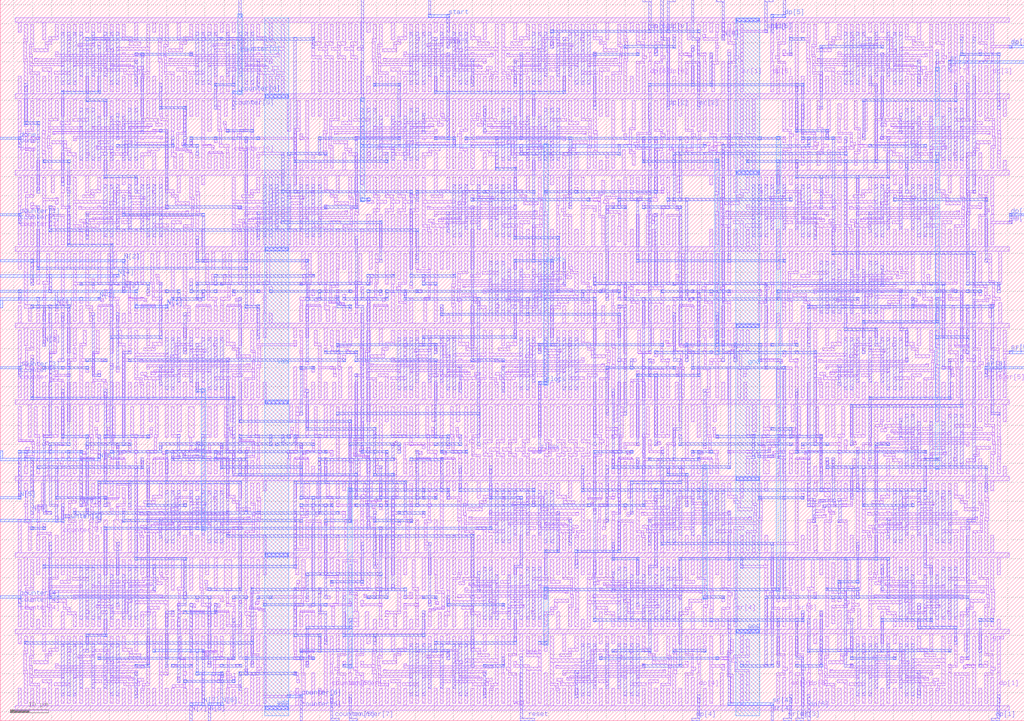
<source format=lef>
VERSION 5.3 ;
   NAMESCASESENSITIVE ON ;
   NOWIREEXTENSIONATPIN ON ;
   DIVIDERCHAR "/" ;
   BUSBITCHARS "[]" ;
UNITS
   DATABASE MICRONS 1000 ;
END UNITS

MACRO map9v3
   CLASS BLOCK ;
   FOREIGN map9v3 ;
   ORIGIN 3.5000 2.3000 ;
   SIZE 267.8000 BY 188.6000 ;
   PIN gnd
      PORT
         LAYER metal1 ;
	    RECT 0.4000 180.4000 260.4000 181.6000 ;
	    RECT 1.2000 177.8000 2.0000 180.4000 ;
	    RECT 7.6000 175.8000 8.4000 180.4000 ;
	    RECT 18.8000 177.8000 19.6000 180.4000 ;
	    RECT 22.0000 177.8000 22.8000 180.4000 ;
	    RECT 31.6000 175.8000 32.4000 180.4000 ;
	    RECT 36.4000 177.8000 37.2000 180.4000 ;
	    RECT 42.8000 175.8000 43.6000 180.4000 ;
	    RECT 54.0000 177.8000 54.8000 180.4000 ;
	    RECT 57.2000 177.8000 58.0000 180.4000 ;
	    RECT 66.8000 175.8000 67.6000 180.4000 ;
	    RECT 78.0000 175.8000 78.8000 180.4000 ;
	    RECT 81.2000 175.8000 82.0000 180.4000 ;
	    RECT 84.4000 175.8000 85.2000 180.4000 ;
	    RECT 87.6000 175.8000 88.4000 180.4000 ;
	    RECT 90.8000 175.8000 91.6000 180.4000 ;
	    RECT 92.4000 177.8000 93.2000 180.4000 ;
	    RECT 98.8000 175.8000 99.6000 180.4000 ;
	    RECT 110.0000 177.8000 110.8000 180.4000 ;
	    RECT 113.2000 177.8000 114.0000 180.4000 ;
	    RECT 122.8000 175.8000 123.6000 180.4000 ;
	    RECT 130.8000 175.8000 131.6000 180.4000 ;
	    RECT 140.4000 177.8000 141.2000 180.4000 ;
	    RECT 143.6000 177.8000 144.4000 180.4000 ;
	    RECT 154.8000 175.8000 155.6000 180.4000 ;
	    RECT 161.2000 177.8000 162.0000 180.4000 ;
	    RECT 164.4000 175.8000 165.2000 180.4000 ;
	    RECT 169.2000 175.8000 170.0000 180.4000 ;
	    RECT 172.4000 177.8000 173.2000 180.4000 ;
	    RECT 176.2000 175.8000 177.0000 180.4000 ;
	    RECT 180.4000 177.8000 181.2000 180.4000 ;
	    RECT 182.0000 177.8000 182.8000 180.4000 ;
	    RECT 185.2000 177.8000 186.0000 180.4000 ;
	    RECT 188.4000 175.8000 189.2000 180.4000 ;
	    RECT 199.6000 175.8000 200.4000 180.4000 ;
	    RECT 202.8000 177.8000 203.6000 180.4000 ;
	    RECT 206.0000 177.8000 206.8000 180.4000 ;
	    RECT 212.4000 175.8000 213.2000 180.4000 ;
	    RECT 223.6000 177.8000 224.4000 180.4000 ;
	    RECT 226.8000 177.8000 227.6000 180.4000 ;
	    RECT 236.4000 175.8000 237.2000 180.4000 ;
	    RECT 242.8000 175.8000 243.6000 180.4000 ;
	    RECT 247.6000 177.8000 248.4000 180.4000 ;
	    RECT 250.8000 177.8000 251.6000 180.4000 ;
	    RECT 254.0000 175.8000 254.8000 180.4000 ;
	    RECT 2.8000 141.6000 3.6000 146.2000 ;
	    RECT 6.0000 141.6000 6.8000 144.2000 ;
	    RECT 12.4000 141.6000 13.2000 146.2000 ;
	    RECT 23.6000 141.6000 24.4000 144.2000 ;
	    RECT 26.8000 141.6000 27.6000 144.2000 ;
	    RECT 36.4000 141.6000 37.2000 146.2000 ;
	    RECT 43.4000 141.6000 44.2000 146.0000 ;
	    RECT 47.6000 141.6000 48.4000 144.2000 ;
	    RECT 52.4000 141.6000 53.2000 145.4000 ;
	    RECT 58.8000 141.6000 59.6000 146.2000 ;
	    RECT 63.6000 141.6000 64.4000 144.2000 ;
	    RECT 71.6000 141.6000 72.4000 144.2000 ;
	    RECT 74.8000 141.6000 75.6000 144.2000 ;
	    RECT 78.0000 141.6000 78.8000 144.2000 ;
	    RECT 79.6000 141.6000 80.4000 144.2000 ;
	    RECT 86.0000 141.6000 86.8000 146.2000 ;
	    RECT 97.2000 141.6000 98.0000 144.2000 ;
	    RECT 100.4000 141.6000 101.2000 144.2000 ;
	    RECT 110.0000 141.6000 110.8000 146.2000 ;
	    RECT 116.4000 141.6000 117.2000 146.2000 ;
	    RECT 122.8000 141.6000 123.6000 146.2000 ;
	    RECT 132.4000 141.6000 133.2000 144.2000 ;
	    RECT 135.6000 141.6000 136.4000 144.2000 ;
	    RECT 146.8000 141.6000 147.6000 146.2000 ;
	    RECT 153.2000 141.6000 154.0000 144.2000 ;
	    RECT 154.8000 141.6000 155.6000 144.2000 ;
	    RECT 159.2000 141.6000 160.0000 147.0000 ;
	    RECT 164.4000 141.6000 165.2000 146.6000 ;
	    RECT 169.2000 141.6000 170.0000 146.2000 ;
	    RECT 174.0000 141.6000 174.8000 144.2000 ;
	    RECT 177.2000 141.6000 178.0000 146.2000 ;
	    RECT 180.4000 141.6000 181.2000 146.2000 ;
	    RECT 183.6000 141.6000 184.4000 146.2000 ;
	    RECT 186.8000 141.6000 187.6000 146.2000 ;
	    RECT 190.0000 141.6000 190.8000 146.2000 ;
	    RECT 193.2000 141.6000 194.0000 146.2000 ;
	    RECT 202.8000 141.6000 203.6000 146.2000 ;
	    RECT 207.6000 141.6000 208.4000 146.6000 ;
	    RECT 212.8000 141.6000 213.6000 147.0000 ;
	    RECT 217.2000 141.6000 218.0000 146.6000 ;
	    RECT 222.4000 141.6000 223.2000 147.0000 ;
	    RECT 228.4000 141.6000 229.2000 146.2000 ;
	    RECT 238.0000 141.6000 238.8000 144.2000 ;
	    RECT 241.2000 141.6000 242.0000 144.2000 ;
	    RECT 252.4000 141.6000 253.2000 146.2000 ;
	    RECT 258.8000 141.6000 259.6000 144.2000 ;
	    RECT 0.4000 140.4000 260.4000 141.6000 ;
	    RECT 2.8000 135.8000 3.6000 140.4000 ;
	    RECT 6.0000 137.8000 6.8000 140.4000 ;
	    RECT 9.8000 135.8000 10.6000 140.4000 ;
	    RECT 14.0000 137.8000 14.8000 140.4000 ;
	    RECT 18.8000 135.8000 19.6000 140.4000 ;
	    RECT 28.4000 137.8000 29.2000 140.4000 ;
	    RECT 31.6000 137.8000 32.4000 140.4000 ;
	    RECT 42.8000 135.8000 43.6000 140.4000 ;
	    RECT 49.2000 137.8000 50.0000 140.4000 ;
	    RECT 60.4000 135.8000 61.2000 140.4000 ;
	    RECT 70.0000 137.8000 70.8000 140.4000 ;
	    RECT 73.2000 137.8000 74.0000 140.4000 ;
	    RECT 84.4000 135.8000 85.2000 140.4000 ;
	    RECT 90.8000 137.8000 91.6000 140.4000 ;
	    RECT 92.4000 135.8000 93.2000 140.4000 ;
	    RECT 95.6000 135.8000 96.4000 140.4000 ;
	    RECT 98.8000 135.8000 99.6000 140.4000 ;
	    RECT 102.0000 135.8000 102.8000 140.4000 ;
	    RECT 105.2000 135.8000 106.0000 140.4000 ;
	    RECT 110.0000 135.8000 110.8000 140.4000 ;
	    RECT 119.6000 137.8000 120.4000 140.4000 ;
	    RECT 122.8000 137.8000 123.6000 140.4000 ;
	    RECT 134.0000 135.8000 134.8000 140.4000 ;
	    RECT 140.4000 137.8000 141.2000 140.4000 ;
	    RECT 143.6000 135.8000 144.4000 140.4000 ;
	    RECT 146.8000 137.8000 147.6000 140.4000 ;
	    RECT 151.2000 135.0000 152.0000 140.4000 ;
	    RECT 156.4000 135.4000 157.2000 140.4000 ;
	    RECT 161.2000 137.8000 162.0000 140.4000 ;
	    RECT 164.4000 136.6000 165.2000 140.4000 ;
	    RECT 169.2000 137.8000 170.0000 140.4000 ;
	    RECT 173.4000 135.8000 174.2000 140.4000 ;
	    RECT 182.0000 137.8000 182.8000 140.4000 ;
	    RECT 188.4000 135.8000 189.2000 140.4000 ;
	    RECT 199.6000 137.8000 200.4000 140.4000 ;
	    RECT 202.8000 137.8000 203.6000 140.4000 ;
	    RECT 212.4000 135.8000 213.2000 140.4000 ;
	    RECT 220.4000 135.8000 221.2000 140.4000 ;
	    RECT 230.0000 137.8000 230.8000 140.4000 ;
	    RECT 233.2000 137.8000 234.0000 140.4000 ;
	    RECT 244.4000 135.8000 245.2000 140.4000 ;
	    RECT 250.8000 137.8000 251.6000 140.4000 ;
	    RECT 254.0000 135.8000 254.8000 140.4000 ;
	    RECT 1.2000 101.6000 2.0000 106.2000 ;
	    RECT 6.0000 101.6000 6.8000 104.2000 ;
	    RECT 9.2000 101.6000 10.0000 104.2000 ;
	    RECT 10.8000 101.6000 11.6000 104.2000 ;
	    RECT 14.0000 101.6000 14.8000 104.2000 ;
	    RECT 17.2000 101.6000 18.0000 106.2000 ;
	    RECT 23.6000 101.6000 24.4000 105.4000 ;
	    RECT 28.4000 101.6000 29.2000 104.2000 ;
	    RECT 31.6000 101.6000 32.4000 104.2000 ;
	    RECT 34.8000 101.6000 35.6000 105.4000 ;
	    RECT 39.6000 101.6000 40.4000 104.2000 ;
	    RECT 42.8000 101.6000 43.6000 106.2000 ;
	    RECT 49.2000 101.6000 50.0000 105.4000 ;
	    RECT 57.2000 101.6000 58.0000 105.4000 ;
	    RECT 60.4000 101.6000 61.2000 104.2000 ;
	    RECT 63.6000 101.6000 64.4000 104.2000 ;
	    RECT 66.8000 101.6000 67.6000 104.2000 ;
	    RECT 78.0000 101.6000 78.8000 105.4000 ;
	    RECT 83.4000 101.6000 84.2000 106.0000 ;
	    RECT 87.6000 101.6000 88.4000 104.2000 ;
	    RECT 90.8000 101.6000 91.6000 104.2000 ;
	    RECT 95.6000 101.6000 96.4000 105.4000 ;
	    RECT 100.4000 101.6000 101.2000 106.2000 ;
	    RECT 103.6000 101.6000 104.4000 108.2000 ;
	    RECT 111.6000 101.6000 112.4000 104.2000 ;
	    RECT 113.2000 101.6000 114.0000 104.2000 ;
	    RECT 119.6000 101.6000 120.4000 106.2000 ;
	    RECT 130.8000 101.6000 131.6000 104.2000 ;
	    RECT 134.0000 101.6000 134.8000 104.2000 ;
	    RECT 143.6000 101.6000 144.4000 106.2000 ;
	    RECT 150.0000 101.6000 150.8000 106.2000 ;
	    RECT 153.8000 101.6000 154.6000 106.2000 ;
	    RECT 158.0000 101.6000 158.8000 104.2000 ;
	    RECT 161.2000 101.6000 162.0000 106.2000 ;
	    RECT 164.4000 101.6000 165.2000 106.2000 ;
	    RECT 167.6000 101.6000 168.4000 106.2000 ;
	    RECT 170.8000 101.6000 171.6000 106.2000 ;
	    RECT 175.6000 101.6000 176.4000 105.4000 ;
	    RECT 180.4000 101.6000 181.2000 106.2000 ;
	    RECT 185.2000 101.6000 186.0000 106.2000 ;
	    RECT 196.4000 101.6000 197.2000 106.2000 ;
	    RECT 199.6000 101.6000 200.4000 104.2000 ;
	    RECT 206.0000 101.6000 206.8000 106.2000 ;
	    RECT 217.2000 101.6000 218.0000 104.2000 ;
	    RECT 220.4000 101.6000 221.2000 104.2000 ;
	    RECT 230.0000 101.6000 230.8000 106.2000 ;
	    RECT 236.4000 101.6000 237.2000 105.4000 ;
	    RECT 241.2000 101.6000 242.0000 104.2000 ;
	    RECT 245.4000 101.6000 246.2000 106.2000 ;
	    RECT 249.2000 101.6000 250.0000 104.2000 ;
	    RECT 252.4000 101.6000 253.2000 106.6000 ;
	    RECT 257.6000 101.6000 258.4000 107.0000 ;
	    RECT 0.4000 100.4000 260.4000 101.6000 ;
	    RECT 2.8000 95.8000 3.6000 100.4000 ;
	    RECT 7.6000 97.8000 8.4000 100.4000 ;
	    RECT 14.0000 93.8000 14.8000 100.4000 ;
	    RECT 15.6000 95.8000 16.4000 100.4000 ;
	    RECT 25.2000 93.8000 26.0000 100.4000 ;
	    RECT 30.0000 95.8000 30.8000 100.4000 ;
	    RECT 34.8000 95.8000 35.6000 100.4000 ;
	    RECT 44.4000 97.8000 45.2000 100.4000 ;
	    RECT 47.6000 97.8000 48.4000 100.4000 ;
	    RECT 58.8000 95.8000 59.6000 100.4000 ;
	    RECT 65.2000 97.8000 66.0000 100.4000 ;
	    RECT 73.2000 97.8000 74.0000 100.4000 ;
	    RECT 76.4000 97.8000 77.2000 100.4000 ;
	    RECT 81.2000 95.8000 82.0000 100.4000 ;
	    RECT 86.0000 96.6000 86.8000 100.4000 ;
	    RECT 89.2000 97.8000 90.0000 100.4000 ;
	    RECT 95.6000 95.8000 96.4000 100.4000 ;
	    RECT 106.8000 97.8000 107.6000 100.4000 ;
	    RECT 110.0000 97.8000 110.8000 100.4000 ;
	    RECT 119.6000 95.8000 120.4000 100.4000 ;
	    RECT 127.6000 95.8000 128.4000 100.4000 ;
	    RECT 137.2000 97.8000 138.0000 100.4000 ;
	    RECT 140.4000 97.8000 141.2000 100.4000 ;
	    RECT 151.6000 95.8000 152.4000 100.4000 ;
	    RECT 158.0000 97.8000 158.8000 100.4000 ;
	    RECT 159.6000 93.8000 160.4000 100.4000 ;
	    RECT 166.6000 95.8000 167.4000 100.4000 ;
	    RECT 170.8000 97.8000 171.6000 100.4000 ;
	    RECT 175.6000 96.6000 176.4000 100.4000 ;
	    RECT 178.8000 97.8000 179.6000 100.4000 ;
	    RECT 182.0000 97.8000 182.8000 100.4000 ;
	    RECT 185.2000 97.8000 186.0000 100.4000 ;
	    RECT 188.4000 96.6000 189.2000 100.4000 ;
	    RECT 200.2000 95.8000 201.0000 100.4000 ;
	    RECT 204.4000 97.8000 205.2000 100.4000 ;
	    RECT 207.6000 97.8000 208.4000 100.4000 ;
	    RECT 212.4000 95.8000 213.2000 100.4000 ;
	    RECT 222.0000 97.8000 222.8000 100.4000 ;
	    RECT 225.2000 97.8000 226.0000 100.4000 ;
	    RECT 236.4000 95.8000 237.2000 100.4000 ;
	    RECT 242.8000 97.8000 243.6000 100.4000 ;
	    RECT 247.6000 96.6000 248.4000 100.4000 ;
	    RECT 252.4000 95.8000 253.2000 100.4000 ;
	    RECT 257.2000 95.8000 258.0000 100.4000 ;
	    RECT 1.2000 61.6000 2.0000 64.2000 ;
	    RECT 4.4000 61.6000 5.2000 65.8000 ;
	    RECT 8.2000 61.6000 9.0000 66.2000 ;
	    RECT 12.4000 61.6000 13.2000 64.2000 ;
	    RECT 14.0000 61.6000 14.8000 64.2000 ;
	    RECT 18.8000 61.6000 19.6000 65.4000 ;
	    RECT 26.8000 61.6000 27.6000 65.4000 ;
	    RECT 30.0000 61.6000 30.8000 64.2000 ;
	    RECT 33.2000 61.6000 34.0000 64.2000 ;
	    RECT 38.0000 61.6000 38.8000 65.4000 ;
	    RECT 42.8000 61.6000 43.8000 65.6000 ;
	    RECT 49.0000 62.2000 50.0000 65.6000 ;
	    RECT 49.0000 61.6000 49.8000 62.2000 ;
	    RECT 54.0000 61.6000 54.8000 65.4000 ;
	    RECT 58.8000 61.6000 59.6000 64.2000 ;
	    RECT 62.0000 61.6000 62.8000 65.8000 ;
	    RECT 74.8000 61.6000 75.6000 65.4000 ;
	    RECT 78.0000 61.6000 78.8000 64.2000 ;
	    RECT 81.2000 61.6000 82.0000 64.2000 ;
	    RECT 82.8000 61.6000 83.6000 66.2000 ;
	    RECT 86.0000 61.6000 86.8000 66.2000 ;
	    RECT 89.8000 61.6000 90.6000 66.0000 ;
	    RECT 97.2000 61.6000 98.0000 66.2000 ;
	    RECT 99.4000 61.6000 100.2000 66.2000 ;
	    RECT 103.6000 61.6000 104.4000 64.2000 ;
	    RECT 106.8000 61.6000 107.6000 65.4000 ;
	    RECT 113.2000 61.6000 114.0000 65.4000 ;
	    RECT 119.6000 61.6000 120.4000 66.2000 ;
	    RECT 122.8000 61.6000 123.6000 66.2000 ;
	    RECT 126.0000 61.6000 126.8000 66.2000 ;
	    RECT 129.2000 61.6000 130.0000 66.2000 ;
	    RECT 132.4000 61.6000 133.2000 66.2000 ;
	    RECT 135.6000 61.6000 136.4000 66.2000 ;
	    RECT 137.2000 61.6000 138.0000 66.2000 ;
	    RECT 140.4000 61.6000 141.2000 66.2000 ;
	    RECT 143.6000 61.6000 144.4000 66.2000 ;
	    RECT 146.8000 61.6000 147.6000 66.2000 ;
	    RECT 150.0000 61.6000 150.8000 66.2000 ;
	    RECT 153.2000 61.6000 154.0000 66.2000 ;
	    RECT 159.6000 61.6000 160.4000 65.4000 ;
	    RECT 162.8000 61.6000 163.6000 64.2000 ;
	    RECT 166.0000 61.6000 166.8000 64.2000 ;
	    RECT 168.2000 61.6000 169.0000 66.2000 ;
	    RECT 172.4000 61.6000 173.2000 64.2000 ;
	    RECT 177.2000 61.6000 178.0000 66.2000 ;
	    RECT 180.4000 61.6000 181.2000 65.4000 ;
	    RECT 193.2000 61.6000 194.2000 65.6000 ;
	    RECT 199.4000 62.2000 200.4000 65.6000 ;
	    RECT 199.4000 61.6000 200.2000 62.2000 ;
	    RECT 206.0000 61.6000 206.8000 65.4000 ;
	    RECT 209.2000 61.6000 210.0000 64.2000 ;
	    RECT 212.4000 61.6000 213.2000 64.2000 ;
	    RECT 214.0000 61.6000 214.8000 64.2000 ;
	    RECT 217.2000 61.6000 218.0000 64.2000 ;
	    RECT 219.4000 61.6000 220.2000 66.2000 ;
	    RECT 223.6000 61.6000 224.4000 64.2000 ;
	    RECT 228.4000 61.6000 229.2000 66.2000 ;
	    RECT 238.0000 61.6000 238.8000 64.2000 ;
	    RECT 241.2000 61.6000 242.0000 64.2000 ;
	    RECT 252.4000 61.6000 253.2000 66.2000 ;
	    RECT 258.8000 61.6000 259.6000 64.2000 ;
	    RECT 0.4000 60.4000 260.4000 61.6000 ;
	    RECT 1.2000 57.8000 2.0000 60.4000 ;
	    RECT 4.4000 57.8000 5.2000 60.4000 ;
	    RECT 10.8000 53.8000 11.6000 60.4000 ;
	    RECT 14.0000 55.8000 14.8000 60.4000 ;
	    RECT 18.8000 56.6000 19.6000 60.4000 ;
	    RECT 25.2000 56.6000 26.0000 60.4000 ;
	    RECT 34.8000 55.8000 35.6000 60.4000 ;
	    RECT 44.4000 57.8000 45.2000 60.4000 ;
	    RECT 47.6000 57.8000 48.4000 60.4000 ;
	    RECT 58.8000 55.8000 59.6000 60.4000 ;
	    RECT 65.2000 57.8000 66.0000 60.4000 ;
	    RECT 73.2000 55.8000 74.0000 60.4000 ;
	    RECT 79.2000 55.8000 80.0000 60.4000 ;
	    RECT 84.4000 55.8000 85.2000 60.4000 ;
	    RECT 86.0000 57.8000 86.8000 60.4000 ;
	    RECT 89.2000 57.8000 90.0000 60.4000 ;
	    RECT 93.0000 56.0000 93.8000 60.4000 ;
	    RECT 97.2000 55.8000 98.0000 60.4000 ;
	    RECT 102.0000 57.8000 102.8000 60.4000 ;
	    RECT 105.2000 57.8000 106.0000 60.4000 ;
	    RECT 106.8000 57.8000 107.6000 60.4000 ;
	    RECT 110.0000 57.8000 110.8000 60.4000 ;
	    RECT 113.2000 57.8000 114.0000 60.4000 ;
	    RECT 114.8000 57.8000 115.6000 60.4000 ;
	    RECT 121.2000 55.8000 122.0000 60.4000 ;
	    RECT 132.4000 57.8000 133.2000 60.4000 ;
	    RECT 135.6000 57.8000 136.4000 60.4000 ;
	    RECT 145.2000 55.8000 146.0000 60.4000 ;
	    RECT 151.6000 56.6000 152.4000 60.4000 ;
	    RECT 156.4000 57.8000 157.2000 60.4000 ;
	    RECT 160.6000 55.8000 161.4000 60.4000 ;
	    RECT 166.0000 55.8000 166.8000 60.4000 ;
	    RECT 175.6000 57.8000 176.4000 60.4000 ;
	    RECT 178.8000 57.8000 179.6000 60.4000 ;
	    RECT 190.0000 55.8000 190.8000 60.4000 ;
	    RECT 196.4000 57.8000 197.2000 60.4000 ;
	    RECT 206.0000 57.8000 206.8000 60.4000 ;
	    RECT 209.4000 59.8000 210.2000 60.4000 ;
	    RECT 209.2000 56.4000 210.2000 59.8000 ;
	    RECT 215.4000 56.4000 216.4000 60.4000 ;
	    RECT 218.8000 57.8000 219.6000 60.4000 ;
	    RECT 225.2000 55.8000 226.0000 60.4000 ;
	    RECT 234.8000 57.8000 235.6000 60.4000 ;
	    RECT 238.0000 57.8000 238.8000 60.4000 ;
	    RECT 249.2000 55.8000 250.0000 60.4000 ;
	    RECT 255.6000 57.8000 256.4000 60.4000 ;
	    RECT 2.8000 21.6000 3.6000 26.2000 ;
	    RECT 6.0000 21.6000 6.8000 24.2000 ;
	    RECT 12.4000 21.6000 13.2000 26.2000 ;
	    RECT 23.6000 21.6000 24.4000 24.2000 ;
	    RECT 26.8000 21.6000 27.6000 24.2000 ;
	    RECT 36.4000 21.6000 37.2000 26.2000 ;
	    RECT 41.2000 21.6000 42.0000 24.2000 ;
	    RECT 44.4000 21.6000 45.2000 24.2000 ;
	    RECT 47.6000 21.6000 48.4000 25.4000 ;
	    RECT 54.0000 21.6000 54.8000 25.4000 ;
	    RECT 62.6000 21.6000 63.4000 26.0000 ;
	    RECT 76.4000 21.6000 77.2000 25.4000 ;
	    RECT 79.6000 21.6000 80.4000 28.2000 ;
	    RECT 86.0000 21.6000 86.8000 26.2000 ;
	    RECT 92.0000 21.6000 92.8000 26.2000 ;
	    RECT 94.0000 21.6000 94.8000 24.2000 ;
	    RECT 97.2000 21.6000 98.0000 24.2000 ;
	    RECT 102.0000 21.6000 102.8000 26.2000 ;
	    RECT 103.6000 21.6000 104.4000 24.2000 ;
	    RECT 106.8000 21.6000 107.6000 24.2000 ;
	    RECT 111.0000 21.6000 111.8000 26.0000 ;
	    RECT 118.0000 21.6000 118.8000 26.2000 ;
	    RECT 127.6000 21.6000 128.4000 24.2000 ;
	    RECT 130.8000 21.6000 131.6000 24.2000 ;
	    RECT 142.0000 21.6000 142.8000 26.2000 ;
	    RECT 148.4000 21.6000 149.2000 24.2000 ;
	    RECT 153.2000 21.6000 154.0000 26.2000 ;
	    RECT 162.8000 21.6000 163.6000 24.2000 ;
	    RECT 166.0000 21.6000 166.8000 24.2000 ;
	    RECT 177.2000 21.6000 178.0000 26.2000 ;
	    RECT 183.6000 21.6000 184.4000 24.2000 ;
	    RECT 186.8000 21.6000 187.6000 26.2000 ;
	    RECT 198.0000 21.6000 198.8000 26.2000 ;
	    RECT 202.8000 21.6000 203.6000 26.2000 ;
	    RECT 206.0000 21.6000 206.8000 24.2000 ;
	    RECT 209.2000 21.6000 210.0000 24.2000 ;
	    RECT 210.8000 21.6000 211.6000 24.2000 ;
	    RECT 215.6000 21.6000 216.4000 26.6000 ;
	    RECT 220.8000 21.6000 221.6000 27.0000 ;
	    RECT 226.8000 21.6000 227.6000 26.2000 ;
	    RECT 236.4000 21.6000 237.2000 24.2000 ;
	    RECT 239.6000 21.6000 240.4000 24.2000 ;
	    RECT 250.8000 21.6000 251.6000 26.2000 ;
	    RECT 257.2000 21.6000 258.0000 24.2000 ;
	    RECT 0.4000 20.4000 260.4000 21.6000 ;
	    RECT 1.2000 17.8000 2.0000 20.4000 ;
	    RECT 7.6000 15.8000 8.4000 20.4000 ;
	    RECT 18.8000 17.8000 19.6000 20.4000 ;
	    RECT 22.0000 17.8000 22.8000 20.4000 ;
	    RECT 31.6000 15.8000 32.4000 20.4000 ;
	    RECT 36.4000 17.8000 37.2000 20.4000 ;
	    RECT 39.6000 13.8000 40.4000 20.4000 ;
	    RECT 47.6000 17.8000 48.4000 20.4000 ;
	    RECT 50.8000 16.6000 51.6000 20.4000 ;
	    RECT 60.4000 13.8000 61.2000 20.4000 ;
	    RECT 63.6000 15.8000 64.4000 20.4000 ;
	    RECT 76.4000 16.6000 77.2000 20.4000 ;
	    RECT 79.6000 17.8000 80.4000 20.4000 ;
	    RECT 84.4000 15.8000 85.2000 20.4000 ;
	    RECT 89.2000 15.8000 90.0000 20.4000 ;
	    RECT 92.4000 17.8000 93.2000 20.4000 ;
	    RECT 98.8000 15.8000 99.6000 20.4000 ;
	    RECT 110.0000 17.8000 110.8000 20.4000 ;
	    RECT 113.2000 17.8000 114.0000 20.4000 ;
	    RECT 122.8000 15.8000 123.6000 20.4000 ;
	    RECT 129.2000 15.8000 130.0000 20.4000 ;
	    RECT 132.4000 15.8000 133.2000 20.4000 ;
	    RECT 135.6000 15.8000 136.4000 20.4000 ;
	    RECT 138.8000 15.8000 139.6000 20.4000 ;
	    RECT 143.6000 15.8000 144.4000 20.4000 ;
	    RECT 153.2000 17.8000 154.0000 20.4000 ;
	    RECT 156.4000 17.8000 157.2000 20.4000 ;
	    RECT 167.6000 15.8000 168.4000 20.4000 ;
	    RECT 174.0000 17.8000 174.8000 20.4000 ;
	    RECT 177.2000 15.8000 178.0000 20.4000 ;
	    RECT 180.4000 17.8000 181.2000 20.4000 ;
	    RECT 184.8000 15.0000 185.6000 20.4000 ;
	    RECT 190.0000 15.4000 190.8000 20.4000 ;
	    RECT 201.2000 15.8000 202.0000 20.4000 ;
	    RECT 206.0000 15.8000 206.8000 20.4000 ;
	    RECT 209.2000 17.8000 210.0000 20.4000 ;
	    RECT 215.6000 15.8000 216.4000 20.4000 ;
	    RECT 226.8000 17.8000 227.6000 20.4000 ;
	    RECT 230.0000 17.8000 230.8000 20.4000 ;
	    RECT 239.6000 15.8000 240.4000 20.4000 ;
	    RECT 244.4000 17.8000 245.2000 20.4000 ;
	    RECT 248.6000 15.8000 249.4000 20.4000 ;
	    RECT 252.4000 17.8000 253.2000 20.4000 ;
	    RECT 255.6000 15.8000 256.4000 20.4000 ;
         LAYER metal2 ;
	    RECT 191.4000 181.4000 192.6000 181.6000 ;
	    RECT 189.1000 180.6000 194.9000 181.4000 ;
	    RECT 191.4000 180.4000 192.6000 180.6000 ;
	    RECT 191.4000 141.4000 192.6000 141.6000 ;
	    RECT 189.1000 140.6000 194.9000 141.4000 ;
	    RECT 191.4000 140.4000 192.6000 140.6000 ;
	    RECT 191.4000 101.4000 192.6000 101.6000 ;
	    RECT 189.1000 100.6000 194.9000 101.4000 ;
	    RECT 191.4000 100.4000 192.6000 100.6000 ;
	    RECT 191.4000 61.4000 192.6000 61.6000 ;
	    RECT 189.1000 60.6000 194.9000 61.4000 ;
	    RECT 191.4000 60.4000 192.6000 60.6000 ;
	    RECT 191.4000 21.4000 192.6000 21.6000 ;
	    RECT 189.1000 20.6000 194.9000 21.4000 ;
	    RECT 191.4000 20.4000 192.6000 20.6000 ;
         LAYER metal3 ;
	    RECT 189.0000 180.4000 195.0000 181.6000 ;
	    RECT 189.0000 140.4000 195.0000 141.6000 ;
	    RECT 189.0000 100.4000 195.0000 101.6000 ;
	    RECT 189.0000 60.4000 195.0000 61.6000 ;
	    RECT 189.0000 20.4000 195.0000 21.6000 ;
         LAYER metal4 ;
	    RECT 188.8000 -1.0000 195.2000 181.6000 ;
      END
   END gnd
   PIN vdd
      PORT
         LAYER metal1 ;
	    RECT 5.4000 170.8000 6.2000 171.0000 ;
	    RECT 40.6000 170.8000 41.4000 171.0000 ;
	    RECT 96.6000 170.8000 97.4000 171.0000 ;
	    RECT 157.0000 170.8000 157.8000 171.0000 ;
	    RECT 5.4000 170.2000 32.4000 170.8000 ;
	    RECT 40.6000 170.2000 67.6000 170.8000 ;
	    RECT 96.6000 170.2000 123.6000 170.8000 ;
	    RECT 28.2000 170.0000 29.0000 170.2000 ;
	    RECT 31.6000 169.6000 32.4000 170.2000 ;
	    RECT 63.4000 170.0000 64.4000 170.2000 ;
	    RECT 66.8000 169.6000 67.6000 170.2000 ;
	    RECT 1.2000 161.6000 2.0000 166.2000 ;
	    RECT 4.4000 161.6000 5.2000 166.2000 ;
	    RECT 7.6000 161.6000 8.4000 166.2000 ;
	    RECT 10.8000 161.6000 11.6000 166.2000 ;
	    RECT 18.8000 161.6000 19.6000 166.2000 ;
	    RECT 22.0000 161.6000 22.8000 166.2000 ;
	    RECT 28.4000 161.6000 29.2000 166.2000 ;
	    RECT 31.6000 161.6000 32.4000 166.2000 ;
	    RECT 34.8000 161.6000 35.6000 166.2000 ;
	    RECT 36.4000 161.6000 37.2000 166.2000 ;
	    RECT 39.6000 161.6000 40.4000 166.2000 ;
	    RECT 42.8000 161.6000 43.6000 166.2000 ;
	    RECT 46.0000 161.6000 46.8000 166.2000 ;
	    RECT 54.0000 161.6000 54.8000 166.2000 ;
	    RECT 57.2000 161.6000 58.0000 166.2000 ;
	    RECT 63.6000 161.6000 64.4000 166.2000 ;
	    RECT 66.8000 161.6000 67.6000 166.2000 ;
	    RECT 70.0000 161.6000 70.8000 166.2000 ;
	    RECT 78.0000 161.6000 78.8000 170.2000 ;
	    RECT 81.2000 161.6000 82.0000 170.2000 ;
	    RECT 84.4000 161.6000 85.2000 170.2000 ;
	    RECT 87.6000 161.6000 88.4000 170.2000 ;
	    RECT 90.8000 161.6000 91.6000 170.2000 ;
	    RECT 119.4000 170.0000 120.4000 170.2000 ;
	    RECT 122.8000 169.6000 123.6000 170.2000 ;
	    RECT 130.8000 170.2000 157.8000 170.8000 ;
	    RECT 210.2000 170.8000 211.0000 171.0000 ;
	    RECT 210.2000 170.2000 237.2000 170.8000 ;
	    RECT 130.8000 169.6000 131.6000 170.2000 ;
	    RECT 134.2000 170.0000 135.0000 170.2000 ;
	    RECT 92.4000 161.6000 93.2000 166.2000 ;
	    RECT 95.6000 161.6000 96.4000 166.2000 ;
	    RECT 98.8000 161.6000 99.6000 166.2000 ;
	    RECT 102.0000 161.6000 102.8000 166.2000 ;
	    RECT 110.0000 161.6000 110.8000 166.2000 ;
	    RECT 113.2000 161.6000 114.0000 166.2000 ;
	    RECT 119.6000 161.6000 120.4000 166.2000 ;
	    RECT 122.8000 161.6000 123.6000 166.2000 ;
	    RECT 126.0000 161.6000 126.8000 166.2000 ;
	    RECT 127.6000 161.6000 128.4000 166.2000 ;
	    RECT 130.8000 161.6000 131.6000 166.2000 ;
	    RECT 134.0000 161.6000 134.8000 166.2000 ;
	    RECT 140.4000 161.6000 141.2000 166.2000 ;
	    RECT 143.6000 161.6000 144.4000 166.2000 ;
	    RECT 151.6000 161.6000 152.4000 166.2000 ;
	    RECT 154.8000 161.6000 155.6000 166.2000 ;
	    RECT 158.0000 161.6000 158.8000 166.2000 ;
	    RECT 161.2000 161.6000 162.0000 166.2000 ;
	    RECT 164.4000 161.6000 165.2000 169.0000 ;
	    RECT 169.2000 161.6000 170.0000 169.0000 ;
	    RECT 172.4000 161.6000 173.2000 166.2000 ;
	    RECT 177.2000 161.6000 178.0000 169.0000 ;
	    RECT 185.2000 161.6000 186.0000 170.2000 ;
	    RECT 233.0000 170.0000 233.8000 170.2000 ;
	    RECT 236.4000 169.6000 237.2000 170.2000 ;
	    RECT 188.4000 161.6000 189.2000 169.0000 ;
	    RECT 199.6000 161.6000 200.4000 169.0000 ;
	    RECT 202.8000 161.6000 203.6000 166.2000 ;
	    RECT 206.0000 161.6000 206.8000 166.2000 ;
	    RECT 209.2000 161.6000 210.0000 166.2000 ;
	    RECT 212.4000 161.6000 213.2000 166.2000 ;
	    RECT 215.6000 161.6000 216.4000 166.2000 ;
	    RECT 223.6000 161.6000 224.4000 166.2000 ;
	    RECT 226.8000 161.6000 227.6000 166.2000 ;
	    RECT 233.2000 161.6000 234.0000 166.2000 ;
	    RECT 236.4000 161.6000 237.2000 166.2000 ;
	    RECT 239.6000 161.6000 240.4000 166.2000 ;
	    RECT 242.8000 161.6000 243.6000 169.0000 ;
	    RECT 247.6000 161.6000 248.4000 166.2000 ;
	    RECT 250.8000 161.6000 251.6000 166.2000 ;
	    RECT 254.0000 161.6000 254.8000 169.0000 ;
	    RECT 0.4000 160.4000 260.4000 161.6000 ;
	    RECT 2.8000 153.0000 3.6000 160.4000 ;
	    RECT 6.0000 155.8000 6.8000 160.4000 ;
	    RECT 9.2000 155.8000 10.0000 160.4000 ;
	    RECT 12.4000 155.8000 13.2000 160.4000 ;
	    RECT 15.6000 155.8000 16.4000 160.4000 ;
	    RECT 23.6000 155.8000 24.4000 160.4000 ;
	    RECT 26.8000 155.6000 27.6000 160.4000 ;
	    RECT 33.2000 155.8000 34.0000 160.4000 ;
	    RECT 36.4000 155.8000 37.2000 160.4000 ;
	    RECT 39.6000 155.8000 40.4000 160.4000 ;
	    RECT 42.8000 152.2000 43.6000 160.4000 ;
	    RECT 46.0000 155.8000 46.8000 160.4000 ;
	    RECT 47.6000 155.8000 48.4000 160.4000 ;
	    RECT 50.8000 151.8000 51.6000 160.4000 ;
	    RECT 55.0000 155.8000 55.8000 160.4000 ;
	    RECT 58.8000 153.0000 59.6000 160.4000 ;
	    RECT 63.6000 155.8000 64.4000 160.4000 ;
	    RECT 71.6000 151.8000 72.4000 160.4000 ;
	    RECT 78.0000 155.8000 78.8000 160.4000 ;
	    RECT 79.6000 155.8000 80.4000 160.4000 ;
	    RECT 82.8000 155.8000 83.6000 160.4000 ;
	    RECT 86.0000 155.8000 86.8000 160.4000 ;
	    RECT 89.2000 155.8000 90.0000 160.4000 ;
	    RECT 97.2000 155.8000 98.0000 160.4000 ;
	    RECT 100.4000 155.8000 101.2000 160.4000 ;
	    RECT 106.8000 155.8000 107.6000 160.4000 ;
	    RECT 110.0000 155.8000 110.8000 160.4000 ;
	    RECT 113.2000 155.8000 114.0000 160.4000 ;
	    RECT 116.4000 153.0000 117.2000 160.4000 ;
	    RECT 119.6000 155.8000 120.4000 160.4000 ;
	    RECT 122.8000 155.8000 123.6000 160.4000 ;
	    RECT 126.0000 155.8000 126.8000 160.4000 ;
	    RECT 132.4000 155.8000 133.2000 160.4000 ;
	    RECT 135.6000 155.8000 136.4000 160.4000 ;
	    RECT 143.6000 155.8000 144.4000 160.4000 ;
	    RECT 146.8000 155.8000 147.6000 160.4000 ;
	    RECT 150.0000 155.8000 150.8000 160.4000 ;
	    RECT 153.2000 155.8000 154.0000 160.4000 ;
	    RECT 154.8000 155.8000 155.6000 160.4000 ;
	    RECT 106.6000 151.8000 107.6000 152.0000 ;
	    RECT 110.0000 151.8000 110.8000 152.4000 ;
	    RECT 83.8000 151.2000 110.8000 151.8000 ;
	    RECT 122.8000 151.8000 123.6000 152.4000 ;
	    RECT 126.2000 151.8000 127.0000 152.0000 ;
	    RECT 159.2000 151.8000 160.0000 160.4000 ;
	    RECT 164.4000 152.2000 165.2000 160.4000 ;
	    RECT 169.2000 153.0000 170.0000 160.4000 ;
	    RECT 174.0000 155.8000 174.8000 160.4000 ;
	    RECT 177.2000 153.0000 178.0000 160.4000 ;
	    RECT 180.4000 151.8000 181.2000 160.4000 ;
	    RECT 183.6000 151.8000 184.4000 160.4000 ;
	    RECT 186.8000 151.8000 187.6000 160.4000 ;
	    RECT 190.0000 151.8000 190.8000 160.4000 ;
	    RECT 193.2000 151.8000 194.0000 160.4000 ;
	    RECT 202.8000 153.0000 203.6000 160.4000 ;
	    RECT 207.6000 152.2000 208.4000 160.4000 ;
	    RECT 212.8000 151.8000 213.6000 160.4000 ;
	    RECT 217.2000 152.2000 218.0000 160.4000 ;
	    RECT 222.4000 151.8000 223.2000 160.4000 ;
	    RECT 225.2000 155.8000 226.0000 160.4000 ;
	    RECT 228.4000 155.8000 229.2000 160.4000 ;
	    RECT 231.6000 155.8000 232.4000 160.4000 ;
	    RECT 238.0000 155.8000 238.8000 160.4000 ;
	    RECT 241.2000 155.8000 242.0000 160.4000 ;
	    RECT 249.2000 155.8000 250.0000 160.4000 ;
	    RECT 252.4000 155.8000 253.2000 160.4000 ;
	    RECT 255.6000 155.8000 256.4000 160.4000 ;
	    RECT 258.8000 155.8000 259.6000 160.4000 ;
	    RECT 228.4000 151.8000 229.2000 152.4000 ;
	    RECT 231.6000 151.8000 232.6000 152.0000 ;
	    RECT 122.8000 151.2000 149.8000 151.8000 ;
	    RECT 228.4000 151.2000 255.4000 151.8000 ;
	    RECT 83.8000 151.0000 84.6000 151.2000 ;
	    RECT 149.0000 151.0000 149.8000 151.2000 ;
	    RECT 254.6000 151.0000 255.4000 151.2000 ;
	    RECT 15.6000 150.0000 39.0000 150.6000 ;
	    RECT 15.6000 149.4000 16.4000 150.0000 ;
	    RECT 26.8000 149.6000 27.6000 150.0000 ;
	    RECT 33.2000 149.6000 34.0000 150.0000 ;
	    RECT 38.2000 149.8000 39.0000 150.0000 ;
	    RECT 45.0000 130.8000 45.8000 131.0000 ;
	    RECT 86.6000 130.8000 87.4000 131.0000 ;
	    RECT 136.2000 130.8000 137.0000 131.0000 ;
	    RECT 18.8000 130.2000 45.8000 130.8000 ;
	    RECT 60.4000 130.2000 87.4000 130.8000 ;
	    RECT 110.0000 130.2000 137.0000 130.8000 ;
	    RECT 186.2000 130.8000 187.0000 131.0000 ;
	    RECT 246.6000 130.8000 247.4000 131.0000 ;
	    RECT 186.2000 130.2000 213.2000 130.8000 ;
	    RECT 18.8000 129.6000 19.6000 130.2000 ;
	    RECT 22.2000 130.0000 23.0000 130.2000 ;
	    RECT 60.4000 129.6000 61.2000 130.2000 ;
	    RECT 63.6000 130.0000 64.6000 130.2000 ;
	    RECT 2.8000 121.6000 3.6000 129.0000 ;
	    RECT 6.0000 121.6000 6.8000 126.2000 ;
	    RECT 10.8000 121.6000 11.6000 129.0000 ;
	    RECT 15.6000 121.6000 16.4000 126.2000 ;
	    RECT 18.8000 121.6000 19.6000 126.2000 ;
	    RECT 22.0000 121.6000 22.8000 126.2000 ;
	    RECT 28.4000 121.6000 29.2000 126.2000 ;
	    RECT 31.6000 121.6000 32.4000 126.2000 ;
	    RECT 39.6000 121.6000 40.4000 126.2000 ;
	    RECT 42.8000 121.6000 43.6000 126.2000 ;
	    RECT 46.0000 121.6000 46.8000 126.2000 ;
	    RECT 49.2000 121.6000 50.0000 126.2000 ;
	    RECT 57.2000 121.6000 58.0000 126.2000 ;
	    RECT 60.4000 121.6000 61.2000 126.2000 ;
	    RECT 63.6000 121.6000 64.4000 126.2000 ;
	    RECT 70.0000 121.6000 70.8000 126.2000 ;
	    RECT 73.2000 121.6000 74.0000 126.2000 ;
	    RECT 81.2000 121.6000 82.0000 126.2000 ;
	    RECT 84.4000 121.6000 85.2000 126.2000 ;
	    RECT 87.6000 121.6000 88.4000 126.2000 ;
	    RECT 90.8000 121.6000 91.6000 126.2000 ;
	    RECT 92.4000 121.6000 93.2000 130.2000 ;
	    RECT 95.6000 121.6000 96.4000 130.2000 ;
	    RECT 98.8000 121.6000 99.6000 130.2000 ;
	    RECT 102.0000 121.6000 102.8000 130.2000 ;
	    RECT 105.2000 121.6000 106.0000 130.2000 ;
	    RECT 110.0000 129.6000 110.8000 130.2000 ;
	    RECT 113.2000 130.0000 114.2000 130.2000 ;
	    RECT 106.8000 121.6000 107.6000 126.2000 ;
	    RECT 110.0000 121.6000 110.8000 126.2000 ;
	    RECT 113.2000 121.6000 114.0000 126.2000 ;
	    RECT 119.6000 121.6000 120.4000 126.2000 ;
	    RECT 122.8000 121.6000 123.6000 126.2000 ;
	    RECT 130.8000 121.6000 131.6000 126.2000 ;
	    RECT 134.0000 121.6000 134.8000 126.2000 ;
	    RECT 137.2000 121.6000 138.0000 126.2000 ;
	    RECT 140.4000 121.6000 141.2000 126.2000 ;
	    RECT 143.6000 121.6000 144.4000 129.0000 ;
	    RECT 146.8000 121.6000 147.6000 126.2000 ;
	    RECT 151.2000 121.6000 152.0000 130.2000 ;
	    RECT 156.4000 121.6000 157.2000 129.8000 ;
	    RECT 161.2000 121.6000 162.0000 126.2000 ;
	    RECT 162.8000 121.6000 163.6000 130.2000 ;
	    RECT 209.0000 130.0000 210.0000 130.2000 ;
	    RECT 212.4000 129.6000 213.2000 130.2000 ;
	    RECT 220.4000 130.2000 247.4000 130.8000 ;
	    RECT 220.4000 129.6000 221.2000 130.2000 ;
	    RECT 223.6000 130.0000 224.6000 130.2000 ;
	    RECT 167.0000 121.6000 167.8000 126.2000 ;
	    RECT 172.4000 121.6000 173.2000 129.0000 ;
	    RECT 182.0000 121.6000 182.8000 126.2000 ;
	    RECT 185.2000 121.6000 186.0000 126.2000 ;
	    RECT 188.4000 121.6000 189.2000 126.2000 ;
	    RECT 191.6000 121.6000 192.4000 126.2000 ;
	    RECT 199.6000 121.6000 200.4000 126.2000 ;
	    RECT 202.8000 121.6000 203.6000 126.2000 ;
	    RECT 209.2000 121.6000 210.0000 126.2000 ;
	    RECT 212.4000 121.6000 213.2000 126.2000 ;
	    RECT 215.6000 121.6000 216.4000 126.2000 ;
	    RECT 217.2000 121.6000 218.0000 126.2000 ;
	    RECT 220.4000 121.6000 221.2000 126.2000 ;
	    RECT 223.6000 121.6000 224.4000 126.2000 ;
	    RECT 230.0000 121.6000 230.8000 126.2000 ;
	    RECT 233.2000 121.6000 234.0000 126.2000 ;
	    RECT 241.2000 121.6000 242.0000 126.2000 ;
	    RECT 244.4000 121.6000 245.2000 126.2000 ;
	    RECT 247.6000 121.6000 248.4000 126.2000 ;
	    RECT 250.8000 121.6000 251.6000 126.2000 ;
	    RECT 254.0000 121.6000 254.8000 129.0000 ;
	    RECT 0.4000 120.4000 260.4000 121.6000 ;
	    RECT 1.2000 115.8000 2.0000 120.4000 ;
	    RECT 4.4000 115.8000 5.2000 120.4000 ;
	    RECT 6.0000 111.8000 6.8000 120.4000 ;
	    RECT 10.8000 115.8000 11.6000 120.4000 ;
	    RECT 14.0000 115.8000 14.8000 120.4000 ;
	    RECT 17.2000 115.8000 18.0000 120.4000 ;
	    RECT 20.4000 115.8000 21.2000 120.4000 ;
	    RECT 22.0000 111.8000 22.8000 120.4000 ;
	    RECT 26.2000 115.8000 27.0000 120.4000 ;
	    RECT 31.6000 111.8000 32.4000 120.4000 ;
	    RECT 33.2000 111.8000 34.0000 120.4000 ;
	    RECT 37.4000 115.8000 38.2000 120.4000 ;
	    RECT 39.6000 115.8000 40.4000 120.4000 ;
	    RECT 42.8000 115.8000 43.6000 120.4000 ;
	    RECT 46.0000 115.8000 46.8000 120.4000 ;
	    RECT 47.6000 111.8000 48.4000 120.4000 ;
	    RECT 51.8000 115.8000 52.6000 120.4000 ;
	    RECT 54.6000 115.8000 55.4000 120.4000 ;
	    RECT 58.8000 111.8000 59.6000 120.4000 ;
	    RECT 60.4000 115.8000 61.2000 120.4000 ;
	    RECT 63.6000 111.8000 64.4000 120.4000 ;
	    RECT 75.4000 115.8000 76.2000 120.4000 ;
	    RECT 79.6000 111.8000 80.4000 120.4000 ;
	    RECT 82.8000 112.2000 83.6000 120.4000 ;
	    RECT 86.0000 115.8000 86.8000 120.4000 ;
	    RECT 87.6000 111.8000 88.4000 120.4000 ;
	    RECT 93.0000 115.8000 93.8000 120.4000 ;
	    RECT 97.2000 111.8000 98.0000 120.4000 ;
	    RECT 100.4000 113.0000 101.2000 120.4000 ;
	    RECT 103.6000 115.8000 104.4000 120.4000 ;
	    RECT 106.8000 116.2000 107.6000 120.4000 ;
	    RECT 111.6000 115.8000 112.4000 120.4000 ;
	    RECT 113.2000 115.8000 114.0000 120.4000 ;
	    RECT 116.4000 115.8000 117.2000 120.4000 ;
	    RECT 119.6000 115.8000 120.4000 120.4000 ;
	    RECT 122.8000 115.8000 123.6000 120.4000 ;
	    RECT 130.8000 115.8000 131.6000 120.4000 ;
	    RECT 134.0000 115.8000 134.8000 120.4000 ;
	    RECT 140.4000 115.8000 141.2000 120.4000 ;
	    RECT 143.6000 115.8000 144.4000 120.4000 ;
	    RECT 146.8000 115.8000 147.6000 120.4000 ;
	    RECT 150.0000 113.0000 150.8000 120.4000 ;
	    RECT 154.8000 113.0000 155.6000 120.4000 ;
	    RECT 161.2000 113.0000 162.0000 120.4000 ;
	    RECT 140.2000 111.8000 141.0000 112.0000 ;
	    RECT 143.6000 111.8000 144.4000 112.4000 ;
	    RECT 164.4000 111.8000 165.2000 120.4000 ;
	    RECT 167.6000 111.8000 168.4000 120.4000 ;
	    RECT 170.8000 111.8000 171.6000 120.4000 ;
	    RECT 173.0000 115.8000 173.8000 120.4000 ;
	    RECT 177.2000 111.8000 178.0000 120.4000 ;
	    RECT 180.4000 113.0000 181.2000 120.4000 ;
	    RECT 185.2000 113.0000 186.0000 120.4000 ;
	    RECT 196.4000 113.0000 197.2000 120.4000 ;
	    RECT 199.6000 115.8000 200.4000 120.4000 ;
	    RECT 202.8000 115.8000 203.6000 120.4000 ;
	    RECT 206.0000 115.8000 206.8000 120.4000 ;
	    RECT 209.2000 115.8000 210.0000 120.4000 ;
	    RECT 217.2000 115.8000 218.0000 120.4000 ;
	    RECT 220.4000 115.8000 221.2000 120.4000 ;
	    RECT 226.8000 115.8000 227.6000 120.4000 ;
	    RECT 230.0000 115.8000 230.8000 120.4000 ;
	    RECT 233.2000 115.8000 234.0000 120.4000 ;
	    RECT 226.6000 111.8000 227.6000 112.0000 ;
	    RECT 230.0000 111.8000 230.8000 112.4000 ;
	    RECT 234.8000 111.8000 235.6000 120.4000 ;
	    RECT 239.0000 115.8000 239.8000 120.4000 ;
	    RECT 244.4000 113.0000 245.2000 120.4000 ;
	    RECT 249.2000 115.8000 250.0000 120.4000 ;
	    RECT 252.4000 112.2000 253.2000 120.4000 ;
	    RECT 257.6000 111.8000 258.4000 120.4000 ;
	    RECT 117.4000 111.2000 144.4000 111.8000 ;
	    RECT 203.8000 111.2000 230.8000 111.8000 ;
	    RECT 117.4000 111.0000 118.2000 111.2000 ;
	    RECT 203.8000 111.0000 204.6000 111.2000 ;
	    RECT 61.0000 90.8000 61.8000 91.0000 ;
	    RECT 34.8000 90.2000 61.8000 90.8000 ;
	    RECT 93.4000 90.8000 94.2000 91.0000 ;
	    RECT 153.8000 90.8000 154.6000 91.0000 ;
	    RECT 238.6000 90.8000 239.4000 91.0000 ;
	    RECT 93.4000 90.2000 120.4000 90.8000 ;
	    RECT 34.8000 89.6000 35.6000 90.2000 ;
	    RECT 38.0000 90.0000 39.0000 90.2000 ;
	    RECT 2.8000 81.6000 3.6000 89.0000 ;
	    RECT 7.6000 81.6000 8.4000 86.2000 ;
	    RECT 10.8000 81.6000 11.6000 85.8000 ;
	    RECT 14.0000 81.6000 14.8000 86.2000 ;
	    RECT 15.6000 81.6000 16.4000 86.2000 ;
	    RECT 18.8000 81.6000 19.6000 86.2000 ;
	    RECT 22.0000 81.6000 22.8000 85.8000 ;
	    RECT 25.2000 81.6000 26.0000 86.2000 ;
	    RECT 26.8000 81.6000 27.6000 86.2000 ;
	    RECT 30.0000 81.6000 30.8000 86.2000 ;
	    RECT 31.6000 81.6000 32.4000 86.2000 ;
	    RECT 34.8000 81.6000 35.6000 86.2000 ;
	    RECT 38.0000 81.6000 38.8000 86.2000 ;
	    RECT 44.4000 81.6000 45.2000 86.2000 ;
	    RECT 47.6000 81.6000 48.4000 86.2000 ;
	    RECT 55.6000 81.6000 56.4000 86.2000 ;
	    RECT 58.8000 81.6000 59.6000 86.2000 ;
	    RECT 62.0000 81.6000 62.8000 86.2000 ;
	    RECT 65.2000 81.6000 66.0000 86.2000 ;
	    RECT 73.2000 81.6000 74.0000 90.2000 ;
	    RECT 78.0000 81.6000 78.8000 86.2000 ;
	    RECT 81.2000 81.6000 82.0000 86.2000 ;
	    RECT 83.4000 81.6000 84.2000 86.2000 ;
	    RECT 87.6000 81.6000 88.4000 90.2000 ;
	    RECT 116.2000 90.0000 117.2000 90.2000 ;
	    RECT 119.6000 89.6000 120.4000 90.2000 ;
	    RECT 127.6000 90.2000 154.6000 90.8000 ;
	    RECT 212.4000 90.2000 239.4000 90.8000 ;
	    RECT 127.6000 89.6000 128.4000 90.2000 ;
	    RECT 131.0000 90.0000 131.8000 90.2000 ;
	    RECT 89.2000 81.6000 90.0000 86.2000 ;
	    RECT 92.4000 81.6000 93.2000 86.2000 ;
	    RECT 95.6000 81.6000 96.4000 86.2000 ;
	    RECT 98.8000 81.6000 99.6000 86.2000 ;
	    RECT 106.8000 81.6000 107.6000 86.2000 ;
	    RECT 110.0000 81.6000 110.8000 86.2000 ;
	    RECT 116.4000 81.6000 117.2000 86.2000 ;
	    RECT 119.6000 81.6000 120.4000 86.2000 ;
	    RECT 122.8000 81.6000 123.6000 86.2000 ;
	    RECT 124.4000 81.6000 125.2000 86.2000 ;
	    RECT 127.6000 81.6000 128.4000 86.2000 ;
	    RECT 130.8000 81.6000 131.6000 86.2000 ;
	    RECT 137.2000 81.6000 138.0000 86.2000 ;
	    RECT 140.4000 81.6000 141.2000 86.2000 ;
	    RECT 148.4000 81.6000 149.2000 86.2000 ;
	    RECT 151.6000 81.6000 152.4000 86.2000 ;
	    RECT 154.8000 81.6000 155.6000 86.2000 ;
	    RECT 158.0000 81.6000 158.8000 86.2000 ;
	    RECT 159.6000 81.6000 160.4000 86.2000 ;
	    RECT 162.8000 81.6000 163.6000 85.8000 ;
	    RECT 167.6000 81.6000 168.4000 89.0000 ;
	    RECT 173.0000 81.6000 173.8000 86.2000 ;
	    RECT 177.2000 81.6000 178.0000 90.2000 ;
	    RECT 178.8000 81.6000 179.6000 90.2000 ;
	    RECT 185.2000 81.6000 186.0000 86.2000 ;
	    RECT 186.8000 81.6000 187.6000 90.2000 ;
	    RECT 212.4000 89.6000 213.2000 90.2000 ;
	    RECT 215.6000 90.0000 216.6000 90.2000 ;
	    RECT 191.0000 81.6000 191.8000 86.2000 ;
	    RECT 201.2000 81.6000 202.0000 89.0000 ;
	    RECT 207.6000 81.6000 208.4000 86.2000 ;
	    RECT 209.2000 81.6000 210.0000 86.2000 ;
	    RECT 212.4000 81.6000 213.2000 86.2000 ;
	    RECT 215.6000 81.6000 216.4000 86.2000 ;
	    RECT 222.0000 81.6000 222.8000 86.2000 ;
	    RECT 225.2000 81.6000 226.0000 86.2000 ;
	    RECT 233.2000 81.6000 234.0000 86.2000 ;
	    RECT 236.4000 81.6000 237.2000 86.2000 ;
	    RECT 239.6000 81.6000 240.4000 86.2000 ;
	    RECT 242.8000 81.6000 243.6000 86.2000 ;
	    RECT 245.0000 81.6000 245.8000 86.2000 ;
	    RECT 249.2000 81.6000 250.0000 90.2000 ;
	    RECT 252.4000 81.6000 253.2000 89.0000 ;
	    RECT 257.2000 81.6000 258.0000 89.0000 ;
	    RECT 0.4000 80.4000 260.4000 81.6000 ;
	    RECT 3.8000 71.8000 4.6000 80.4000 ;
	    RECT 9.2000 73.0000 10.0000 80.4000 ;
	    RECT 14.0000 75.8000 14.8000 80.4000 ;
	    RECT 17.2000 71.8000 18.0000 80.4000 ;
	    RECT 21.4000 75.8000 22.2000 80.4000 ;
	    RECT 24.2000 75.8000 25.0000 80.4000 ;
	    RECT 28.4000 71.8000 29.2000 80.4000 ;
	    RECT 33.2000 71.8000 34.0000 80.4000 ;
	    RECT 35.4000 75.8000 36.2000 80.4000 ;
	    RECT 39.6000 71.8000 40.4000 80.4000 ;
	    RECT 42.8000 73.2000 43.8000 80.4000 ;
	    RECT 49.0000 79.8000 49.8000 80.4000 ;
	    RECT 49.0000 73.2000 50.0000 79.8000 ;
	    RECT 52.4000 71.8000 53.2000 80.4000 ;
	    RECT 56.6000 75.8000 57.4000 80.4000 ;
	    RECT 61.4000 71.8000 62.2000 80.4000 ;
	    RECT 72.2000 75.8000 73.0000 80.4000 ;
	    RECT 76.4000 71.8000 77.2000 80.4000 ;
	    RECT 81.2000 71.8000 82.0000 80.4000 ;
	    RECT 82.8000 71.8000 83.6000 80.4000 ;
	    RECT 86.0000 71.8000 86.8000 80.4000 ;
	    RECT 89.2000 72.2000 90.0000 80.4000 ;
	    RECT 92.4000 75.8000 93.2000 80.4000 ;
	    RECT 94.0000 75.8000 94.8000 80.4000 ;
	    RECT 97.2000 75.8000 98.0000 80.4000 ;
	    RECT 100.4000 73.0000 101.2000 80.4000 ;
	    RECT 105.2000 71.8000 106.0000 80.4000 ;
	    RECT 109.4000 75.8000 110.2000 80.4000 ;
	    RECT 111.6000 71.8000 112.4000 80.4000 ;
	    RECT 115.8000 75.8000 116.6000 80.4000 ;
	    RECT 119.6000 73.0000 120.4000 80.4000 ;
	    RECT 122.8000 71.8000 123.6000 80.4000 ;
	    RECT 126.0000 71.8000 126.8000 80.4000 ;
	    RECT 129.2000 71.8000 130.0000 80.4000 ;
	    RECT 132.4000 71.8000 133.2000 80.4000 ;
	    RECT 135.6000 71.8000 136.4000 80.4000 ;
	    RECT 137.2000 71.8000 138.0000 80.4000 ;
	    RECT 140.4000 71.8000 141.2000 80.4000 ;
	    RECT 143.6000 71.8000 144.4000 80.4000 ;
	    RECT 146.8000 71.8000 147.6000 80.4000 ;
	    RECT 150.0000 71.8000 150.8000 80.4000 ;
	    RECT 153.2000 73.0000 154.0000 80.4000 ;
	    RECT 157.0000 75.8000 157.8000 80.4000 ;
	    RECT 161.2000 71.8000 162.0000 80.4000 ;
	    RECT 162.8000 71.8000 163.6000 80.4000 ;
	    RECT 169.2000 73.0000 170.0000 80.4000 ;
	    RECT 174.0000 75.8000 174.8000 80.4000 ;
	    RECT 177.2000 75.8000 178.0000 80.4000 ;
	    RECT 178.8000 71.8000 179.6000 80.4000 ;
	    RECT 183.0000 75.8000 183.8000 80.4000 ;
	    RECT 193.2000 73.2000 194.2000 80.4000 ;
	    RECT 199.4000 79.8000 200.2000 80.4000 ;
	    RECT 199.4000 73.2000 200.4000 79.8000 ;
	    RECT 203.4000 75.8000 204.2000 80.4000 ;
	    RECT 207.6000 71.8000 208.4000 80.4000 ;
	    RECT 212.4000 71.8000 213.2000 80.4000 ;
	    RECT 214.0000 71.8000 214.8000 80.4000 ;
	    RECT 220.4000 73.0000 221.2000 80.4000 ;
	    RECT 225.2000 75.8000 226.0000 80.4000 ;
	    RECT 228.4000 75.8000 229.2000 80.4000 ;
	    RECT 231.6000 75.8000 232.4000 80.4000 ;
	    RECT 238.0000 75.8000 238.8000 80.4000 ;
	    RECT 241.2000 75.8000 242.0000 80.4000 ;
	    RECT 249.2000 75.8000 250.0000 80.4000 ;
	    RECT 252.4000 75.8000 253.2000 80.4000 ;
	    RECT 255.6000 75.8000 256.4000 80.4000 ;
	    RECT 258.8000 75.8000 259.6000 80.4000 ;
	    RECT 228.4000 71.8000 229.2000 72.4000 ;
	    RECT 231.6000 71.8000 232.6000 72.0000 ;
	    RECT 228.4000 71.2000 255.4000 71.8000 ;
	    RECT 254.6000 71.0000 255.4000 71.2000 ;
	    RECT 61.0000 50.8000 61.8000 51.0000 ;
	    RECT 34.8000 50.2000 61.8000 50.8000 ;
	    RECT 119.0000 50.8000 119.8000 51.0000 ;
	    RECT 192.2000 50.8000 193.0000 51.0000 ;
	    RECT 251.4000 50.8000 252.2000 51.0000 ;
	    RECT 119.0000 50.2000 146.0000 50.8000 ;
	    RECT 166.0000 50.2000 193.0000 50.8000 ;
	    RECT 225.2000 50.2000 252.2000 50.8000 ;
	    RECT 1.2000 41.6000 2.0000 50.2000 ;
	    RECT 7.6000 41.6000 8.4000 45.8000 ;
	    RECT 10.8000 41.6000 11.6000 46.2000 ;
	    RECT 14.0000 41.6000 14.8000 49.0000 ;
	    RECT 17.2000 41.6000 18.0000 50.2000 ;
	    RECT 21.4000 41.6000 22.2000 46.2000 ;
	    RECT 23.6000 41.6000 24.4000 50.2000 ;
	    RECT 30.0000 41.6000 30.8000 50.2000 ;
	    RECT 34.8000 49.6000 35.6000 50.2000 ;
	    RECT 38.0000 50.0000 39.0000 50.2000 ;
	    RECT 31.6000 41.6000 32.4000 46.2000 ;
	    RECT 34.8000 41.6000 35.6000 46.2000 ;
	    RECT 38.0000 41.6000 38.8000 46.2000 ;
	    RECT 44.4000 41.6000 45.2000 46.2000 ;
	    RECT 47.6000 41.6000 48.4000 46.2000 ;
	    RECT 55.6000 41.6000 56.4000 46.2000 ;
	    RECT 58.8000 41.6000 59.6000 46.2000 ;
	    RECT 62.0000 41.6000 62.8000 46.2000 ;
	    RECT 65.2000 41.6000 66.0000 46.2000 ;
	    RECT 78.0000 41.6000 78.8000 49.0000 ;
	    RECT 81.2000 41.6000 82.0000 46.2000 ;
	    RECT 84.4000 41.6000 85.2000 46.2000 ;
	    RECT 89.2000 41.6000 90.0000 50.2000 ;
	    RECT 92.4000 41.6000 93.2000 49.8000 ;
	    RECT 95.6000 41.6000 96.4000 46.2000 ;
	    RECT 97.2000 41.6000 98.0000 46.2000 ;
	    RECT 100.4000 41.6000 101.2000 46.2000 ;
	    RECT 105.2000 41.6000 106.0000 50.2000 ;
	    RECT 110.0000 41.6000 110.8000 50.2000 ;
	    RECT 141.8000 50.0000 142.6000 50.2000 ;
	    RECT 145.2000 49.6000 146.0000 50.2000 ;
	    RECT 113.2000 41.6000 114.0000 46.2000 ;
	    RECT 114.8000 41.6000 115.6000 46.2000 ;
	    RECT 118.0000 41.6000 118.8000 46.2000 ;
	    RECT 121.2000 41.6000 122.0000 46.2000 ;
	    RECT 124.4000 41.6000 125.2000 46.2000 ;
	    RECT 132.4000 41.6000 133.2000 46.2000 ;
	    RECT 135.6000 41.6000 136.4000 46.2000 ;
	    RECT 142.0000 41.6000 142.8000 46.2000 ;
	    RECT 145.2000 41.6000 146.0000 46.2000 ;
	    RECT 148.4000 41.6000 149.2000 46.2000 ;
	    RECT 150.0000 41.6000 150.8000 50.2000 ;
	    RECT 166.0000 49.6000 166.8000 50.2000 ;
	    RECT 169.4000 50.0000 170.2000 50.2000 ;
	    RECT 225.2000 49.6000 226.0000 50.2000 ;
	    RECT 228.4000 50.0000 229.4000 50.2000 ;
	    RECT 154.2000 41.6000 155.0000 46.2000 ;
	    RECT 159.6000 41.6000 160.4000 49.0000 ;
	    RECT 162.8000 41.6000 163.6000 46.2000 ;
	    RECT 166.0000 41.6000 166.8000 46.2000 ;
	    RECT 169.2000 41.6000 170.0000 46.2000 ;
	    RECT 175.6000 41.6000 176.4000 46.2000 ;
	    RECT 178.8000 41.6000 179.6000 46.2000 ;
	    RECT 186.8000 41.6000 187.6000 46.2000 ;
	    RECT 190.0000 41.6000 190.8000 46.2000 ;
	    RECT 193.2000 41.6000 194.0000 46.2000 ;
	    RECT 196.4000 41.6000 197.2000 46.2000 ;
	    RECT 206.0000 41.6000 206.8000 46.2000 ;
	    RECT 209.2000 42.2000 210.2000 48.8000 ;
	    RECT 209.4000 41.6000 210.2000 42.2000 ;
	    RECT 215.4000 41.6000 216.4000 48.8000 ;
	    RECT 218.8000 41.6000 219.6000 46.2000 ;
	    RECT 222.0000 41.6000 222.8000 46.2000 ;
	    RECT 225.2000 41.6000 226.0000 46.2000 ;
	    RECT 228.4000 41.6000 229.2000 46.2000 ;
	    RECT 234.8000 41.6000 235.6000 46.2000 ;
	    RECT 238.0000 41.6000 238.8000 46.2000 ;
	    RECT 246.0000 41.6000 246.8000 46.2000 ;
	    RECT 249.2000 41.6000 250.0000 46.2000 ;
	    RECT 252.4000 41.6000 253.2000 46.2000 ;
	    RECT 255.6000 41.6000 256.4000 46.2000 ;
	    RECT 0.4000 40.4000 260.4000 41.6000 ;
	    RECT 2.8000 33.0000 3.6000 40.4000 ;
	    RECT 6.0000 35.8000 6.8000 40.4000 ;
	    RECT 9.2000 35.8000 10.0000 40.4000 ;
	    RECT 12.4000 35.8000 13.2000 40.4000 ;
	    RECT 15.6000 35.8000 16.4000 40.4000 ;
	    RECT 23.6000 35.8000 24.4000 40.4000 ;
	    RECT 26.8000 35.8000 27.6000 40.4000 ;
	    RECT 33.2000 35.8000 34.0000 40.4000 ;
	    RECT 36.4000 35.8000 37.2000 40.4000 ;
	    RECT 39.6000 35.8000 40.4000 40.4000 ;
	    RECT 33.0000 31.8000 33.8000 32.0000 ;
	    RECT 36.4000 31.8000 37.2000 32.4000 ;
	    RECT 41.2000 31.8000 42.0000 40.4000 ;
	    RECT 46.0000 31.8000 46.8000 40.4000 ;
	    RECT 50.2000 35.8000 51.0000 40.4000 ;
	    RECT 52.4000 31.8000 53.2000 40.4000 ;
	    RECT 58.8000 31.8000 59.6000 40.4000 ;
	    RECT 62.0000 32.2000 62.8000 40.4000 ;
	    RECT 65.2000 35.8000 66.0000 40.4000 ;
	    RECT 73.8000 35.8000 74.6000 40.4000 ;
	    RECT 78.0000 31.8000 78.8000 40.4000 ;
	    RECT 79.6000 35.8000 80.4000 40.4000 ;
	    RECT 82.8000 36.2000 83.6000 40.4000 ;
	    RECT 90.8000 33.0000 91.6000 40.4000 ;
	    RECT 97.2000 31.8000 98.0000 40.4000 ;
	    RECT 98.8000 35.8000 99.6000 40.4000 ;
	    RECT 102.0000 35.8000 102.8000 40.4000 ;
	    RECT 106.8000 31.8000 107.6000 40.4000 ;
	    RECT 108.4000 35.8000 109.2000 40.4000 ;
	    RECT 111.6000 32.2000 112.4000 40.4000 ;
	    RECT 114.8000 35.8000 115.6000 40.4000 ;
	    RECT 118.0000 35.8000 118.8000 40.4000 ;
	    RECT 121.2000 35.8000 122.0000 40.4000 ;
	    RECT 127.6000 35.8000 128.4000 40.4000 ;
	    RECT 130.8000 35.8000 131.6000 40.4000 ;
	    RECT 138.8000 35.8000 139.6000 40.4000 ;
	    RECT 142.0000 35.8000 142.8000 40.4000 ;
	    RECT 145.2000 35.8000 146.0000 40.4000 ;
	    RECT 148.4000 35.8000 149.2000 40.4000 ;
	    RECT 150.0000 35.8000 150.8000 40.4000 ;
	    RECT 153.2000 35.8000 154.0000 40.4000 ;
	    RECT 156.4000 35.8000 157.2000 40.4000 ;
	    RECT 162.8000 35.8000 163.6000 40.4000 ;
	    RECT 166.0000 35.8000 166.8000 40.4000 ;
	    RECT 174.0000 35.8000 174.8000 40.4000 ;
	    RECT 177.2000 35.8000 178.0000 40.4000 ;
	    RECT 180.4000 35.8000 181.2000 40.4000 ;
	    RECT 183.6000 35.8000 184.4000 40.4000 ;
	    RECT 186.8000 33.0000 187.6000 40.4000 ;
	    RECT 198.0000 33.0000 198.8000 40.4000 ;
	    RECT 202.8000 33.0000 203.6000 40.4000 ;
	    RECT 118.0000 31.8000 118.8000 32.4000 ;
	    RECT 121.2000 31.8000 122.2000 32.0000 ;
	    RECT 153.2000 31.8000 154.0000 32.4000 ;
	    RECT 156.4000 31.8000 157.4000 32.0000 ;
	    RECT 206.0000 31.8000 206.8000 40.4000 ;
	    RECT 210.8000 35.8000 211.6000 40.4000 ;
	    RECT 215.6000 32.2000 216.4000 40.4000 ;
	    RECT 220.8000 31.8000 221.6000 40.4000 ;
	    RECT 223.6000 35.8000 224.4000 40.4000 ;
	    RECT 226.8000 35.8000 227.6000 40.4000 ;
	    RECT 230.0000 35.8000 230.8000 40.4000 ;
	    RECT 236.4000 35.8000 237.2000 40.4000 ;
	    RECT 239.6000 35.8000 240.4000 40.4000 ;
	    RECT 247.6000 35.8000 248.4000 40.4000 ;
	    RECT 250.8000 35.8000 251.6000 40.4000 ;
	    RECT 254.0000 35.8000 254.8000 40.4000 ;
	    RECT 257.2000 35.8000 258.0000 40.4000 ;
	    RECT 226.8000 31.8000 227.6000 32.4000 ;
	    RECT 230.2000 31.8000 231.0000 32.0000 ;
	    RECT 10.2000 31.2000 37.2000 31.8000 ;
	    RECT 118.0000 31.2000 145.0000 31.8000 ;
	    RECT 153.2000 31.2000 180.2000 31.8000 ;
	    RECT 226.8000 31.2000 253.8000 31.8000 ;
	    RECT 10.2000 31.0000 11.0000 31.2000 ;
	    RECT 144.2000 31.0000 145.0000 31.2000 ;
	    RECT 179.4000 31.0000 180.2000 31.2000 ;
	    RECT 253.0000 31.0000 253.8000 31.2000 ;
	    RECT 5.4000 10.8000 6.2000 11.0000 ;
	    RECT 96.6000 10.8000 97.4000 11.0000 ;
	    RECT 169.8000 10.8000 170.6000 11.0000 ;
	    RECT 5.4000 10.2000 32.4000 10.8000 ;
	    RECT 96.6000 10.2000 123.6000 10.8000 ;
	    RECT 143.6000 10.2000 170.6000 10.8000 ;
	    RECT 213.4000 10.8000 214.2000 11.0000 ;
	    RECT 213.4000 10.2000 240.4000 10.8000 ;
	    RECT 28.2000 10.0000 29.0000 10.2000 ;
	    RECT 31.6000 9.6000 32.4000 10.2000 ;
	    RECT 1.2000 1.6000 2.0000 6.2000 ;
	    RECT 4.4000 1.6000 5.2000 6.2000 ;
	    RECT 7.6000 1.6000 8.4000 6.2000 ;
	    RECT 10.8000 1.6000 11.6000 6.2000 ;
	    RECT 18.8000 1.6000 19.6000 6.2000 ;
	    RECT 22.0000 1.6000 22.8000 6.2000 ;
	    RECT 28.4000 1.6000 29.2000 6.2000 ;
	    RECT 31.6000 1.6000 32.4000 6.2000 ;
	    RECT 34.8000 1.6000 35.6000 6.2000 ;
	    RECT 36.4000 1.6000 37.2000 6.2000 ;
	    RECT 39.6000 1.6000 40.4000 6.2000 ;
	    RECT 42.8000 1.6000 43.6000 5.8000 ;
	    RECT 47.6000 1.6000 48.4000 6.2000 ;
	    RECT 49.2000 1.6000 50.0000 10.2000 ;
	    RECT 53.4000 1.6000 54.2000 6.2000 ;
	    RECT 57.2000 1.6000 58.0000 5.8000 ;
	    RECT 60.4000 1.6000 61.2000 6.2000 ;
	    RECT 63.6000 1.6000 64.4000 9.0000 ;
	    RECT 73.8000 1.6000 74.6000 6.2000 ;
	    RECT 78.0000 1.6000 78.8000 10.2000 ;
	    RECT 119.4000 10.0000 120.2000 10.2000 ;
	    RECT 122.8000 9.6000 123.6000 10.2000 ;
	    RECT 79.6000 1.6000 80.4000 6.2000 ;
	    RECT 84.4000 1.6000 85.2000 9.0000 ;
	    RECT 89.2000 1.6000 90.0000 9.0000 ;
	    RECT 92.4000 1.6000 93.2000 6.2000 ;
	    RECT 95.6000 1.6000 96.4000 6.2000 ;
	    RECT 98.8000 1.6000 99.6000 6.2000 ;
	    RECT 102.0000 1.6000 102.8000 6.2000 ;
	    RECT 110.0000 1.6000 110.8000 6.2000 ;
	    RECT 113.2000 1.6000 114.0000 6.2000 ;
	    RECT 119.6000 1.6000 120.4000 6.2000 ;
	    RECT 122.8000 1.6000 123.6000 6.2000 ;
	    RECT 126.0000 1.6000 126.8000 6.2000 ;
	    RECT 129.2000 1.6000 130.0000 9.0000 ;
	    RECT 132.4000 1.6000 133.2000 10.2000 ;
	    RECT 135.6000 1.6000 136.4000 10.2000 ;
	    RECT 138.8000 1.6000 139.6000 10.2000 ;
	    RECT 143.6000 9.6000 144.4000 10.2000 ;
	    RECT 146.8000 10.0000 147.8000 10.2000 ;
	    RECT 140.4000 1.6000 141.2000 6.2000 ;
	    RECT 143.6000 1.6000 144.4000 6.2000 ;
	    RECT 146.8000 1.6000 147.6000 6.2000 ;
	    RECT 153.2000 1.6000 154.0000 6.2000 ;
	    RECT 156.4000 1.6000 157.2000 6.2000 ;
	    RECT 164.4000 1.6000 165.2000 6.2000 ;
	    RECT 167.6000 1.6000 168.4000 6.2000 ;
	    RECT 170.8000 1.6000 171.6000 6.2000 ;
	    RECT 174.0000 1.6000 174.8000 6.2000 ;
	    RECT 177.2000 1.6000 178.0000 9.0000 ;
	    RECT 180.4000 1.6000 181.2000 6.2000 ;
	    RECT 184.8000 1.6000 185.6000 10.2000 ;
	    RECT 236.2000 10.0000 237.2000 10.2000 ;
	    RECT 190.0000 1.6000 190.8000 9.8000 ;
	    RECT 239.6000 9.6000 240.4000 10.2000 ;
	    RECT 201.2000 1.6000 202.0000 9.0000 ;
	    RECT 206.0000 1.6000 206.8000 9.0000 ;
	    RECT 209.2000 1.6000 210.0000 6.2000 ;
	    RECT 212.4000 1.6000 213.2000 6.2000 ;
	    RECT 215.6000 1.6000 216.4000 6.2000 ;
	    RECT 218.8000 1.6000 219.6000 6.2000 ;
	    RECT 226.8000 1.6000 227.6000 6.2000 ;
	    RECT 230.0000 1.6000 230.8000 6.2000 ;
	    RECT 236.4000 1.6000 237.2000 6.2000 ;
	    RECT 239.6000 1.6000 240.4000 6.2000 ;
	    RECT 242.8000 1.6000 243.6000 6.2000 ;
	    RECT 247.6000 1.6000 248.4000 9.0000 ;
	    RECT 252.4000 1.6000 253.2000 6.2000 ;
	    RECT 255.6000 1.6000 256.4000 9.0000 ;
	    RECT 0.4000 0.4000 260.4000 1.6000 ;
         LAYER metal2 ;
	    RECT 31.6000 169.6000 32.4000 170.4000 ;
	    RECT 63.6000 170.0000 64.4000 170.8000 ;
	    RECT 119.6000 170.0000 120.4000 170.8000 ;
	    RECT 31.7000 164.4000 32.3000 169.6000 ;
	    RECT 63.7000 164.4000 64.3000 170.0000 ;
	    RECT 119.7000 164.4000 120.3000 170.0000 ;
	    RECT 130.8000 169.6000 131.6000 170.4000 ;
	    RECT 236.4000 169.6000 237.2000 170.4000 ;
	    RECT 130.9000 164.4000 131.5000 169.6000 ;
	    RECT 236.5000 164.4000 237.1000 169.6000 ;
	    RECT 31.6000 163.6000 32.4000 164.4000 ;
	    RECT 63.6000 163.6000 64.4000 164.4000 ;
	    RECT 119.6000 163.6000 120.4000 164.4000 ;
	    RECT 130.8000 163.6000 131.6000 164.4000 ;
	    RECT 236.4000 163.6000 237.2000 164.4000 ;
	    RECT 68.2000 161.4000 69.4000 161.6000 ;
	    RECT 65.9000 160.6000 71.7000 161.4000 ;
	    RECT 68.2000 160.4000 69.4000 160.6000 ;
	    RECT 122.8000 157.6000 123.6000 158.4000 ;
	    RECT 26.8000 155.6000 27.6000 156.4000 ;
	    RECT 106.8000 155.8000 107.6000 156.6000 ;
	    RECT 26.9000 150.4000 27.5000 155.6000 ;
	    RECT 106.9000 152.0000 107.5000 155.8000 ;
	    RECT 122.9000 152.4000 123.5000 157.6000 ;
	    RECT 231.6000 155.8000 232.4000 156.6000 ;
	    RECT 106.8000 151.2000 107.6000 152.0000 ;
	    RECT 122.8000 151.6000 123.6000 152.4000 ;
	    RECT 231.7000 152.0000 232.3000 155.8000 ;
	    RECT 231.6000 151.2000 232.4000 152.0000 ;
	    RECT 26.8000 149.6000 27.6000 150.4000 ;
	    RECT 18.8000 129.6000 19.6000 130.4000 ;
	    RECT 63.6000 130.0000 64.4000 130.8000 ;
	    RECT 113.2000 130.0000 114.0000 130.8000 ;
	    RECT 209.2000 130.0000 210.0000 130.8000 ;
	    RECT 223.6000 130.0000 224.4000 130.8000 ;
	    RECT 18.9000 124.4000 19.5000 129.6000 ;
	    RECT 63.7000 124.4000 64.3000 130.0000 ;
	    RECT 113.3000 126.2000 113.9000 130.0000 ;
	    RECT 113.2000 125.4000 114.0000 126.2000 ;
	    RECT 209.3000 124.4000 209.9000 130.0000 ;
	    RECT 223.7000 126.2000 224.3000 130.0000 ;
	    RECT 223.6000 125.4000 224.4000 126.2000 ;
	    RECT 18.8000 123.6000 19.6000 124.4000 ;
	    RECT 63.6000 123.6000 64.4000 124.4000 ;
	    RECT 209.2000 123.6000 210.0000 124.4000 ;
	    RECT 68.2000 121.4000 69.4000 121.6000 ;
	    RECT 65.9000 120.6000 71.7000 121.4000 ;
	    RECT 68.2000 120.4000 69.4000 120.6000 ;
	    RECT 143.6000 117.6000 144.4000 118.4000 ;
	    RECT 143.7000 112.4000 144.3000 117.6000 ;
	    RECT 226.8000 115.8000 227.6000 116.6000 ;
	    RECT 143.6000 111.6000 144.4000 112.4000 ;
	    RECT 226.9000 112.0000 227.5000 115.8000 ;
	    RECT 226.8000 111.2000 227.6000 112.0000 ;
	    RECT 38.0000 90.0000 38.8000 90.8000 ;
	    RECT 116.4000 90.0000 117.2000 90.8000 ;
	    RECT 38.1000 86.2000 38.7000 90.0000 ;
	    RECT 38.0000 85.4000 38.8000 86.2000 ;
	    RECT 116.5000 84.4000 117.1000 90.0000 ;
	    RECT 127.6000 89.6000 128.4000 90.4000 ;
	    RECT 215.6000 90.0000 216.4000 90.8000 ;
	    RECT 127.7000 84.4000 128.3000 89.6000 ;
	    RECT 215.7000 86.2000 216.3000 90.0000 ;
	    RECT 215.6000 85.4000 216.4000 86.2000 ;
	    RECT 116.4000 83.6000 117.2000 84.4000 ;
	    RECT 127.6000 83.6000 128.4000 84.4000 ;
	    RECT 68.2000 81.4000 69.4000 81.6000 ;
	    RECT 65.9000 80.6000 71.7000 81.4000 ;
	    RECT 68.2000 80.4000 69.4000 80.6000 ;
	    RECT 231.6000 75.8000 232.4000 76.6000 ;
	    RECT 231.7000 72.0000 232.3000 75.8000 ;
	    RECT 231.6000 71.2000 232.4000 72.0000 ;
	    RECT 38.0000 50.0000 38.8000 50.8000 ;
	    RECT 38.1000 46.2000 38.7000 50.0000 ;
	    RECT 145.2000 49.6000 146.0000 50.4000 ;
	    RECT 166.0000 49.6000 166.8000 50.4000 ;
	    RECT 228.4000 50.0000 229.2000 50.8000 ;
	    RECT 38.0000 45.4000 38.8000 46.2000 ;
	    RECT 145.3000 44.4000 145.9000 49.6000 ;
	    RECT 166.1000 44.4000 166.7000 49.6000 ;
	    RECT 228.5000 46.2000 229.1000 50.0000 ;
	    RECT 228.4000 45.4000 229.2000 46.2000 ;
	    RECT 145.2000 43.6000 146.0000 44.4000 ;
	    RECT 166.0000 43.6000 166.8000 44.4000 ;
	    RECT 68.2000 41.4000 69.4000 41.6000 ;
	    RECT 65.9000 40.6000 71.7000 41.4000 ;
	    RECT 68.2000 40.4000 69.4000 40.6000 ;
	    RECT 36.4000 37.6000 37.2000 38.4000 ;
	    RECT 226.8000 37.6000 227.6000 38.4000 ;
	    RECT 36.5000 32.4000 37.1000 37.6000 ;
	    RECT 121.2000 35.8000 122.0000 36.6000 ;
	    RECT 156.4000 35.8000 157.2000 36.6000 ;
	    RECT 36.4000 31.6000 37.2000 32.4000 ;
	    RECT 121.3000 32.0000 121.9000 35.8000 ;
	    RECT 156.5000 32.0000 157.1000 35.8000 ;
	    RECT 226.9000 32.4000 227.5000 37.6000 ;
	    RECT 121.2000 31.2000 122.0000 32.0000 ;
	    RECT 156.4000 31.2000 157.2000 32.0000 ;
	    RECT 226.8000 31.6000 227.6000 32.4000 ;
	    RECT 31.6000 9.6000 32.4000 10.4000 ;
	    RECT 122.8000 9.6000 123.6000 10.4000 ;
	    RECT 146.8000 10.0000 147.6000 10.8000 ;
	    RECT 236.4000 10.0000 237.2000 10.8000 ;
	    RECT 31.7000 4.4000 32.3000 9.6000 ;
	    RECT 122.9000 4.4000 123.5000 9.6000 ;
	    RECT 146.9000 4.4000 147.5000 10.0000 ;
	    RECT 236.5000 4.4000 237.1000 10.0000 ;
	    RECT 31.6000 3.6000 32.4000 4.4000 ;
	    RECT 122.8000 3.6000 123.6000 4.4000 ;
	    RECT 146.8000 3.6000 147.6000 4.4000 ;
	    RECT 236.4000 3.6000 237.2000 4.4000 ;
	    RECT 68.2000 1.4000 69.4000 1.6000 ;
	    RECT 65.9000 0.6000 71.7000 1.4000 ;
	    RECT 68.2000 0.4000 69.4000 0.6000 ;
         LAYER metal3 ;
	    RECT 65.8000 160.4000 71.8000 161.6000 ;
	    RECT 65.8000 120.4000 71.8000 121.6000 ;
	    RECT 65.8000 80.4000 71.8000 81.6000 ;
	    RECT 65.8000 40.4000 71.8000 41.6000 ;
	    RECT 65.8000 0.4000 71.8000 1.6000 ;
         LAYER metal4 ;
	    RECT 65.6000 -1.0000 72.0000 181.6000 ;
      END
   END vdd
   PIN N[8]
      PORT
         LAYER metal1 ;
	    RECT 47.6000 15.6000 48.4000 17.2000 ;
	    RECT 54.0000 10.2000 54.8000 10.4000 ;
	    RECT 53.4000 9.6000 54.8000 10.2000 ;
	    RECT 53.4000 8.4000 54.0000 9.6000 ;
	    RECT 53.2000 7.6000 54.8000 8.4000 ;
         LAYER metal2 ;
	    RECT 47.6000 15.6000 48.4000 16.4000 ;
	    RECT 47.7000 10.4000 48.3000 15.6000 ;
	    RECT 47.6000 9.6000 48.4000 10.4000 ;
	    RECT 54.0000 9.6000 54.8000 10.4000 ;
	    RECT 54.1000 8.4000 54.7000 9.6000 ;
	    RECT 54.0000 7.6000 54.8000 8.4000 ;
	    RECT 54.1000 2.4000 54.7000 7.6000 ;
	    RECT 50.8000 1.6000 51.6000 2.4000 ;
	    RECT 54.0000 1.6000 54.8000 2.4000 ;
	    RECT 50.9000 -2.3000 51.5000 1.6000 ;
         LAYER metal3 ;
	    RECT 47.6000 10.3000 48.4000 10.4000 ;
	    RECT 54.0000 10.3000 54.8000 10.4000 ;
	    RECT 47.6000 9.7000 54.8000 10.3000 ;
	    RECT 47.6000 9.6000 48.4000 9.7000 ;
	    RECT 54.0000 9.6000 54.8000 9.7000 ;
	    RECT 50.8000 2.3000 51.6000 2.4000 ;
	    RECT 54.0000 2.3000 54.8000 2.4000 ;
	    RECT 50.8000 1.7000 54.8000 2.3000 ;
	    RECT 50.8000 1.6000 51.6000 1.7000 ;
	    RECT 54.0000 1.6000 54.8000 1.7000 ;
      END
   END N[8]
   PIN N[7]
      PORT
         LAYER metal1 ;
	    RECT 46.0000 28.2000 46.8000 28.4000 ;
	    RECT 46.0000 27.6000 47.6000 28.2000 ;
	    RECT 46.8000 27.2000 47.6000 27.6000 ;
	    RECT 36.4000 15.6000 37.2000 17.2000 ;
	    RECT 50.0000 14.4000 50.8000 14.8000 ;
	    RECT 49.2000 13.8000 50.8000 14.4000 ;
	    RECT 49.2000 13.6000 50.0000 13.8000 ;
         LAYER metal2 ;
	    RECT 46.0000 27.6000 46.8000 28.4000 ;
	    RECT 46.1000 16.4000 46.7000 27.6000 ;
	    RECT 36.4000 15.6000 37.2000 16.4000 ;
	    RECT 46.0000 15.6000 46.8000 16.4000 ;
	    RECT 49.2000 15.6000 50.0000 16.4000 ;
	    RECT 49.3000 14.4000 49.9000 15.6000 ;
	    RECT 49.2000 13.6000 50.0000 14.4000 ;
	    RECT 49.3000 2.4000 49.9000 13.6000 ;
	    RECT 46.0000 1.6000 46.8000 2.4000 ;
	    RECT 49.2000 1.6000 50.0000 2.4000 ;
	    RECT 46.1000 -2.3000 46.7000 1.6000 ;
         LAYER metal3 ;
	    RECT 36.4000 16.3000 37.2000 16.4000 ;
	    RECT 46.0000 16.3000 46.8000 16.4000 ;
	    RECT 49.2000 16.3000 50.0000 16.4000 ;
	    RECT 36.4000 15.7000 50.0000 16.3000 ;
	    RECT 36.4000 15.6000 37.2000 15.7000 ;
	    RECT 46.0000 15.6000 46.8000 15.7000 ;
	    RECT 49.2000 15.6000 50.0000 15.7000 ;
	    RECT 46.0000 2.3000 46.8000 2.4000 ;
	    RECT 49.2000 2.3000 50.0000 2.4000 ;
	    RECT 46.0000 1.7000 50.0000 2.3000 ;
	    RECT 46.0000 1.6000 46.8000 1.7000 ;
	    RECT 49.2000 1.6000 50.0000 1.7000 ;
      END
   END N[7]
   PIN N[6]
      PORT
         LAYER metal1 ;
	    RECT 21.2000 73.6000 22.0000 74.4000 ;
	    RECT 21.4000 72.4000 22.0000 73.6000 ;
	    RECT 21.4000 71.8000 22.8000 72.4000 ;
	    RECT 22.0000 71.6000 22.8000 71.8000 ;
	    RECT 3.2000 68.4000 4.0000 69.2000 ;
	    RECT 2.8000 67.6000 3.8000 68.4000 ;
	    RECT 4.4000 50.8000 5.2000 52.4000 ;
         LAYER metal2 ;
	    RECT 22.0000 71.6000 22.8000 72.4000 ;
	    RECT 2.8000 67.6000 3.6000 68.4000 ;
	    RECT 2.9000 66.4000 3.5000 67.6000 ;
	    RECT 22.1000 66.4000 22.7000 71.6000 ;
	    RECT 2.8000 65.6000 3.6000 66.4000 ;
	    RECT 4.4000 65.6000 5.2000 66.4000 ;
	    RECT 22.0000 65.6000 22.8000 66.4000 ;
	    RECT 4.5000 52.4000 5.1000 65.6000 ;
	    RECT 4.4000 51.6000 5.2000 52.4000 ;
         LAYER metal3 ;
	    RECT -3.5000 66.3000 -2.9000 68.3000 ;
	    RECT 2.8000 66.3000 3.6000 66.4000 ;
	    RECT 4.4000 66.3000 5.2000 66.4000 ;
	    RECT 22.0000 66.3000 22.8000 66.4000 ;
	    RECT -3.5000 65.7000 22.8000 66.3000 ;
	    RECT 2.8000 65.6000 3.6000 65.7000 ;
	    RECT 4.4000 65.6000 5.2000 65.7000 ;
	    RECT 22.0000 65.6000 22.8000 65.7000 ;
      END
   END N[6]
   PIN N[5]
      PORT
         LAYER metal1 ;
	    RECT 17.2000 68.2000 18.0000 68.4000 ;
	    RECT 17.2000 67.6000 18.8000 68.2000 ;
	    RECT 18.0000 67.2000 18.8000 67.6000 ;
	    RECT 1.2000 64.8000 2.0000 66.4000 ;
	    RECT 14.0000 64.8000 14.8000 66.4000 ;
	    RECT 1.2000 55.6000 2.0000 57.2000 ;
	    RECT 18.0000 54.4000 18.8000 54.8000 ;
	    RECT 17.2000 53.8000 18.8000 54.4000 ;
	    RECT 17.2000 53.6000 18.0000 53.8000 ;
         LAYER metal2 ;
	    RECT 1.2000 67.6000 2.0000 68.4000 ;
	    RECT 14.0000 67.6000 14.8000 68.4000 ;
	    RECT 17.2000 67.6000 18.0000 68.4000 ;
	    RECT 1.3000 66.4000 1.9000 67.6000 ;
	    RECT 14.1000 66.4000 14.7000 67.6000 ;
	    RECT 1.2000 65.6000 2.0000 66.4000 ;
	    RECT 14.0000 65.6000 14.8000 66.4000 ;
	    RECT 1.3000 56.4000 1.9000 65.6000 ;
	    RECT 1.2000 55.6000 2.0000 56.4000 ;
	    RECT 17.3000 54.4000 17.9000 67.6000 ;
	    RECT 17.2000 53.6000 18.0000 54.4000 ;
         LAYER metal3 ;
	    RECT 1.2000 68.3000 2.0000 68.4000 ;
	    RECT 14.0000 68.3000 14.8000 68.4000 ;
	    RECT 17.2000 68.3000 18.0000 68.4000 ;
	    RECT 1.2000 67.7000 18.0000 68.3000 ;
	    RECT 1.2000 67.6000 2.0000 67.7000 ;
	    RECT 14.0000 67.6000 14.8000 67.7000 ;
	    RECT 17.2000 67.6000 18.0000 67.7000 ;
	    RECT 1.2000 56.3000 2.0000 56.4000 ;
	    RECT -3.5000 55.7000 2.0000 56.3000 ;
	    RECT 1.2000 55.6000 2.0000 55.7000 ;
      END
   END N[5]
   PIN N[4]
      PORT
         LAYER metal1 ;
	    RECT 26.0000 113.6000 27.6000 114.4000 ;
	    RECT 26.2000 112.4000 26.8000 113.6000 ;
	    RECT 26.2000 111.8000 27.6000 112.4000 ;
	    RECT 26.8000 111.6000 27.6000 111.8000 ;
	    RECT 9.2000 109.6000 10.0000 111.2000 ;
	    RECT 10.8000 104.8000 11.6000 106.4000 ;
         LAYER metal2 ;
	    RECT 9.2000 113.6000 10.0000 114.4000 ;
	    RECT 26.8000 113.6000 27.6000 114.4000 ;
	    RECT 9.3000 110.4000 9.9000 113.6000 ;
	    RECT 9.2000 110.3000 10.0000 110.4000 ;
	    RECT 9.2000 109.7000 11.5000 110.3000 ;
	    RECT 9.2000 109.6000 10.0000 109.7000 ;
	    RECT 10.9000 106.4000 11.5000 109.7000 ;
	    RECT 10.8000 105.6000 11.6000 106.4000 ;
         LAYER metal3 ;
	    RECT 9.2000 114.3000 10.0000 114.4000 ;
	    RECT 26.8000 114.3000 27.6000 114.4000 ;
	    RECT -3.5000 113.7000 27.6000 114.3000 ;
	    RECT 9.2000 113.6000 10.0000 113.7000 ;
	    RECT 26.8000 113.6000 27.6000 113.7000 ;
      END
   END N[4]
   PIN N[3]
      PORT
         LAYER metal1 ;
	    RECT 17.2000 106.8000 18.0000 108.4000 ;
	    RECT 22.0000 108.2000 22.8000 108.4000 ;
	    RECT 22.0000 107.6000 23.6000 108.2000 ;
	    RECT 22.8000 107.2000 23.6000 107.6000 ;
	    RECT 6.0000 104.8000 6.8000 106.4000 ;
	    RECT 7.6000 95.6000 8.4000 97.2000 ;
         LAYER metal2 ;
	    RECT 6.0000 107.6000 6.8000 108.4000 ;
	    RECT 17.2000 107.6000 18.0000 108.4000 ;
	    RECT 22.0000 107.6000 22.8000 108.4000 ;
	    RECT 6.1000 106.4000 6.7000 107.6000 ;
	    RECT 6.0000 106.3000 6.8000 106.4000 ;
	    RECT 6.0000 105.7000 8.3000 106.3000 ;
	    RECT 6.0000 105.6000 6.8000 105.7000 ;
	    RECT 7.7000 96.4000 8.3000 105.7000 ;
	    RECT 7.6000 95.6000 8.4000 96.4000 ;
         LAYER metal3 ;
	    RECT 6.0000 108.3000 6.8000 108.4000 ;
	    RECT 17.2000 108.3000 18.0000 108.4000 ;
	    RECT 22.0000 108.3000 22.8000 108.4000 ;
	    RECT -3.5000 107.7000 22.8000 108.3000 ;
	    RECT -3.5000 105.7000 -2.9000 107.7000 ;
	    RECT 6.0000 107.6000 6.8000 107.7000 ;
	    RECT 17.2000 107.6000 18.0000 107.7000 ;
	    RECT 22.0000 107.6000 22.8000 107.7000 ;
      END
   END N[3]
   PIN N[2]
      PORT
         LAYER metal1 ;
	    RECT 4.4000 111.6000 5.2000 113.2000 ;
	    RECT 28.4000 109.6000 29.2000 111.2000 ;
         LAYER metal2 ;
	    RECT 4.4000 117.6000 5.2000 118.4000 ;
	    RECT 28.4000 117.6000 29.2000 118.4000 ;
	    RECT 4.5000 112.4000 5.1000 117.6000 ;
	    RECT 4.4000 111.6000 5.2000 112.4000 ;
	    RECT 28.5000 110.4000 29.1000 117.6000 ;
	    RECT 28.4000 109.6000 29.2000 110.4000 ;
         LAYER metal3 ;
	    RECT 4.4000 118.3000 5.2000 118.4000 ;
	    RECT 28.4000 118.3000 29.2000 118.4000 ;
	    RECT -3.5000 117.7000 29.2000 118.3000 ;
	    RECT 4.4000 117.6000 5.2000 117.7000 ;
	    RECT 28.4000 117.6000 29.2000 117.7000 ;
      END
   END N[2]
   PIN N[1]
      PORT
         LAYER metal1 ;
	    RECT 1.2000 106.8000 2.0000 108.4000 ;
	    RECT 31.6000 104.8000 32.4000 106.4000 ;
	    RECT 39.6000 104.8000 40.4000 106.4000 ;
         LAYER metal2 ;
	    RECT 1.2000 109.6000 2.0000 110.4000 ;
	    RECT 31.6000 109.6000 32.4000 110.4000 ;
	    RECT 1.3000 108.4000 1.9000 109.6000 ;
	    RECT 1.2000 107.6000 2.0000 108.4000 ;
	    RECT 31.7000 106.4000 32.3000 109.6000 ;
	    RECT 31.6000 105.6000 32.4000 106.4000 ;
	    RECT 39.6000 105.6000 40.4000 106.4000 ;
         LAYER metal3 ;
	    RECT 1.2000 110.3000 2.0000 110.4000 ;
	    RECT 31.6000 110.3000 32.4000 110.4000 ;
	    RECT -3.5000 109.7000 32.4000 110.3000 ;
	    RECT 1.2000 109.6000 2.0000 109.7000 ;
	    RECT 31.6000 109.6000 32.4000 109.7000 ;
	    RECT 31.6000 106.3000 32.4000 106.4000 ;
	    RECT 39.6000 106.3000 40.4000 106.4000 ;
	    RECT 31.6000 105.7000 40.4000 106.3000 ;
	    RECT 31.6000 105.6000 32.4000 105.7000 ;
	    RECT 39.6000 105.6000 40.4000 105.7000 ;
      END
   END N[1]
   PIN N[0]
      PORT
         LAYER metal1 ;
	    RECT 185.2000 175.6000 186.0000 177.2000 ;
         LAYER metal2 ;
	    RECT 183.7000 185.7000 185.9000 186.3000 ;
	    RECT 185.3000 176.4000 185.9000 185.7000 ;
	    RECT 185.2000 175.6000 186.0000 176.4000 ;
      END
   END N[0]
   PIN clock
      PORT
         LAYER metal1 ;
	    RECT 90.8000 173.8000 91.6000 174.4000 ;
	    RECT 89.8000 173.0000 91.6000 173.8000 ;
	    RECT 180.4000 148.2000 182.2000 149.0000 ;
	    RECT 180.4000 147.6000 181.2000 148.2000 ;
	    RECT 92.4000 133.8000 93.2000 134.4000 ;
	    RECT 92.4000 133.0000 94.2000 133.8000 ;
	    RECT 134.6000 68.3000 136.4000 69.0000 ;
	    RECT 137.2000 68.3000 139.0000 69.0000 ;
	    RECT 134.6000 68.2000 139.0000 68.3000 ;
	    RECT 135.6000 67.7000 138.0000 68.2000 ;
	    RECT 135.6000 67.6000 136.4000 67.7000 ;
	    RECT 137.2000 67.6000 138.0000 67.7000 ;
         LAYER metal2 ;
	    RECT 90.9000 174.4000 91.5000 186.3000 ;
	    RECT 90.8000 173.6000 91.6000 174.4000 ;
	    RECT 90.9000 160.4000 91.5000 173.6000 ;
	    RECT 90.8000 159.6000 91.6000 160.4000 ;
	    RECT 180.4000 147.6000 181.2000 148.4000 ;
	    RECT 92.4000 133.6000 93.2000 134.4000 ;
	    RECT 137.2000 85.6000 138.0000 86.4000 ;
	    RECT 137.3000 68.4000 137.9000 85.6000 ;
	    RECT 137.2000 67.6000 138.0000 68.4000 ;
         LAYER metal3 ;
	    RECT 90.8000 159.6000 91.6000 160.4000 ;
	    RECT 90.8000 148.3000 91.6000 148.4000 ;
	    RECT 138.8000 148.3000 139.6000 148.4000 ;
	    RECT 180.4000 148.3000 181.2000 148.4000 ;
	    RECT 90.8000 147.7000 181.2000 148.3000 ;
	    RECT 90.8000 147.6000 91.6000 147.7000 ;
	    RECT 138.8000 147.6000 139.6000 147.7000 ;
	    RECT 180.4000 147.6000 181.2000 147.7000 ;
	    RECT 90.8000 134.3000 91.6000 134.4000 ;
	    RECT 92.4000 134.3000 93.2000 134.4000 ;
	    RECT 90.8000 133.7000 93.2000 134.3000 ;
	    RECT 90.8000 133.6000 91.6000 133.7000 ;
	    RECT 92.4000 133.6000 93.2000 133.7000 ;
	    RECT 137.2000 86.3000 138.0000 86.4000 ;
	    RECT 138.8000 86.3000 139.6000 86.4000 ;
	    RECT 137.2000 85.7000 139.6000 86.3000 ;
	    RECT 137.2000 85.6000 138.0000 85.7000 ;
	    RECT 138.8000 85.6000 139.6000 85.7000 ;
         LAYER metal4 ;
	    RECT 90.6000 133.4000 91.8000 160.6000 ;
	    RECT 138.6000 85.4000 139.8000 148.6000 ;
      END
   END clock
   PIN counter[7]
      PORT
         LAYER metal1 ;
	    RECT 87.6000 12.4000 88.4000 19.8000 ;
	    RECT 87.6000 10.2000 88.2000 12.4000 ;
	    RECT 87.6000 2.2000 88.4000 10.2000 ;
         LAYER metal2 ;
	    RECT 87.6000 3.6000 88.4000 4.4000 ;
	    RECT 87.7000 -1.7000 88.3000 3.6000 ;
	    RECT 87.7000 -2.3000 89.9000 -1.7000 ;
      END
   END counter[7]
   PIN counter[6]
      PORT
         LAYER metal1 ;
	    RECT 65.2000 12.4000 66.0000 19.8000 ;
	    RECT 65.4000 10.2000 66.0000 12.4000 ;
	    RECT 65.2000 4.3000 66.0000 10.2000 ;
	    RECT 71.6000 4.3000 72.4000 4.4000 ;
	    RECT 65.2000 3.7000 72.4000 4.3000 ;
	    RECT 65.2000 2.2000 66.0000 3.7000 ;
	    RECT 71.6000 3.6000 72.4000 3.7000 ;
         LAYER metal2 ;
	    RECT 71.6000 3.6000 72.4000 4.4000 ;
	    RECT 74.8000 3.6000 75.6000 4.4000 ;
	    RECT 74.9000 -2.3000 75.5000 3.6000 ;
         LAYER metal3 ;
	    RECT 71.6000 4.3000 72.4000 4.4000 ;
	    RECT 74.8000 4.3000 75.6000 4.4000 ;
	    RECT 71.6000 3.7000 75.6000 4.3000 ;
	    RECT 71.6000 3.6000 72.4000 3.7000 ;
	    RECT 74.8000 3.6000 75.6000 3.7000 ;
      END
   END counter[6]
   PIN counter[5]
      PORT
         LAYER metal1 ;
	    RECT 82.8000 12.4000 83.6000 19.8000 ;
	    RECT 82.8000 10.2000 83.4000 12.4000 ;
	    RECT 82.8000 2.2000 83.6000 10.2000 ;
         LAYER metal2 ;
	    RECT 82.8000 3.6000 83.6000 4.4000 ;
	    RECT 82.9000 -1.7000 83.5000 3.6000 ;
	    RECT 82.9000 -2.3000 85.1000 -1.7000 ;
      END
   END counter[5]
   PIN counter[4]
      PORT
         LAYER metal1 ;
	    RECT 1.2000 31.8000 2.0000 39.8000 ;
	    RECT 1.2000 29.6000 1.8000 31.8000 ;
	    RECT 1.2000 22.2000 2.0000 29.6000 ;
         LAYER metal2 ;
	    RECT 1.2000 29.6000 2.0000 30.4000 ;
	    RECT 1.3000 28.4000 1.9000 29.6000 ;
	    RECT 1.2000 27.6000 2.0000 28.4000 ;
         LAYER metal3 ;
	    RECT 1.2000 30.3000 2.0000 30.4000 ;
	    RECT -3.5000 29.7000 2.0000 30.3000 ;
	    RECT 1.2000 29.6000 2.0000 29.7000 ;
      END
   END counter[4]
   PIN counter[3]
      PORT
         LAYER metal1 ;
	    RECT 1.2000 92.4000 2.0000 99.8000 ;
	    RECT 1.2000 90.2000 1.8000 92.4000 ;
	    RECT 1.2000 82.2000 2.0000 90.2000 ;
         LAYER metal2 ;
	    RECT 1.2000 89.6000 2.0000 90.4000 ;
	    RECT 1.3000 88.4000 1.9000 89.6000 ;
	    RECT 1.2000 87.6000 2.0000 88.4000 ;
         LAYER metal3 ;
	    RECT 1.2000 90.3000 2.0000 90.4000 ;
	    RECT -3.5000 89.7000 2.0000 90.3000 ;
	    RECT 1.2000 89.6000 2.0000 89.7000 ;
      END
   END counter[3]
   PIN counter[2]
      PORT
         LAYER metal1 ;
	    RECT 12.4000 52.4000 13.2000 59.8000 ;
	    RECT 12.4000 50.2000 13.0000 52.4000 ;
	    RECT 12.4000 42.2000 13.2000 50.2000 ;
         LAYER metal2 ;
	    RECT 12.4000 53.6000 13.2000 54.4000 ;
	    RECT 12.5000 50.4000 13.1000 53.6000 ;
	    RECT 12.4000 49.6000 13.2000 50.4000 ;
         LAYER metal3 ;
	    RECT 12.4000 50.3000 13.2000 50.4000 ;
	    RECT -3.5000 49.7000 13.2000 50.3000 ;
	    RECT 12.4000 49.6000 13.2000 49.7000 ;
      END
   END counter[2]
   PIN counter[1]
      PORT
         LAYER metal1 ;
	    RECT 1.2000 132.4000 2.0000 139.8000 ;
	    RECT 1.2000 130.2000 1.8000 132.4000 ;
	    RECT 1.2000 122.2000 2.0000 130.2000 ;
         LAYER metal2 ;
	    RECT 1.2000 129.6000 2.0000 130.4000 ;
	    RECT 1.3000 128.4000 1.9000 129.6000 ;
	    RECT 1.2000 127.6000 2.0000 128.4000 ;
         LAYER metal3 ;
	    RECT 1.2000 130.3000 2.0000 130.4000 ;
	    RECT -3.5000 129.7000 2.0000 130.3000 ;
	    RECT 1.2000 129.6000 2.0000 129.7000 ;
      END
   END counter[1]
   PIN counter[0]
      PORT
         LAYER metal1 ;
	    RECT 57.2000 151.8000 58.0000 159.8000 ;
	    RECT 57.2000 149.6000 57.8000 151.8000 ;
	    RECT 57.2000 142.2000 58.0000 149.6000 ;
         LAYER metal2 ;
	    RECT 58.9000 182.4000 59.5000 186.3000 ;
	    RECT 58.8000 181.6000 59.6000 182.4000 ;
	    RECT 57.2000 161.6000 58.0000 162.4000 ;
	    RECT 57.3000 158.4000 57.9000 161.6000 ;
	    RECT 57.2000 157.6000 58.0000 158.4000 ;
         LAYER metal3 ;
	    RECT 58.8000 181.6000 59.6000 182.4000 ;
	    RECT 57.2000 162.3000 58.0000 162.4000 ;
	    RECT 58.8000 162.3000 59.6000 162.4000 ;
	    RECT 57.2000 161.7000 59.6000 162.3000 ;
	    RECT 57.2000 161.6000 58.0000 161.7000 ;
	    RECT 58.8000 161.6000 59.6000 161.7000 ;
         LAYER metal4 ;
	    RECT 58.6000 161.4000 59.8000 182.6000 ;
      END
   END counter[0]
   PIN done
      PORT
         LAYER metal1 ;
	    RECT 1.2000 151.8000 2.0000 159.8000 ;
	    RECT 1.2000 149.6000 1.8000 151.8000 ;
	    RECT 1.2000 142.2000 2.0000 149.6000 ;
         LAYER metal2 ;
	    RECT 1.2000 149.6000 2.0000 150.4000 ;
	    RECT 1.3000 148.4000 1.9000 149.6000 ;
	    RECT 1.2000 147.6000 2.0000 148.4000 ;
         LAYER metal3 ;
	    RECT 1.2000 150.3000 2.0000 150.4000 ;
	    RECT -3.5000 149.7000 2.0000 150.3000 ;
	    RECT 1.2000 149.6000 2.0000 149.7000 ;
      END
   END done
   PIN dp[8]
      PORT
         LAYER metal1 ;
	    RECT 207.6000 12.4000 208.4000 19.8000 ;
	    RECT 207.8000 10.2000 208.4000 12.4000 ;
	    RECT 207.6000 2.2000 208.4000 10.2000 ;
         LAYER metal2 ;
	    RECT 207.6000 3.6000 208.4000 4.4000 ;
	    RECT 207.7000 -2.3000 208.3000 3.6000 ;
      END
   END dp[8]
   PIN dp[7]
      PORT
         LAYER metal1 ;
	    RECT 255.6000 132.4000 256.4000 139.8000 ;
	    RECT 255.8000 130.2000 256.4000 132.4000 ;
	    RECT 255.6000 128.3000 256.4000 130.2000 ;
	    RECT 260.4000 128.3000 261.2000 128.4000 ;
	    RECT 255.6000 127.7000 261.2000 128.3000 ;
	    RECT 255.6000 122.2000 256.4000 127.7000 ;
	    RECT 260.4000 127.6000 261.2000 127.7000 ;
         LAYER metal2 ;
	    RECT 260.4000 129.6000 261.2000 130.4000 ;
	    RECT 260.5000 128.4000 261.1000 129.6000 ;
	    RECT 260.4000 127.6000 261.2000 128.4000 ;
         LAYER metal3 ;
	    RECT 260.4000 130.3000 261.2000 130.4000 ;
	    RECT 260.4000 129.7000 264.3000 130.3000 ;
	    RECT 260.4000 129.6000 261.2000 129.7000 ;
      END
   END dp[7]
   PIN dp[6]
      PORT
         LAYER metal1 ;
	    RECT 166.0000 172.4000 166.8000 179.8000 ;
	    RECT 166.2000 170.2000 166.8000 172.4000 ;
	    RECT 166.0000 162.2000 166.8000 170.2000 ;
         LAYER metal2 ;
	    RECT 164.5000 185.7000 166.7000 186.3000 ;
	    RECT 166.1000 178.4000 166.7000 185.7000 ;
	    RECT 166.0000 177.6000 166.8000 178.4000 ;
      END
   END dp[6]
   PIN dp[5]
      PORT
         LAYER metal1 ;
	    RECT 198.0000 172.4000 198.8000 179.8000 ;
	    RECT 198.0000 170.2000 198.6000 172.4000 ;
	    RECT 198.0000 162.2000 198.8000 170.2000 ;
         LAYER metal2 ;
	    RECT 201.3000 182.4000 201.9000 186.3000 ;
	    RECT 198.0000 181.6000 198.8000 182.4000 ;
	    RECT 201.2000 181.6000 202.0000 182.4000 ;
	    RECT 198.1000 178.4000 198.7000 181.6000 ;
	    RECT 198.0000 177.6000 198.8000 178.4000 ;
         LAYER metal3 ;
	    RECT 198.0000 182.3000 198.8000 182.4000 ;
	    RECT 201.2000 182.3000 202.0000 182.4000 ;
	    RECT 198.0000 181.7000 202.0000 182.3000 ;
	    RECT 198.0000 181.6000 198.8000 181.7000 ;
	    RECT 201.2000 181.6000 202.0000 181.7000 ;
      END
   END dp[5]
   PIN dp[4]
      PORT
         LAYER metal1 ;
	    RECT 178.8000 12.4000 179.6000 19.8000 ;
	    RECT 179.0000 10.2000 179.6000 12.4000 ;
	    RECT 178.8000 2.2000 179.6000 10.2000 ;
         LAYER metal2 ;
	    RECT 178.8000 3.6000 179.6000 4.4000 ;
	    RECT 178.9000 -1.7000 179.5000 3.6000 ;
	    RECT 177.3000 -2.3000 179.5000 -1.7000 ;
      END
   END dp[4]
   PIN dp[3]
      PORT
         LAYER metal1 ;
	    RECT 255.6000 174.3000 256.4000 179.8000 ;
	    RECT 260.4000 174.3000 261.2000 174.4000 ;
	    RECT 255.6000 173.7000 261.2000 174.3000 ;
	    RECT 255.6000 172.4000 256.4000 173.7000 ;
	    RECT 260.4000 173.6000 261.2000 173.7000 ;
	    RECT 255.8000 170.2000 256.4000 172.4000 ;
	    RECT 255.6000 162.2000 256.4000 170.2000 ;
         LAYER metal2 ;
	    RECT 260.4000 173.6000 261.2000 174.4000 ;
         LAYER metal3 ;
	    RECT 260.4000 174.3000 261.2000 174.4000 ;
	    RECT 260.4000 173.7000 264.3000 174.3000 ;
	    RECT 260.4000 173.6000 261.2000 173.7000 ;
      END
   END dp[3]
   PIN dp[2]
      PORT
         LAYER metal1 ;
	    RECT 170.8000 151.8000 171.6000 159.8000 ;
	    RECT 171.0000 149.6000 171.6000 151.8000 ;
	    RECT 170.8000 142.2000 171.6000 149.6000 ;
         LAYER metal2 ;
	    RECT 169.3000 176.3000 169.9000 186.3000 ;
	    RECT 169.3000 175.7000 171.5000 176.3000 ;
	    RECT 170.9000 158.4000 171.5000 175.7000 ;
	    RECT 170.8000 157.6000 171.6000 158.4000 ;
      END
   END dp[2]
   PIN dp[1]
      PORT
         LAYER metal1 ;
	    RECT 257.2000 12.4000 258.0000 19.8000 ;
	    RECT 257.4000 10.2000 258.0000 12.4000 ;
	    RECT 257.2000 2.2000 258.0000 10.2000 ;
         LAYER metal2 ;
	    RECT 257.2000 3.6000 258.0000 4.4000 ;
	    RECT 257.3000 -1.7000 257.9000 3.6000 ;
	    RECT 255.7000 -2.3000 257.9000 -1.7000 ;
      END
   END dp[1]
   PIN dp[0]
      PORT
         LAYER metal1 ;
	    RECT 170.8000 172.4000 171.6000 179.8000 ;
	    RECT 171.0000 170.2000 171.6000 172.4000 ;
	    RECT 170.8000 162.2000 171.6000 170.2000 ;
         LAYER metal2 ;
	    RECT 170.9000 185.7000 173.1000 186.3000 ;
	    RECT 170.9000 178.4000 171.5000 185.7000 ;
	    RECT 170.8000 177.6000 171.6000 178.4000 ;
      END
   END dp[0]
   PIN reset
      PORT
         LAYER metal1 ;
	    RECT 132.4000 13.6000 133.2000 15.2000 ;
         LAYER metal2 ;
	    RECT 132.4000 13.6000 133.2000 14.4000 ;
	    RECT 132.5000 -1.7000 133.1000 13.6000 ;
	    RECT 132.5000 -2.3000 136.3000 -1.7000 ;
      END
   END reset
   PIN sr[7]
      PORT
         LAYER metal1 ;
	    RECT 244.4000 172.4000 245.2000 179.8000 ;
	    RECT 244.6000 170.2000 245.2000 172.4000 ;
	    RECT 244.4000 162.2000 245.2000 170.2000 ;
         LAYER metal2 ;
	    RECT 244.4000 169.6000 245.2000 170.4000 ;
	    RECT 244.5000 168.4000 245.1000 169.6000 ;
	    RECT 244.4000 167.6000 245.2000 168.4000 ;
         LAYER metal3 ;
	    RECT 244.4000 170.3000 245.2000 170.4000 ;
	    RECT 244.4000 169.7000 264.3000 170.3000 ;
	    RECT 244.4000 169.6000 245.2000 169.7000 ;
      END
   END sr[7]
   PIN sr[6]
      PORT
         LAYER metal1 ;
	    RECT 254.0000 92.4000 254.8000 99.8000 ;
	    RECT 254.2000 90.2000 254.8000 92.4000 ;
	    RECT 254.0000 82.2000 254.8000 90.2000 ;
         LAYER metal2 ;
	    RECT 254.0000 89.6000 254.8000 90.4000 ;
	    RECT 254.1000 88.4000 254.7000 89.6000 ;
	    RECT 254.0000 87.6000 254.8000 88.4000 ;
         LAYER metal3 ;
	    RECT 254.0000 90.3000 254.8000 90.4000 ;
	    RECT 254.0000 89.7000 264.3000 90.3000 ;
	    RECT 254.0000 89.6000 254.8000 89.7000 ;
      END
   END sr[6]
   PIN sr[5]
      PORT
         LAYER metal1 ;
	    RECT 258.8000 94.3000 259.6000 99.8000 ;
	    RECT 260.4000 94.3000 261.2000 94.4000 ;
	    RECT 258.8000 93.7000 261.2000 94.3000 ;
	    RECT 258.8000 92.4000 259.6000 93.7000 ;
	    RECT 260.4000 93.6000 261.2000 93.7000 ;
	    RECT 259.0000 90.2000 259.6000 92.4000 ;
	    RECT 258.8000 82.2000 259.6000 90.2000 ;
         LAYER metal2 ;
	    RECT 260.4000 93.6000 261.2000 94.4000 ;
         LAYER metal3 ;
	    RECT 260.4000 94.3000 261.2000 94.4000 ;
	    RECT 260.4000 93.7000 264.3000 94.3000 ;
	    RECT 260.4000 93.6000 261.2000 93.7000 ;
      END
   END sr[5]
   PIN sr[4]
      PORT
         LAYER metal1 ;
	    RECT 188.4000 31.8000 189.2000 39.8000 ;
	    RECT 188.6000 29.6000 189.2000 31.8000 ;
	    RECT 188.4000 22.2000 189.2000 29.6000 ;
         LAYER metal2 ;
	    RECT 188.4000 24.3000 189.2000 24.4000 ;
	    RECT 186.9000 23.7000 189.2000 24.3000 ;
	    RECT 186.9000 2.4000 187.5000 23.7000 ;
	    RECT 188.4000 23.6000 189.2000 23.7000 ;
	    RECT 186.8000 1.6000 187.6000 2.4000 ;
	    RECT 198.0000 1.6000 198.8000 2.4000 ;
	    RECT 198.1000 -2.3000 198.7000 1.6000 ;
         LAYER metal3 ;
	    RECT 186.8000 2.3000 187.6000 2.4000 ;
	    RECT 198.0000 2.3000 198.8000 2.4000 ;
	    RECT 186.8000 1.7000 198.8000 2.3000 ;
	    RECT 186.8000 1.6000 187.6000 1.7000 ;
	    RECT 198.0000 1.6000 198.8000 1.7000 ;
      END
   END sr[4]
   PIN sr[3]
      PORT
         LAYER metal1 ;
	    RECT 204.4000 31.8000 205.2000 39.8000 ;
	    RECT 204.6000 29.6000 205.2000 31.8000 ;
	    RECT 204.4000 22.2000 205.2000 29.6000 ;
         LAYER metal2 ;
	    RECT 204.4000 23.6000 205.2000 24.4000 ;
	    RECT 204.5000 14.3000 205.1000 23.6000 ;
	    RECT 204.5000 13.7000 206.7000 14.3000 ;
	    RECT 206.1000 -1.7000 206.7000 13.7000 ;
	    RECT 204.5000 -2.3000 206.7000 -1.7000 ;
      END
   END sr[3]
   PIN sr[2]
      PORT
         LAYER metal1 ;
	    RECT 178.8000 151.8000 179.6000 159.8000 ;
	    RECT 179.0000 149.6000 179.6000 151.8000 ;
	    RECT 178.8000 142.2000 179.6000 149.6000 ;
         LAYER metal2 ;
	    RECT 177.3000 176.3000 177.9000 186.3000 ;
	    RECT 177.3000 175.7000 179.5000 176.3000 ;
	    RECT 178.9000 158.4000 179.5000 175.7000 ;
	    RECT 178.8000 157.6000 179.6000 158.4000 ;
      END
   END sr[2]
   PIN sr[1]
      PORT
         LAYER metal1 ;
	    RECT 190.0000 178.3000 190.8000 179.8000 ;
	    RECT 196.4000 178.3000 197.2000 178.4000 ;
	    RECT 190.0000 177.7000 197.2000 178.3000 ;
	    RECT 190.0000 172.4000 190.8000 177.7000 ;
	    RECT 196.4000 177.6000 197.2000 177.7000 ;
	    RECT 190.2000 170.2000 190.8000 172.4000 ;
	    RECT 190.0000 162.2000 190.8000 170.2000 ;
         LAYER metal2 ;
	    RECT 196.5000 185.7000 198.7000 186.3000 ;
	    RECT 196.5000 178.4000 197.1000 185.7000 ;
	    RECT 196.4000 177.6000 197.2000 178.4000 ;
      END
   END sr[1]
   PIN sr[0]
      PORT
         LAYER metal1 ;
	    RECT 202.8000 12.4000 203.6000 19.8000 ;
	    RECT 203.0000 10.2000 203.6000 12.4000 ;
	    RECT 202.8000 2.2000 203.6000 10.2000 ;
         LAYER metal2 ;
	    RECT 202.8000 3.6000 203.6000 4.4000 ;
	    RECT 202.9000 -1.7000 203.5000 3.6000 ;
	    RECT 201.3000 -2.3000 203.5000 -1.7000 ;
      END
   END sr[0]
   PIN start
      PORT
         LAYER metal1 ;
	    RECT 113.2000 173.6000 114.0000 175.2000 ;
         LAYER metal2 ;
	    RECT 108.5000 182.4000 109.1000 186.3000 ;
	    RECT 108.4000 181.6000 109.2000 182.4000 ;
	    RECT 113.2000 181.6000 114.0000 182.4000 ;
	    RECT 113.3000 174.4000 113.9000 181.6000 ;
	    RECT 113.2000 173.6000 114.0000 174.4000 ;
         LAYER metal3 ;
	    RECT 108.4000 182.3000 109.2000 182.4000 ;
	    RECT 113.2000 182.3000 114.0000 182.4000 ;
	    RECT 108.4000 181.7000 114.0000 182.3000 ;
	    RECT 108.4000 181.6000 109.2000 181.7000 ;
	    RECT 113.2000 181.6000 114.0000 181.7000 ;
      END
   END start
   OBS
         LAYER metal1 ;
	    RECT 2.8000 176.0000 3.6000 179.8000 ;
	    RECT 2.6000 175.2000 3.6000 176.0000 ;
	    RECT 2.6000 170.8000 3.4000 175.2000 ;
	    RECT 4.4000 174.6000 5.2000 179.8000 ;
	    RECT 10.8000 176.6000 11.6000 179.8000 ;
	    RECT 12.4000 177.0000 13.2000 179.8000 ;
	    RECT 14.0000 177.0000 14.8000 179.8000 ;
	    RECT 15.6000 177.0000 16.4000 179.8000 ;
	    RECT 17.2000 177.0000 18.0000 179.8000 ;
	    RECT 20.4000 177.0000 21.2000 179.8000 ;
	    RECT 23.6000 177.0000 24.4000 179.8000 ;
	    RECT 25.2000 177.0000 26.0000 179.8000 ;
	    RECT 26.8000 177.0000 27.6000 179.8000 ;
	    RECT 9.2000 175.8000 11.6000 176.6000 ;
	    RECT 28.4000 176.6000 29.2000 179.8000 ;
	    RECT 9.2000 175.2000 10.0000 175.8000 ;
	    RECT 4.0000 174.0000 5.2000 174.6000 ;
	    RECT 8.2000 174.6000 10.0000 175.2000 ;
	    RECT 14.0000 175.6000 15.0000 176.4000 ;
	    RECT 18.0000 175.6000 19.6000 176.4000 ;
	    RECT 20.4000 175.8000 25.0000 176.4000 ;
	    RECT 28.4000 175.8000 31.0000 176.6000 ;
	    RECT 20.4000 175.6000 21.2000 175.8000 ;
	    RECT 4.0000 172.0000 4.6000 174.0000 ;
	    RECT 8.2000 173.4000 9.0000 174.6000 ;
	    RECT 5.2000 172.6000 9.0000 173.4000 ;
	    RECT 14.0000 172.8000 14.8000 175.6000 ;
	    RECT 20.4000 174.8000 21.2000 175.0000 ;
	    RECT 16.8000 174.2000 21.2000 174.8000 ;
	    RECT 16.8000 174.0000 17.6000 174.2000 ;
	    RECT 22.0000 173.6000 22.8000 175.2000 ;
	    RECT 24.2000 173.4000 25.0000 175.8000 ;
	    RECT 30.2000 175.2000 31.0000 175.8000 ;
	    RECT 30.2000 174.4000 33.2000 175.2000 ;
	    RECT 34.8000 173.8000 35.6000 179.8000 ;
	    RECT 38.0000 176.0000 38.8000 179.8000 ;
	    RECT 17.2000 172.6000 20.4000 173.4000 ;
	    RECT 24.2000 172.6000 26.2000 173.4000 ;
	    RECT 26.8000 173.0000 35.6000 173.8000 ;
	    RECT 10.8000 172.0000 11.6000 172.6000 ;
	    RECT 28.4000 172.0000 29.2000 172.4000 ;
	    RECT 31.6000 172.0000 32.4000 172.4000 ;
	    RECT 33.4000 172.0000 34.2000 172.2000 ;
	    RECT 4.0000 171.4000 4.8000 172.0000 ;
	    RECT 10.8000 171.4000 34.2000 172.0000 ;
	    RECT 2.6000 170.0000 3.6000 170.8000 ;
	    RECT 2.8000 162.2000 3.6000 170.0000 ;
	    RECT 4.2000 169.6000 4.8000 171.4000 ;
	    RECT 4.2000 169.0000 13.2000 169.6000 ;
	    RECT 4.2000 167.4000 4.8000 169.0000 ;
	    RECT 12.4000 168.8000 13.2000 169.0000 ;
	    RECT 15.6000 169.0000 24.2000 169.6000 ;
	    RECT 15.6000 168.8000 16.4000 169.0000 ;
	    RECT 7.4000 167.6000 10.0000 168.4000 ;
	    RECT 4.2000 166.8000 6.8000 167.4000 ;
	    RECT 6.0000 162.2000 6.8000 166.8000 ;
	    RECT 9.2000 162.2000 10.0000 167.6000 ;
	    RECT 10.6000 166.8000 14.8000 167.6000 ;
	    RECT 12.4000 162.2000 13.2000 165.0000 ;
	    RECT 14.0000 162.2000 14.8000 165.0000 ;
	    RECT 15.6000 162.2000 16.4000 165.0000 ;
	    RECT 17.2000 162.2000 18.0000 168.4000 ;
	    RECT 20.4000 167.6000 23.0000 168.4000 ;
	    RECT 23.6000 168.2000 24.2000 169.0000 ;
	    RECT 25.2000 169.4000 26.0000 169.6000 ;
	    RECT 25.2000 169.0000 30.6000 169.4000 ;
	    RECT 25.2000 168.8000 31.4000 169.0000 ;
	    RECT 30.0000 168.2000 31.4000 168.8000 ;
	    RECT 23.6000 167.6000 29.4000 168.2000 ;
	    RECT 32.4000 168.0000 34.0000 168.8000 ;
	    RECT 32.4000 167.6000 33.0000 168.0000 ;
	    RECT 20.4000 162.2000 21.2000 167.0000 ;
	    RECT 23.6000 162.2000 24.4000 167.0000 ;
	    RECT 28.8000 166.8000 33.0000 167.6000 ;
	    RECT 34.8000 167.4000 35.6000 173.0000 ;
	    RECT 37.8000 175.2000 38.8000 176.0000 ;
	    RECT 37.8000 170.8000 38.6000 175.2000 ;
	    RECT 39.6000 174.6000 40.4000 179.8000 ;
	    RECT 46.0000 176.6000 46.8000 179.8000 ;
	    RECT 47.6000 177.0000 48.4000 179.8000 ;
	    RECT 49.2000 177.0000 50.0000 179.8000 ;
	    RECT 50.8000 177.0000 51.6000 179.8000 ;
	    RECT 52.4000 177.0000 53.2000 179.8000 ;
	    RECT 55.6000 177.0000 56.4000 179.8000 ;
	    RECT 58.8000 177.0000 59.6000 179.8000 ;
	    RECT 60.4000 177.0000 61.2000 179.8000 ;
	    RECT 62.0000 177.0000 62.8000 179.8000 ;
	    RECT 44.4000 175.8000 46.8000 176.6000 ;
	    RECT 63.6000 176.6000 64.4000 179.8000 ;
	    RECT 44.4000 175.2000 45.2000 175.8000 ;
	    RECT 39.2000 174.0000 40.4000 174.6000 ;
	    RECT 43.4000 174.6000 45.2000 175.2000 ;
	    RECT 49.2000 175.6000 50.2000 176.4000 ;
	    RECT 53.2000 175.6000 54.8000 176.4000 ;
	    RECT 55.6000 175.8000 60.2000 176.4000 ;
	    RECT 63.6000 175.8000 66.2000 176.6000 ;
	    RECT 55.6000 175.6000 56.4000 175.8000 ;
	    RECT 39.2000 172.0000 39.8000 174.0000 ;
	    RECT 43.4000 173.4000 44.2000 174.6000 ;
	    RECT 40.4000 172.6000 44.2000 173.4000 ;
	    RECT 49.2000 172.8000 50.0000 175.6000 ;
	    RECT 55.6000 174.8000 56.4000 175.0000 ;
	    RECT 52.0000 174.2000 56.4000 174.8000 ;
	    RECT 52.0000 174.0000 52.8000 174.2000 ;
	    RECT 57.2000 173.6000 58.0000 175.2000 ;
	    RECT 59.4000 173.4000 60.2000 175.8000 ;
	    RECT 65.4000 175.2000 66.2000 175.8000 ;
	    RECT 65.4000 174.4000 68.4000 175.2000 ;
	    RECT 70.0000 173.8000 70.8000 179.8000 ;
	    RECT 79.6000 175.2000 80.4000 179.8000 ;
	    RECT 82.8000 175.2000 83.6000 179.8000 ;
	    RECT 86.0000 175.2000 86.8000 179.8000 ;
	    RECT 89.2000 175.2000 90.0000 179.8000 ;
	    RECT 94.0000 176.0000 94.8000 179.8000 ;
	    RECT 52.4000 172.6000 55.6000 173.4000 ;
	    RECT 59.4000 172.6000 61.4000 173.4000 ;
	    RECT 62.0000 173.0000 70.8000 173.8000 ;
	    RECT 46.0000 172.0000 46.8000 172.6000 ;
	    RECT 63.6000 172.0000 64.4000 172.4000 ;
	    RECT 68.6000 172.0000 69.4000 172.2000 ;
	    RECT 39.2000 171.4000 40.0000 172.0000 ;
	    RECT 46.0000 171.4000 69.4000 172.0000 ;
	    RECT 37.8000 170.0000 38.8000 170.8000 ;
	    RECT 33.6000 166.8000 35.6000 167.4000 ;
	    RECT 25.2000 162.2000 26.0000 165.0000 ;
	    RECT 26.8000 162.2000 27.6000 165.0000 ;
	    RECT 30.0000 162.2000 30.8000 166.8000 ;
	    RECT 33.6000 166.2000 34.2000 166.8000 ;
	    RECT 33.2000 165.6000 34.2000 166.2000 ;
	    RECT 33.2000 162.2000 34.0000 165.6000 ;
	    RECT 38.0000 162.2000 38.8000 170.0000 ;
	    RECT 39.4000 169.6000 40.0000 171.4000 ;
	    RECT 39.4000 169.0000 48.4000 169.6000 ;
	    RECT 39.4000 167.4000 40.0000 169.0000 ;
	    RECT 47.6000 168.8000 48.4000 169.0000 ;
	    RECT 50.8000 169.0000 59.4000 169.6000 ;
	    RECT 50.8000 168.8000 51.6000 169.0000 ;
	    RECT 42.6000 167.6000 45.2000 168.4000 ;
	    RECT 39.4000 166.8000 42.0000 167.4000 ;
	    RECT 41.2000 162.2000 42.0000 166.8000 ;
	    RECT 44.4000 162.2000 45.2000 167.6000 ;
	    RECT 45.8000 166.8000 50.0000 167.6000 ;
	    RECT 47.6000 162.2000 48.4000 165.0000 ;
	    RECT 49.2000 162.2000 50.0000 165.0000 ;
	    RECT 50.8000 162.2000 51.6000 165.0000 ;
	    RECT 52.4000 162.2000 53.2000 168.4000 ;
	    RECT 55.6000 167.6000 58.2000 168.4000 ;
	    RECT 58.8000 168.2000 59.4000 169.0000 ;
	    RECT 60.4000 169.4000 61.2000 169.6000 ;
	    RECT 60.4000 169.0000 65.8000 169.4000 ;
	    RECT 60.4000 168.8000 66.6000 169.0000 ;
	    RECT 65.2000 168.2000 66.6000 168.8000 ;
	    RECT 58.8000 167.6000 64.6000 168.2000 ;
	    RECT 67.6000 168.0000 69.2000 168.8000 ;
	    RECT 67.6000 167.6000 68.2000 168.0000 ;
	    RECT 55.6000 162.2000 56.4000 167.0000 ;
	    RECT 58.8000 162.2000 59.6000 167.0000 ;
	    RECT 64.0000 166.8000 68.2000 167.6000 ;
	    RECT 70.0000 167.4000 70.8000 173.0000 ;
	    RECT 78.0000 174.4000 80.4000 175.2000 ;
	    RECT 81.4000 174.4000 83.6000 175.2000 ;
	    RECT 84.6000 174.4000 86.8000 175.2000 ;
	    RECT 88.2000 174.4000 90.0000 175.2000 ;
	    RECT 93.8000 175.2000 94.8000 176.0000 ;
	    RECT 78.0000 171.6000 78.8000 174.4000 ;
	    RECT 81.4000 173.8000 82.2000 174.4000 ;
	    RECT 84.6000 173.8000 85.4000 174.4000 ;
	    RECT 88.2000 173.8000 89.0000 174.4000 ;
	    RECT 79.6000 173.0000 82.2000 173.8000 ;
	    RECT 83.0000 173.0000 85.4000 173.8000 ;
	    RECT 86.4000 173.0000 89.0000 173.8000 ;
	    RECT 81.4000 171.6000 82.2000 173.0000 ;
	    RECT 84.6000 171.6000 85.4000 173.0000 ;
	    RECT 88.2000 171.6000 89.0000 173.0000 ;
	    RECT 78.0000 170.8000 80.4000 171.6000 ;
	    RECT 81.4000 170.8000 83.6000 171.6000 ;
	    RECT 84.6000 170.8000 86.8000 171.6000 ;
	    RECT 88.2000 170.8000 90.0000 171.6000 ;
	    RECT 68.8000 166.8000 70.8000 167.4000 ;
	    RECT 60.4000 162.2000 61.2000 165.0000 ;
	    RECT 62.0000 162.2000 62.8000 165.0000 ;
	    RECT 65.2000 162.2000 66.0000 166.8000 ;
	    RECT 68.8000 166.2000 69.4000 166.8000 ;
	    RECT 68.4000 165.6000 69.4000 166.2000 ;
	    RECT 68.4000 162.2000 69.2000 165.6000 ;
	    RECT 79.6000 162.2000 80.4000 170.8000 ;
	    RECT 82.8000 162.2000 83.6000 170.8000 ;
	    RECT 86.0000 162.2000 86.8000 170.8000 ;
	    RECT 89.2000 162.2000 90.0000 170.8000 ;
	    RECT 93.8000 170.8000 94.6000 175.2000 ;
	    RECT 95.6000 174.6000 96.4000 179.8000 ;
	    RECT 102.0000 176.6000 102.8000 179.8000 ;
	    RECT 103.6000 177.0000 104.4000 179.8000 ;
	    RECT 105.2000 177.0000 106.0000 179.8000 ;
	    RECT 106.8000 177.0000 107.6000 179.8000 ;
	    RECT 108.4000 177.0000 109.2000 179.8000 ;
	    RECT 111.6000 177.0000 112.4000 179.8000 ;
	    RECT 114.8000 177.0000 115.6000 179.8000 ;
	    RECT 116.4000 177.0000 117.2000 179.8000 ;
	    RECT 118.0000 177.0000 118.8000 179.8000 ;
	    RECT 100.4000 175.8000 102.8000 176.6000 ;
	    RECT 119.6000 176.6000 120.4000 179.8000 ;
	    RECT 100.4000 175.2000 101.2000 175.8000 ;
	    RECT 95.2000 174.0000 96.4000 174.6000 ;
	    RECT 99.4000 174.6000 101.2000 175.2000 ;
	    RECT 105.2000 175.6000 106.2000 176.4000 ;
	    RECT 109.2000 175.6000 110.8000 176.4000 ;
	    RECT 111.6000 175.8000 116.2000 176.4000 ;
	    RECT 119.6000 175.8000 122.2000 176.6000 ;
	    RECT 111.6000 175.6000 112.4000 175.8000 ;
	    RECT 95.2000 172.0000 95.8000 174.0000 ;
	    RECT 99.4000 173.4000 100.2000 174.6000 ;
	    RECT 96.4000 172.6000 100.2000 173.4000 ;
	    RECT 105.2000 172.8000 106.0000 175.6000 ;
	    RECT 111.6000 174.8000 112.4000 175.0000 ;
	    RECT 108.0000 174.2000 112.4000 174.8000 ;
	    RECT 108.0000 174.0000 108.8000 174.2000 ;
	    RECT 115.4000 173.4000 116.2000 175.8000 ;
	    RECT 121.4000 175.2000 122.2000 175.8000 ;
	    RECT 121.4000 174.4000 124.4000 175.2000 ;
	    RECT 126.0000 173.8000 126.8000 179.8000 ;
	    RECT 108.4000 172.6000 111.6000 173.4000 ;
	    RECT 115.4000 172.6000 117.4000 173.4000 ;
	    RECT 118.0000 173.0000 126.8000 173.8000 ;
	    RECT 102.0000 172.0000 102.8000 172.6000 ;
	    RECT 113.2000 172.0000 114.0000 172.4000 ;
	    RECT 119.6000 172.0000 120.4000 172.4000 ;
	    RECT 124.6000 172.0000 125.4000 172.2000 ;
	    RECT 95.2000 171.4000 96.0000 172.0000 ;
	    RECT 102.0000 171.4000 125.4000 172.0000 ;
	    RECT 93.8000 170.0000 94.8000 170.8000 ;
	    RECT 94.0000 162.2000 94.8000 170.0000 ;
	    RECT 95.4000 169.6000 96.0000 171.4000 ;
	    RECT 95.4000 169.0000 104.4000 169.6000 ;
	    RECT 95.4000 167.4000 96.0000 169.0000 ;
	    RECT 103.6000 168.8000 104.4000 169.0000 ;
	    RECT 106.8000 169.0000 115.4000 169.6000 ;
	    RECT 106.8000 168.8000 107.6000 169.0000 ;
	    RECT 98.6000 167.6000 101.2000 168.4000 ;
	    RECT 95.4000 166.8000 98.0000 167.4000 ;
	    RECT 97.2000 162.2000 98.0000 166.8000 ;
	    RECT 100.4000 162.2000 101.2000 167.6000 ;
	    RECT 101.8000 166.8000 106.0000 167.6000 ;
	    RECT 103.6000 162.2000 104.4000 165.0000 ;
	    RECT 105.2000 162.2000 106.0000 165.0000 ;
	    RECT 106.8000 162.2000 107.6000 165.0000 ;
	    RECT 108.4000 162.2000 109.2000 168.4000 ;
	    RECT 111.6000 167.6000 114.2000 168.4000 ;
	    RECT 114.8000 168.2000 115.4000 169.0000 ;
	    RECT 116.4000 169.4000 117.2000 169.6000 ;
	    RECT 116.4000 169.0000 121.8000 169.4000 ;
	    RECT 116.4000 168.8000 122.6000 169.0000 ;
	    RECT 121.2000 168.2000 122.6000 168.8000 ;
	    RECT 114.8000 167.6000 120.6000 168.2000 ;
	    RECT 123.6000 168.0000 125.2000 168.8000 ;
	    RECT 123.6000 167.6000 124.2000 168.0000 ;
	    RECT 111.6000 162.2000 112.4000 167.0000 ;
	    RECT 114.8000 162.2000 115.6000 167.0000 ;
	    RECT 120.0000 166.8000 124.2000 167.6000 ;
	    RECT 126.0000 167.4000 126.8000 173.0000 ;
	    RECT 124.8000 166.8000 126.8000 167.4000 ;
	    RECT 127.6000 173.8000 128.4000 179.8000 ;
	    RECT 134.0000 176.6000 134.8000 179.8000 ;
	    RECT 135.6000 177.0000 136.4000 179.8000 ;
	    RECT 137.2000 177.0000 138.0000 179.8000 ;
	    RECT 138.8000 177.0000 139.6000 179.8000 ;
	    RECT 142.0000 177.0000 142.8000 179.8000 ;
	    RECT 145.2000 177.0000 146.0000 179.8000 ;
	    RECT 146.8000 177.0000 147.6000 179.8000 ;
	    RECT 148.4000 177.0000 149.2000 179.8000 ;
	    RECT 150.0000 177.0000 150.8000 179.8000 ;
	    RECT 132.2000 175.8000 134.8000 176.6000 ;
	    RECT 151.6000 176.6000 152.4000 179.8000 ;
	    RECT 138.2000 175.8000 142.8000 176.4000 ;
	    RECT 132.2000 175.2000 133.0000 175.8000 ;
	    RECT 130.0000 174.4000 133.0000 175.2000 ;
	    RECT 127.6000 173.0000 136.4000 173.8000 ;
	    RECT 138.2000 173.4000 139.0000 175.8000 ;
	    RECT 142.0000 175.6000 142.8000 175.8000 ;
	    RECT 143.6000 175.6000 145.2000 176.4000 ;
	    RECT 148.2000 175.6000 149.2000 176.4000 ;
	    RECT 151.6000 175.8000 154.0000 176.6000 ;
	    RECT 140.4000 173.6000 141.2000 175.2000 ;
	    RECT 142.0000 174.8000 142.8000 175.0000 ;
	    RECT 142.0000 174.2000 146.4000 174.8000 ;
	    RECT 145.6000 174.0000 146.4000 174.2000 ;
	    RECT 127.6000 167.4000 128.4000 173.0000 ;
	    RECT 137.0000 172.6000 139.0000 173.4000 ;
	    RECT 142.8000 172.6000 146.0000 173.4000 ;
	    RECT 148.4000 172.8000 149.2000 175.6000 ;
	    RECT 153.2000 175.2000 154.0000 175.8000 ;
	    RECT 153.2000 174.6000 155.0000 175.2000 ;
	    RECT 154.2000 173.4000 155.0000 174.6000 ;
	    RECT 158.0000 174.6000 158.8000 179.8000 ;
	    RECT 159.6000 176.0000 160.4000 179.8000 ;
	    RECT 159.6000 175.2000 160.6000 176.0000 ;
	    RECT 158.0000 174.0000 159.2000 174.6000 ;
	    RECT 154.2000 172.6000 158.0000 173.4000 ;
	    RECT 129.0000 172.0000 129.8000 172.2000 ;
	    RECT 132.4000 172.0000 133.2000 172.4000 ;
	    RECT 134.0000 172.0000 134.8000 172.4000 ;
	    RECT 151.6000 172.0000 152.4000 172.6000 ;
	    RECT 158.6000 172.0000 159.2000 174.0000 ;
	    RECT 129.0000 171.4000 152.4000 172.0000 ;
	    RECT 158.4000 171.4000 159.2000 172.0000 ;
	    RECT 158.4000 169.6000 159.0000 171.4000 ;
	    RECT 159.8000 170.8000 160.6000 175.2000 ;
	    RECT 162.8000 175.2000 163.6000 179.8000 ;
	    RECT 167.6000 175.2000 168.4000 179.8000 ;
	    RECT 172.4000 175.6000 173.2000 177.2000 ;
	    RECT 162.8000 174.6000 165.0000 175.2000 ;
	    RECT 167.6000 174.6000 169.8000 175.2000 ;
	    RECT 162.8000 171.6000 163.6000 173.2000 ;
	    RECT 164.4000 171.6000 165.0000 174.6000 ;
	    RECT 167.6000 171.6000 168.4000 173.2000 ;
	    RECT 169.2000 171.6000 169.8000 174.6000 ;
	    RECT 174.0000 172.3000 174.8000 179.8000 ;
	    RECT 178.8000 175.8000 179.6000 179.8000 ;
	    RECT 183.6000 177.8000 184.4000 179.8000 ;
	    RECT 180.2000 176.4000 181.0000 177.2000 ;
	    RECT 180.4000 176.3000 181.2000 176.4000 ;
	    RECT 183.6000 176.3000 184.2000 177.8000 ;
	    RECT 177.2000 172.8000 178.0000 174.4000 ;
	    RECT 175.6000 172.3000 176.4000 172.4000 ;
	    RECT 174.0000 172.2000 176.4000 172.3000 ;
	    RECT 178.8000 172.2000 179.4000 175.8000 ;
	    RECT 180.4000 175.7000 184.3000 176.3000 ;
	    RECT 180.4000 175.6000 181.2000 175.7000 ;
	    RECT 183.6000 174.4000 184.2000 175.7000 ;
	    RECT 186.8000 175.2000 187.6000 179.8000 ;
	    RECT 201.2000 175.2000 202.0000 179.8000 ;
	    RECT 202.8000 175.6000 203.6000 177.2000 ;
	    RECT 186.8000 174.6000 189.0000 175.2000 ;
	    RECT 183.6000 173.6000 184.4000 174.4000 ;
	    RECT 180.4000 172.2000 181.2000 172.4000 ;
	    RECT 174.0000 171.7000 177.2000 172.2000 ;
	    RECT 137.2000 169.4000 138.0000 169.6000 ;
	    RECT 132.6000 169.0000 138.0000 169.4000 ;
	    RECT 131.8000 168.8000 138.0000 169.0000 ;
	    RECT 139.0000 169.0000 147.6000 169.6000 ;
	    RECT 129.2000 168.0000 130.8000 168.8000 ;
	    RECT 131.8000 168.2000 133.2000 168.8000 ;
	    RECT 139.0000 168.2000 139.6000 169.0000 ;
	    RECT 146.8000 168.8000 147.6000 169.0000 ;
	    RECT 150.0000 169.0000 159.0000 169.6000 ;
	    RECT 150.0000 168.8000 150.8000 169.0000 ;
	    RECT 130.2000 167.6000 130.8000 168.0000 ;
	    RECT 133.8000 167.6000 139.6000 168.2000 ;
	    RECT 140.2000 167.6000 142.8000 168.4000 ;
	    RECT 127.6000 166.8000 129.6000 167.4000 ;
	    RECT 130.2000 166.8000 134.4000 167.6000 ;
	    RECT 116.4000 162.2000 117.2000 165.0000 ;
	    RECT 118.0000 162.2000 118.8000 165.0000 ;
	    RECT 121.2000 162.2000 122.0000 166.8000 ;
	    RECT 124.8000 166.2000 125.4000 166.8000 ;
	    RECT 124.4000 165.6000 125.4000 166.2000 ;
	    RECT 129.0000 166.2000 129.6000 166.8000 ;
	    RECT 129.0000 165.6000 130.0000 166.2000 ;
	    RECT 124.4000 162.2000 125.2000 165.6000 ;
	    RECT 129.2000 162.2000 130.0000 165.6000 ;
	    RECT 132.4000 162.2000 133.2000 166.8000 ;
	    RECT 135.6000 162.2000 136.4000 165.0000 ;
	    RECT 137.2000 162.2000 138.0000 165.0000 ;
	    RECT 138.8000 162.2000 139.6000 167.0000 ;
	    RECT 142.0000 162.2000 142.8000 167.0000 ;
	    RECT 145.2000 162.2000 146.0000 168.4000 ;
	    RECT 153.2000 167.6000 155.8000 168.4000 ;
	    RECT 148.4000 166.8000 152.6000 167.6000 ;
	    RECT 146.8000 162.2000 147.6000 165.0000 ;
	    RECT 148.4000 162.2000 149.2000 165.0000 ;
	    RECT 150.0000 162.2000 150.8000 165.0000 ;
	    RECT 153.2000 162.2000 154.0000 167.6000 ;
	    RECT 158.4000 167.4000 159.0000 169.0000 ;
	    RECT 156.4000 166.8000 159.0000 167.4000 ;
	    RECT 159.6000 170.0000 160.6000 170.8000 ;
	    RECT 164.4000 170.8000 165.6000 171.6000 ;
	    RECT 169.2000 170.8000 170.4000 171.6000 ;
	    RECT 164.4000 170.2000 165.0000 170.8000 ;
	    RECT 169.2000 170.2000 169.8000 170.8000 ;
	    RECT 156.4000 162.2000 157.2000 166.8000 ;
	    RECT 159.6000 162.2000 160.4000 170.0000 ;
	    RECT 162.8000 169.6000 165.0000 170.2000 ;
	    RECT 167.6000 169.6000 169.8000 170.2000 ;
	    RECT 162.8000 162.2000 163.6000 169.6000 ;
	    RECT 167.6000 162.2000 168.4000 169.6000 ;
	    RECT 174.0000 162.2000 174.8000 171.7000 ;
	    RECT 175.6000 171.6000 177.2000 171.7000 ;
	    RECT 178.8000 171.6000 181.2000 172.2000 ;
	    RECT 176.4000 171.2000 177.2000 171.6000 ;
	    RECT 180.4000 170.2000 181.0000 171.6000 ;
	    RECT 182.0000 170.8000 182.8000 172.4000 ;
	    RECT 183.6000 170.2000 184.2000 173.6000 ;
	    RECT 186.8000 171.6000 187.6000 173.2000 ;
	    RECT 188.4000 171.6000 189.0000 174.6000 ;
	    RECT 199.8000 174.6000 202.0000 175.2000 ;
	    RECT 199.8000 171.6000 200.4000 174.6000 ;
	    RECT 201.2000 172.3000 202.0000 173.2000 ;
	    RECT 202.8000 172.3000 203.6000 172.4000 ;
	    RECT 201.2000 171.7000 203.6000 172.3000 ;
	    RECT 201.2000 171.6000 202.0000 171.7000 ;
	    RECT 202.8000 171.6000 203.6000 171.7000 ;
	    RECT 188.4000 170.8000 189.6000 171.6000 ;
	    RECT 199.2000 170.8000 200.4000 171.6000 ;
	    RECT 188.4000 170.2000 189.0000 170.8000 ;
	    RECT 175.6000 169.6000 179.6000 170.2000 ;
	    RECT 175.6000 162.2000 176.4000 169.6000 ;
	    RECT 178.8000 162.2000 179.6000 169.6000 ;
	    RECT 180.4000 162.2000 181.2000 170.2000 ;
	    RECT 182.6000 169.4000 184.4000 170.2000 ;
	    RECT 186.8000 169.6000 189.0000 170.2000 ;
	    RECT 199.8000 170.2000 200.4000 170.8000 ;
	    RECT 199.8000 169.6000 202.0000 170.2000 ;
	    RECT 182.6000 162.2000 183.4000 169.4000 ;
	    RECT 186.8000 162.2000 187.6000 169.6000 ;
	    RECT 201.2000 162.2000 202.0000 169.6000 ;
	    RECT 204.4000 162.2000 205.2000 179.8000 ;
	    RECT 206.0000 176.3000 206.8000 176.4000 ;
	    RECT 207.6000 176.3000 208.4000 179.8000 ;
	    RECT 206.0000 175.7000 208.4000 176.3000 ;
	    RECT 206.0000 175.6000 206.8000 175.7000 ;
	    RECT 207.4000 175.2000 208.4000 175.7000 ;
	    RECT 207.4000 170.8000 208.2000 175.2000 ;
	    RECT 209.2000 174.6000 210.0000 179.8000 ;
	    RECT 215.6000 176.6000 216.4000 179.8000 ;
	    RECT 217.2000 177.0000 218.0000 179.8000 ;
	    RECT 218.8000 177.0000 219.6000 179.8000 ;
	    RECT 220.4000 177.0000 221.2000 179.8000 ;
	    RECT 222.0000 177.0000 222.8000 179.8000 ;
	    RECT 225.2000 177.0000 226.0000 179.8000 ;
	    RECT 228.4000 177.0000 229.2000 179.8000 ;
	    RECT 230.0000 177.0000 230.8000 179.8000 ;
	    RECT 231.6000 177.0000 232.4000 179.8000 ;
	    RECT 214.0000 175.8000 216.4000 176.6000 ;
	    RECT 233.2000 176.6000 234.0000 179.8000 ;
	    RECT 214.0000 175.2000 214.8000 175.8000 ;
	    RECT 208.8000 174.0000 210.0000 174.6000 ;
	    RECT 213.0000 174.6000 214.8000 175.2000 ;
	    RECT 218.8000 175.6000 219.8000 176.4000 ;
	    RECT 222.8000 175.6000 224.4000 176.4000 ;
	    RECT 225.2000 175.8000 229.8000 176.4000 ;
	    RECT 233.2000 175.8000 235.8000 176.6000 ;
	    RECT 225.2000 175.6000 226.0000 175.8000 ;
	    RECT 208.8000 172.0000 209.4000 174.0000 ;
	    RECT 213.0000 173.4000 213.8000 174.6000 ;
	    RECT 210.0000 172.6000 213.8000 173.4000 ;
	    RECT 218.8000 172.8000 219.6000 175.6000 ;
	    RECT 225.2000 174.8000 226.0000 175.0000 ;
	    RECT 221.6000 174.2000 226.0000 174.8000 ;
	    RECT 221.6000 174.0000 222.4000 174.2000 ;
	    RECT 226.8000 173.6000 227.6000 175.2000 ;
	    RECT 229.0000 173.4000 229.8000 175.8000 ;
	    RECT 235.0000 175.2000 235.8000 175.8000 ;
	    RECT 235.0000 174.4000 238.0000 175.2000 ;
	    RECT 239.6000 173.8000 240.4000 179.8000 ;
	    RECT 241.2000 175.2000 242.0000 179.8000 ;
	    RECT 241.2000 174.6000 243.4000 175.2000 ;
	    RECT 222.0000 172.6000 225.2000 173.4000 ;
	    RECT 229.0000 172.6000 231.0000 173.4000 ;
	    RECT 231.6000 173.0000 240.4000 173.8000 ;
	    RECT 215.6000 172.0000 216.4000 172.6000 ;
	    RECT 226.8000 172.0000 227.6000 172.4000 ;
	    RECT 233.2000 172.0000 234.0000 172.4000 ;
	    RECT 238.2000 172.0000 239.0000 172.2000 ;
	    RECT 208.8000 171.4000 209.6000 172.0000 ;
	    RECT 215.6000 171.4000 239.0000 172.0000 ;
	    RECT 207.4000 170.0000 208.4000 170.8000 ;
	    RECT 207.6000 162.2000 208.4000 170.0000 ;
	    RECT 209.0000 169.6000 209.6000 171.4000 ;
	    RECT 209.0000 169.0000 218.0000 169.6000 ;
	    RECT 209.0000 167.4000 209.6000 169.0000 ;
	    RECT 217.2000 168.8000 218.0000 169.0000 ;
	    RECT 220.4000 169.0000 229.0000 169.6000 ;
	    RECT 220.4000 168.8000 221.2000 169.0000 ;
	    RECT 212.2000 167.6000 214.8000 168.4000 ;
	    RECT 209.0000 166.8000 211.6000 167.4000 ;
	    RECT 210.8000 162.2000 211.6000 166.8000 ;
	    RECT 214.0000 162.2000 214.8000 167.6000 ;
	    RECT 215.4000 166.8000 219.6000 167.6000 ;
	    RECT 217.2000 162.2000 218.0000 165.0000 ;
	    RECT 218.8000 162.2000 219.6000 165.0000 ;
	    RECT 220.4000 162.2000 221.2000 165.0000 ;
	    RECT 222.0000 162.2000 222.8000 168.4000 ;
	    RECT 225.2000 167.6000 227.8000 168.4000 ;
	    RECT 228.4000 168.2000 229.0000 169.0000 ;
	    RECT 230.0000 169.4000 230.8000 169.6000 ;
	    RECT 230.0000 169.0000 235.4000 169.4000 ;
	    RECT 230.0000 168.8000 236.2000 169.0000 ;
	    RECT 234.8000 168.2000 236.2000 168.8000 ;
	    RECT 228.4000 167.6000 234.2000 168.2000 ;
	    RECT 237.2000 168.0000 238.8000 168.8000 ;
	    RECT 237.2000 167.6000 237.8000 168.0000 ;
	    RECT 225.2000 162.2000 226.0000 167.0000 ;
	    RECT 228.4000 162.2000 229.2000 167.0000 ;
	    RECT 233.6000 166.8000 237.8000 167.6000 ;
	    RECT 239.6000 167.4000 240.4000 173.0000 ;
	    RECT 241.2000 171.6000 242.0000 173.2000 ;
	    RECT 242.8000 171.6000 243.4000 174.6000 ;
	    RECT 242.8000 170.8000 244.0000 171.6000 ;
	    RECT 242.8000 170.2000 243.4000 170.8000 ;
	    RECT 238.4000 166.8000 240.4000 167.4000 ;
	    RECT 241.2000 169.6000 243.4000 170.2000 ;
	    RECT 230.0000 162.2000 230.8000 165.0000 ;
	    RECT 231.6000 162.2000 232.4000 165.0000 ;
	    RECT 234.8000 162.2000 235.6000 166.8000 ;
	    RECT 238.4000 166.2000 239.0000 166.8000 ;
	    RECT 238.0000 165.6000 239.0000 166.2000 ;
	    RECT 238.0000 162.2000 238.8000 165.6000 ;
	    RECT 241.2000 162.2000 242.0000 169.6000 ;
	    RECT 246.0000 162.2000 246.8000 179.8000 ;
	    RECT 247.6000 175.6000 248.4000 177.2000 ;
	    RECT 249.2000 162.2000 250.0000 179.8000 ;
	    RECT 250.8000 175.6000 251.6000 177.2000 ;
	    RECT 252.4000 175.2000 253.2000 179.8000 ;
	    RECT 252.4000 174.6000 254.6000 175.2000 ;
	    RECT 252.4000 171.6000 253.2000 173.2000 ;
	    RECT 254.0000 171.6000 254.6000 174.6000 ;
	    RECT 254.0000 170.8000 255.2000 171.6000 ;
	    RECT 254.0000 170.2000 254.6000 170.8000 ;
	    RECT 252.4000 169.6000 254.6000 170.2000 ;
	    RECT 252.4000 162.2000 253.2000 169.6000 ;
	    RECT 4.4000 152.4000 5.2000 159.8000 ;
	    RECT 3.0000 151.8000 5.2000 152.4000 ;
	    RECT 7.6000 152.0000 8.4000 159.8000 ;
	    RECT 10.8000 155.2000 11.6000 159.8000 ;
	    RECT 3.0000 151.2000 3.6000 151.8000 ;
	    RECT 2.4000 150.4000 3.6000 151.2000 ;
	    RECT 7.4000 151.2000 8.4000 152.0000 ;
	    RECT 9.0000 154.6000 11.6000 155.2000 ;
	    RECT 9.0000 153.0000 9.6000 154.6000 ;
	    RECT 14.0000 154.4000 14.8000 159.8000 ;
	    RECT 17.2000 157.0000 18.0000 159.8000 ;
	    RECT 18.8000 157.0000 19.6000 159.8000 ;
	    RECT 20.4000 157.0000 21.2000 159.8000 ;
	    RECT 15.4000 154.4000 19.6000 155.2000 ;
	    RECT 12.2000 153.6000 14.8000 154.4000 ;
	    RECT 22.0000 153.6000 22.8000 159.8000 ;
	    RECT 25.2000 155.0000 26.0000 159.8000 ;
	    RECT 28.4000 155.0000 29.2000 159.8000 ;
	    RECT 30.0000 157.0000 30.8000 159.8000 ;
	    RECT 31.6000 157.0000 32.4000 159.8000 ;
	    RECT 34.8000 155.2000 35.6000 159.8000 ;
	    RECT 38.0000 156.4000 38.8000 159.8000 ;
	    RECT 38.0000 155.8000 39.0000 156.4000 ;
	    RECT 38.4000 155.2000 39.0000 155.8000 ;
	    RECT 33.6000 154.4000 37.8000 155.2000 ;
	    RECT 38.4000 154.6000 40.4000 155.2000 ;
	    RECT 25.2000 153.6000 27.8000 154.4000 ;
	    RECT 28.4000 153.8000 34.2000 154.4000 ;
	    RECT 37.2000 154.0000 37.8000 154.4000 ;
	    RECT 17.2000 153.0000 18.0000 153.2000 ;
	    RECT 9.0000 152.4000 18.0000 153.0000 ;
	    RECT 20.4000 153.0000 21.2000 153.2000 ;
	    RECT 28.4000 153.0000 29.0000 153.8000 ;
	    RECT 34.8000 153.2000 36.2000 153.8000 ;
	    RECT 37.2000 153.2000 38.8000 154.0000 ;
	    RECT 20.4000 152.4000 29.0000 153.0000 ;
	    RECT 30.0000 153.0000 36.2000 153.2000 ;
	    RECT 30.0000 152.6000 35.4000 153.0000 ;
	    RECT 30.0000 152.4000 30.8000 152.6000 ;
	    RECT 3.0000 147.4000 3.6000 150.4000 ;
	    RECT 4.4000 150.3000 5.2000 150.4000 ;
	    RECT 6.0000 150.3000 6.8000 150.4000 ;
	    RECT 4.4000 149.7000 6.8000 150.3000 ;
	    RECT 4.4000 148.8000 5.2000 149.7000 ;
	    RECT 6.0000 149.6000 6.8000 149.7000 ;
	    RECT 3.0000 146.8000 5.2000 147.4000 ;
	    RECT 4.4000 142.2000 5.2000 146.8000 ;
	    RECT 7.4000 146.8000 8.2000 151.2000 ;
	    RECT 9.0000 150.6000 9.6000 152.4000 ;
	    RECT 36.4000 152.3000 37.2000 152.4000 ;
	    RECT 38.0000 152.3000 38.8000 152.4000 ;
	    RECT 33.0000 151.8000 34.0000 152.0000 ;
	    RECT 36.4000 151.8000 38.8000 152.3000 ;
	    RECT 10.2000 151.7000 38.8000 151.8000 ;
	    RECT 10.2000 151.2000 37.2000 151.7000 ;
	    RECT 38.0000 151.6000 38.8000 151.7000 ;
	    RECT 10.2000 151.0000 11.0000 151.2000 ;
	    RECT 8.8000 150.0000 9.6000 150.6000 ;
	    RECT 8.8000 148.0000 9.4000 150.0000 ;
	    RECT 10.0000 148.6000 13.8000 149.4000 ;
	    RECT 8.8000 147.4000 10.0000 148.0000 ;
	    RECT 7.4000 146.0000 8.4000 146.8000 ;
	    RECT 7.6000 142.2000 8.4000 146.0000 ;
	    RECT 9.2000 142.2000 10.0000 147.4000 ;
	    RECT 13.0000 147.4000 13.8000 148.6000 ;
	    RECT 13.0000 146.8000 14.8000 147.4000 ;
	    RECT 14.0000 146.2000 14.8000 146.8000 ;
	    RECT 18.8000 146.4000 19.6000 149.2000 ;
	    RECT 22.0000 148.6000 25.2000 149.4000 ;
	    RECT 29.0000 148.6000 31.0000 149.4000 ;
	    RECT 39.6000 149.0000 40.4000 154.6000 ;
	    RECT 21.6000 147.8000 22.4000 148.0000 ;
	    RECT 21.6000 147.2000 26.0000 147.8000 ;
	    RECT 25.2000 147.0000 26.0000 147.2000 ;
	    RECT 26.8000 146.8000 27.6000 148.4000 ;
	    RECT 14.0000 145.4000 16.4000 146.2000 ;
	    RECT 18.8000 145.6000 19.8000 146.4000 ;
	    RECT 22.8000 145.6000 24.4000 146.4000 ;
	    RECT 25.2000 146.2000 26.0000 146.4000 ;
	    RECT 29.0000 146.2000 29.8000 148.6000 ;
	    RECT 31.6000 148.2000 40.4000 149.0000 ;
	    RECT 35.0000 146.8000 38.0000 147.6000 ;
	    RECT 35.0000 146.2000 35.8000 146.8000 ;
	    RECT 25.2000 145.6000 29.8000 146.2000 ;
	    RECT 15.6000 142.2000 16.4000 145.4000 ;
	    RECT 33.2000 145.4000 35.8000 146.2000 ;
	    RECT 17.2000 142.2000 18.0000 145.0000 ;
	    RECT 18.8000 142.2000 19.6000 145.0000 ;
	    RECT 20.4000 142.2000 21.2000 145.0000 ;
	    RECT 22.0000 142.2000 22.8000 145.0000 ;
	    RECT 25.2000 142.2000 26.0000 145.0000 ;
	    RECT 28.4000 142.2000 29.2000 145.0000 ;
	    RECT 30.0000 142.2000 30.8000 145.0000 ;
	    RECT 31.6000 142.2000 32.4000 145.0000 ;
	    RECT 33.2000 142.2000 34.0000 145.4000 ;
	    RECT 39.6000 142.2000 40.4000 148.2000 ;
	    RECT 41.2000 151.8000 42.0000 159.8000 ;
	    RECT 44.4000 155.8000 45.2000 159.8000 ;
	    RECT 41.2000 150.4000 41.8000 151.8000 ;
	    RECT 44.4000 151.6000 45.0000 155.8000 ;
	    RECT 42.6000 151.0000 45.0000 151.6000 ;
	    RECT 41.2000 149.6000 42.0000 150.4000 ;
	    RECT 41.2000 146.2000 41.8000 149.6000 ;
	    RECT 42.6000 147.6000 43.2000 151.0000 ;
	    RECT 44.4000 149.6000 45.2000 150.4000 ;
	    RECT 44.4000 148.8000 45.0000 149.6000 ;
	    RECT 44.0000 148.2000 45.0000 148.8000 ;
	    RECT 44.0000 148.0000 44.8000 148.2000 ;
	    RECT 46.0000 147.6000 46.8000 149.2000 ;
	    RECT 49.2000 148.3000 50.0000 159.8000 ;
	    RECT 53.4000 158.4000 54.2000 159.8000 ;
	    RECT 52.4000 157.6000 54.2000 158.4000 ;
	    RECT 53.4000 152.4000 54.2000 157.6000 ;
	    RECT 54.8000 153.6000 55.6000 154.4000 ;
	    RECT 55.0000 152.4000 55.6000 153.6000 ;
	    RECT 60.4000 152.4000 61.2000 159.8000 ;
	    RECT 53.4000 151.8000 54.4000 152.4000 ;
	    RECT 55.0000 151.8000 56.4000 152.4000 ;
	    RECT 52.4000 148.8000 53.2000 150.4000 ;
	    RECT 53.8000 148.4000 54.4000 151.8000 ;
	    RECT 55.6000 151.6000 56.4000 151.8000 ;
	    RECT 59.0000 151.8000 61.2000 152.4000 ;
	    RECT 59.0000 151.2000 59.6000 151.8000 ;
	    RECT 58.4000 150.4000 59.6000 151.2000 ;
	    RECT 50.8000 148.3000 51.6000 148.4000 ;
	    RECT 49.2000 148.2000 51.6000 148.3000 ;
	    RECT 49.2000 147.7000 52.4000 148.2000 ;
	    RECT 42.4000 147.4000 43.2000 147.6000 ;
	    RECT 42.4000 147.0000 45.4000 147.4000 ;
	    RECT 42.4000 146.8000 46.6000 147.0000 ;
	    RECT 44.8000 146.4000 46.6000 146.8000 ;
	    RECT 46.0000 146.2000 46.6000 146.4000 ;
	    RECT 41.2000 145.2000 42.6000 146.2000 ;
	    RECT 41.8000 142.2000 42.6000 145.2000 ;
	    RECT 46.0000 142.2000 46.8000 146.2000 ;
	    RECT 47.6000 144.8000 48.4000 146.4000 ;
	    RECT 49.2000 142.2000 50.0000 147.7000 ;
	    RECT 50.8000 147.6000 52.4000 147.7000 ;
	    RECT 53.8000 147.6000 56.4000 148.4000 ;
	    RECT 51.6000 147.2000 52.4000 147.6000 ;
	    RECT 51.0000 146.2000 54.6000 146.6000 ;
	    RECT 55.6000 146.2000 56.2000 147.6000 ;
	    RECT 59.0000 147.4000 59.6000 150.4000 ;
	    RECT 60.4000 148.8000 61.2000 150.4000 ;
	    RECT 59.0000 146.8000 61.2000 147.4000 ;
	    RECT 50.8000 146.0000 54.8000 146.2000 ;
	    RECT 50.8000 142.2000 51.6000 146.0000 ;
	    RECT 54.0000 142.2000 54.8000 146.0000 ;
	    RECT 55.6000 142.2000 56.4000 146.2000 ;
	    RECT 60.4000 142.2000 61.2000 146.8000 ;
	    RECT 62.0000 142.2000 62.8000 159.8000 ;
	    RECT 74.2000 152.6000 75.0000 159.8000 ;
	    RECT 73.2000 151.8000 75.0000 152.6000 ;
	    RECT 63.6000 150.3000 64.4000 150.4000 ;
	    RECT 73.4000 150.3000 74.0000 151.8000 ;
	    RECT 63.6000 149.7000 74.0000 150.3000 ;
	    RECT 63.6000 149.6000 64.4000 149.7000 ;
	    RECT 73.4000 148.4000 74.0000 149.7000 ;
	    RECT 74.8000 150.3000 75.6000 151.2000 ;
	    RECT 76.4000 150.3000 77.2000 159.8000 ;
	    RECT 81.2000 152.0000 82.0000 159.8000 ;
	    RECT 84.4000 155.2000 85.2000 159.8000 ;
	    RECT 74.8000 149.7000 77.2000 150.3000 ;
	    RECT 74.8000 149.6000 75.6000 149.7000 ;
	    RECT 73.2000 147.6000 74.0000 148.4000 ;
	    RECT 63.6000 146.3000 64.4000 146.4000 ;
	    RECT 70.0000 146.3000 70.8000 146.4000 ;
	    RECT 63.6000 145.7000 70.8000 146.3000 ;
	    RECT 63.6000 144.8000 64.4000 145.7000 ;
	    RECT 70.0000 145.6000 70.8000 145.7000 ;
	    RECT 71.6000 144.8000 72.4000 146.4000 ;
	    RECT 73.4000 144.2000 74.0000 147.6000 ;
	    RECT 73.2000 142.2000 74.0000 144.2000 ;
	    RECT 76.4000 142.2000 77.2000 149.7000 ;
	    RECT 81.0000 151.2000 82.0000 152.0000 ;
	    RECT 82.6000 154.6000 85.2000 155.2000 ;
	    RECT 82.6000 153.0000 83.2000 154.6000 ;
	    RECT 87.6000 154.4000 88.4000 159.8000 ;
	    RECT 90.8000 157.0000 91.6000 159.8000 ;
	    RECT 92.4000 157.0000 93.2000 159.8000 ;
	    RECT 94.0000 157.0000 94.8000 159.8000 ;
	    RECT 89.0000 154.4000 93.2000 155.2000 ;
	    RECT 85.8000 153.6000 88.4000 154.4000 ;
	    RECT 95.6000 153.6000 96.4000 159.8000 ;
	    RECT 98.8000 155.0000 99.6000 159.8000 ;
	    RECT 102.0000 155.0000 102.8000 159.8000 ;
	    RECT 103.6000 157.0000 104.4000 159.8000 ;
	    RECT 105.2000 157.0000 106.0000 159.8000 ;
	    RECT 108.4000 155.2000 109.2000 159.8000 ;
	    RECT 111.6000 156.4000 112.4000 159.8000 ;
	    RECT 111.6000 155.8000 112.6000 156.4000 ;
	    RECT 112.0000 155.2000 112.6000 155.8000 ;
	    RECT 107.2000 154.4000 111.4000 155.2000 ;
	    RECT 112.0000 154.6000 114.0000 155.2000 ;
	    RECT 98.8000 153.6000 101.4000 154.4000 ;
	    RECT 102.0000 153.8000 107.8000 154.4000 ;
	    RECT 110.8000 154.0000 111.4000 154.4000 ;
	    RECT 90.8000 153.0000 91.6000 153.2000 ;
	    RECT 82.6000 152.4000 91.6000 153.0000 ;
	    RECT 94.0000 153.0000 94.8000 153.2000 ;
	    RECT 102.0000 153.0000 102.6000 153.8000 ;
	    RECT 108.4000 153.2000 109.8000 153.8000 ;
	    RECT 110.8000 153.2000 112.4000 154.0000 ;
	    RECT 94.0000 152.4000 102.6000 153.0000 ;
	    RECT 103.6000 153.0000 109.8000 153.2000 ;
	    RECT 103.6000 152.6000 109.0000 153.0000 ;
	    RECT 103.6000 152.4000 104.4000 152.6000 ;
	    RECT 81.0000 146.8000 81.8000 151.2000 ;
	    RECT 82.6000 150.6000 83.2000 152.4000 ;
	    RECT 82.4000 150.0000 83.2000 150.6000 ;
	    RECT 89.2000 150.0000 112.6000 150.6000 ;
	    RECT 82.4000 148.0000 83.0000 150.0000 ;
	    RECT 89.2000 149.4000 90.0000 150.0000 ;
	    RECT 106.8000 149.6000 107.6000 150.0000 ;
	    RECT 110.0000 149.6000 110.8000 150.0000 ;
	    RECT 111.8000 149.8000 112.6000 150.0000 ;
	    RECT 83.6000 148.6000 87.4000 149.4000 ;
	    RECT 82.4000 147.4000 83.6000 148.0000 ;
	    RECT 78.0000 146.3000 78.8000 146.4000 ;
	    RECT 79.6000 146.3000 80.4000 146.4000 ;
	    RECT 78.0000 145.7000 80.4000 146.3000 ;
	    RECT 81.0000 146.0000 82.0000 146.8000 ;
	    RECT 78.0000 144.8000 78.8000 145.7000 ;
	    RECT 79.6000 145.6000 80.4000 145.7000 ;
	    RECT 81.2000 142.2000 82.0000 146.0000 ;
	    RECT 82.8000 142.2000 83.6000 147.4000 ;
	    RECT 86.6000 147.4000 87.4000 148.6000 ;
	    RECT 86.6000 146.8000 88.4000 147.4000 ;
	    RECT 87.6000 146.2000 88.4000 146.8000 ;
	    RECT 92.4000 146.4000 93.2000 149.2000 ;
	    RECT 95.6000 148.6000 98.8000 149.4000 ;
	    RECT 102.6000 148.6000 104.6000 149.4000 ;
	    RECT 113.2000 149.0000 114.0000 154.6000 ;
	    RECT 95.2000 147.8000 96.0000 148.0000 ;
	    RECT 95.2000 147.2000 99.6000 147.8000 ;
	    RECT 98.8000 147.0000 99.6000 147.2000 ;
	    RECT 100.4000 146.8000 101.2000 148.4000 ;
	    RECT 87.6000 145.4000 90.0000 146.2000 ;
	    RECT 92.4000 145.6000 93.4000 146.4000 ;
	    RECT 96.4000 145.6000 98.0000 146.4000 ;
	    RECT 98.8000 146.2000 99.6000 146.4000 ;
	    RECT 102.6000 146.2000 103.4000 148.6000 ;
	    RECT 105.2000 148.2000 114.0000 149.0000 ;
	    RECT 108.6000 146.8000 111.6000 147.6000 ;
	    RECT 108.6000 146.2000 109.4000 146.8000 ;
	    RECT 98.8000 145.6000 103.4000 146.2000 ;
	    RECT 89.2000 142.2000 90.0000 145.4000 ;
	    RECT 106.8000 145.4000 109.4000 146.2000 ;
	    RECT 90.8000 142.2000 91.6000 145.0000 ;
	    RECT 92.4000 142.2000 93.2000 145.0000 ;
	    RECT 94.0000 142.2000 94.8000 145.0000 ;
	    RECT 95.6000 142.2000 96.4000 145.0000 ;
	    RECT 98.8000 142.2000 99.6000 145.0000 ;
	    RECT 102.0000 142.2000 102.8000 145.0000 ;
	    RECT 103.6000 142.2000 104.4000 145.0000 ;
	    RECT 105.2000 142.2000 106.0000 145.0000 ;
	    RECT 106.8000 142.2000 107.6000 145.4000 ;
	    RECT 113.2000 142.2000 114.0000 148.2000 ;
	    RECT 114.8000 151.8000 115.6000 159.8000 ;
	    RECT 118.0000 152.4000 118.8000 159.8000 ;
	    RECT 121.2000 156.4000 122.0000 159.8000 ;
	    RECT 121.0000 155.8000 122.0000 156.4000 ;
	    RECT 121.0000 155.2000 121.6000 155.8000 ;
	    RECT 124.4000 155.2000 125.2000 159.8000 ;
	    RECT 127.6000 157.0000 128.4000 159.8000 ;
	    RECT 129.2000 157.0000 130.0000 159.8000 ;
	    RECT 116.6000 151.8000 118.8000 152.4000 ;
	    RECT 119.6000 154.6000 121.6000 155.2000 ;
	    RECT 114.8000 149.6000 115.4000 151.8000 ;
	    RECT 116.6000 151.2000 117.2000 151.8000 ;
	    RECT 116.0000 150.4000 117.2000 151.2000 ;
	    RECT 114.8000 142.2000 115.6000 149.6000 ;
	    RECT 116.6000 147.4000 117.2000 150.4000 ;
	    RECT 118.0000 148.8000 118.8000 150.4000 ;
	    RECT 119.6000 149.0000 120.4000 154.6000 ;
	    RECT 122.2000 154.4000 126.4000 155.2000 ;
	    RECT 130.8000 155.0000 131.6000 159.8000 ;
	    RECT 134.0000 155.0000 134.8000 159.8000 ;
	    RECT 122.2000 154.0000 122.8000 154.4000 ;
	    RECT 121.2000 153.2000 122.8000 154.0000 ;
	    RECT 125.8000 153.8000 131.6000 154.4000 ;
	    RECT 123.8000 153.2000 125.2000 153.8000 ;
	    RECT 123.8000 153.0000 130.0000 153.2000 ;
	    RECT 124.6000 152.6000 130.0000 153.0000 ;
	    RECT 129.2000 152.4000 130.0000 152.6000 ;
	    RECT 131.0000 153.0000 131.6000 153.8000 ;
	    RECT 132.2000 153.6000 134.8000 154.4000 ;
	    RECT 137.2000 153.6000 138.0000 159.8000 ;
	    RECT 138.8000 157.0000 139.6000 159.8000 ;
	    RECT 140.4000 157.0000 141.2000 159.8000 ;
	    RECT 142.0000 157.0000 142.8000 159.8000 ;
	    RECT 140.4000 154.4000 144.6000 155.2000 ;
	    RECT 145.2000 154.4000 146.0000 159.8000 ;
	    RECT 148.4000 155.2000 149.2000 159.8000 ;
	    RECT 148.4000 154.6000 151.0000 155.2000 ;
	    RECT 145.2000 153.6000 147.8000 154.4000 ;
	    RECT 138.8000 153.0000 139.6000 153.2000 ;
	    RECT 131.0000 152.4000 139.6000 153.0000 ;
	    RECT 142.0000 153.0000 142.8000 153.2000 ;
	    RECT 150.4000 153.0000 151.0000 154.6000 ;
	    RECT 142.0000 152.4000 151.0000 153.0000 ;
	    RECT 150.4000 150.6000 151.0000 152.4000 ;
	    RECT 151.6000 152.0000 152.4000 159.8000 ;
	    RECT 151.6000 151.2000 152.6000 152.0000 ;
	    RECT 121.0000 150.0000 144.4000 150.6000 ;
	    RECT 150.4000 150.0000 151.2000 150.6000 ;
	    RECT 121.0000 149.8000 121.8000 150.0000 ;
	    RECT 126.0000 149.6000 126.8000 150.0000 ;
	    RECT 132.4000 149.6000 133.2000 150.0000 ;
	    RECT 143.6000 149.4000 144.4000 150.0000 ;
	    RECT 119.6000 148.2000 128.4000 149.0000 ;
	    RECT 129.0000 148.6000 131.0000 149.4000 ;
	    RECT 134.8000 148.6000 138.0000 149.4000 ;
	    RECT 116.6000 146.8000 118.8000 147.4000 ;
	    RECT 118.0000 142.2000 118.8000 146.8000 ;
	    RECT 119.6000 142.2000 120.4000 148.2000 ;
	    RECT 122.0000 146.8000 125.0000 147.6000 ;
	    RECT 124.2000 146.2000 125.0000 146.8000 ;
	    RECT 130.2000 146.2000 131.0000 148.6000 ;
	    RECT 132.4000 146.8000 133.2000 148.4000 ;
	    RECT 137.6000 147.8000 138.4000 148.0000 ;
	    RECT 134.0000 147.2000 138.4000 147.8000 ;
	    RECT 134.0000 147.0000 134.8000 147.2000 ;
	    RECT 140.4000 146.4000 141.2000 149.2000 ;
	    RECT 146.2000 148.6000 150.0000 149.4000 ;
	    RECT 146.2000 147.4000 147.0000 148.6000 ;
	    RECT 150.6000 148.0000 151.2000 150.0000 ;
	    RECT 134.0000 146.2000 134.8000 146.4000 ;
	    RECT 124.2000 145.4000 126.8000 146.2000 ;
	    RECT 130.2000 145.6000 134.8000 146.2000 ;
	    RECT 135.6000 145.6000 137.2000 146.4000 ;
	    RECT 140.2000 145.6000 141.2000 146.4000 ;
	    RECT 145.2000 146.8000 147.0000 147.4000 ;
	    RECT 150.0000 147.4000 151.2000 148.0000 ;
	    RECT 145.2000 146.2000 146.0000 146.8000 ;
	    RECT 126.0000 142.2000 126.8000 145.4000 ;
	    RECT 143.6000 145.4000 146.0000 146.2000 ;
	    RECT 127.6000 142.2000 128.4000 145.0000 ;
	    RECT 129.2000 142.2000 130.0000 145.0000 ;
	    RECT 130.8000 142.2000 131.6000 145.0000 ;
	    RECT 134.0000 142.2000 134.8000 145.0000 ;
	    RECT 137.2000 142.2000 138.0000 145.0000 ;
	    RECT 138.8000 142.2000 139.6000 145.0000 ;
	    RECT 140.4000 142.2000 141.2000 145.0000 ;
	    RECT 142.0000 142.2000 142.8000 145.0000 ;
	    RECT 143.6000 142.2000 144.4000 145.4000 ;
	    RECT 150.0000 142.2000 150.8000 147.4000 ;
	    RECT 151.8000 146.8000 152.6000 151.2000 ;
	    RECT 151.6000 146.3000 152.6000 146.8000 ;
	    RECT 156.4000 150.3000 157.2000 159.8000 ;
	    RECT 161.8000 152.8000 162.6000 159.8000 ;
	    RECT 166.0000 155.0000 166.8000 159.0000 ;
	    RECT 161.0000 152.2000 162.6000 152.8000 ;
	    RECT 159.6000 150.3000 160.4000 151.2000 ;
	    RECT 156.4000 149.7000 160.4000 150.3000 ;
	    RECT 154.8000 146.3000 155.6000 146.4000 ;
	    RECT 151.6000 145.7000 155.6000 146.3000 ;
	    RECT 151.6000 142.2000 152.4000 145.7000 ;
	    RECT 154.8000 144.8000 155.6000 145.7000 ;
	    RECT 156.4000 142.2000 157.2000 149.7000 ;
	    RECT 159.6000 149.6000 160.4000 149.7000 ;
	    RECT 161.0000 148.4000 161.6000 152.2000 ;
	    RECT 166.2000 151.6000 166.8000 155.0000 ;
	    RECT 167.6000 152.4000 168.4000 159.8000 ;
	    RECT 167.6000 151.8000 169.8000 152.4000 ;
	    RECT 163.0000 151.0000 166.8000 151.6000 ;
	    RECT 169.2000 151.2000 169.8000 151.8000 ;
	    RECT 163.0000 149.0000 163.6000 151.0000 ;
	    RECT 169.2000 150.4000 170.4000 151.2000 ;
	    RECT 158.0000 148.3000 158.8000 148.4000 ;
	    RECT 159.6000 148.3000 161.6000 148.4000 ;
	    RECT 158.0000 147.7000 161.6000 148.3000 ;
	    RECT 162.2000 148.2000 163.6000 149.0000 ;
	    RECT 164.4000 148.8000 165.2000 150.4000 ;
	    RECT 166.0000 148.8000 166.8000 150.4000 ;
	    RECT 167.6000 148.8000 168.4000 150.4000 ;
	    RECT 158.0000 147.6000 158.8000 147.7000 ;
	    RECT 159.6000 147.6000 161.6000 147.7000 ;
	    RECT 161.0000 147.0000 161.6000 147.6000 ;
	    RECT 162.6000 147.8000 163.6000 148.2000 ;
	    RECT 162.6000 147.2000 166.8000 147.8000 ;
	    RECT 169.2000 147.4000 169.8000 150.4000 ;
	    RECT 161.0000 146.6000 161.8000 147.0000 ;
	    RECT 161.0000 146.0000 162.6000 146.6000 ;
	    RECT 161.8000 143.0000 162.6000 146.0000 ;
	    RECT 166.2000 145.0000 166.8000 147.2000 ;
	    RECT 166.0000 143.0000 166.8000 145.0000 ;
	    RECT 167.6000 146.8000 169.8000 147.4000 ;
	    RECT 167.6000 142.2000 168.4000 146.8000 ;
	    RECT 172.4000 142.2000 173.2000 159.8000 ;
	    RECT 175.6000 152.4000 176.4000 159.8000 ;
	    RECT 175.6000 151.8000 177.8000 152.4000 ;
	    RECT 177.2000 151.2000 177.8000 151.8000 ;
	    RECT 182.0000 151.2000 182.8000 159.8000 ;
	    RECT 185.2000 151.2000 186.0000 159.8000 ;
	    RECT 188.4000 151.2000 189.2000 159.8000 ;
	    RECT 191.6000 151.2000 192.4000 159.8000 ;
	    RECT 201.2000 152.4000 202.0000 159.8000 ;
	    RECT 201.2000 151.8000 203.4000 152.4000 ;
	    RECT 204.4000 151.8000 205.2000 159.8000 ;
	    RECT 202.8000 151.2000 203.4000 151.8000 ;
	    RECT 177.2000 150.4000 178.4000 151.2000 ;
	    RECT 182.0000 150.4000 183.8000 151.2000 ;
	    RECT 185.2000 150.4000 187.4000 151.2000 ;
	    RECT 188.4000 150.4000 190.6000 151.2000 ;
	    RECT 191.6000 150.4000 194.0000 151.2000 ;
	    RECT 202.8000 150.4000 204.0000 151.2000 ;
	    RECT 174.0000 150.3000 174.8000 150.4000 ;
	    RECT 175.6000 150.3000 176.4000 150.4000 ;
	    RECT 174.0000 149.7000 176.4000 150.3000 ;
	    RECT 174.0000 149.6000 174.8000 149.7000 ;
	    RECT 175.6000 148.8000 176.4000 149.7000 ;
	    RECT 177.2000 147.4000 177.8000 150.4000 ;
	    RECT 183.0000 149.0000 183.8000 150.4000 ;
	    RECT 186.6000 149.0000 187.4000 150.4000 ;
	    RECT 189.8000 149.0000 190.6000 150.4000 ;
	    RECT 183.0000 148.2000 185.6000 149.0000 ;
	    RECT 186.6000 148.2000 189.0000 149.0000 ;
	    RECT 189.8000 148.2000 192.4000 149.0000 ;
	    RECT 183.0000 147.6000 183.8000 148.2000 ;
	    RECT 186.6000 147.6000 187.4000 148.2000 ;
	    RECT 189.8000 147.6000 190.6000 148.2000 ;
	    RECT 193.2000 147.6000 194.0000 150.4000 ;
	    RECT 194.8000 150.3000 195.6000 150.4000 ;
	    RECT 201.2000 150.3000 202.0000 150.4000 ;
	    RECT 194.8000 149.7000 202.0000 150.3000 ;
	    RECT 194.8000 149.6000 195.6000 149.7000 ;
	    RECT 201.2000 148.8000 202.0000 149.7000 ;
	    RECT 175.6000 146.8000 177.8000 147.4000 ;
	    RECT 182.0000 146.8000 183.8000 147.6000 ;
	    RECT 185.2000 146.8000 187.4000 147.6000 ;
	    RECT 188.4000 146.8000 190.6000 147.6000 ;
	    RECT 191.6000 146.8000 194.0000 147.6000 ;
	    RECT 202.8000 147.4000 203.4000 150.4000 ;
	    RECT 204.6000 149.6000 205.2000 151.8000 ;
	    RECT 206.0000 155.0000 206.8000 159.0000 ;
	    RECT 210.2000 158.4000 211.0000 159.8000 ;
	    RECT 210.2000 157.6000 211.6000 158.4000 ;
	    RECT 206.0000 151.6000 206.6000 155.0000 ;
	    RECT 210.2000 152.8000 211.0000 157.6000 ;
	    RECT 215.6000 155.0000 216.4000 159.0000 ;
	    RECT 210.2000 152.2000 211.8000 152.8000 ;
	    RECT 206.0000 151.0000 209.8000 151.6000 ;
	    RECT 201.2000 146.8000 203.4000 147.4000 ;
	    RECT 174.0000 144.8000 174.8000 146.4000 ;
	    RECT 175.6000 142.2000 176.4000 146.8000 ;
	    RECT 182.0000 142.2000 182.8000 146.8000 ;
	    RECT 185.2000 142.2000 186.0000 146.8000 ;
	    RECT 188.4000 142.2000 189.2000 146.8000 ;
	    RECT 191.6000 142.2000 192.4000 146.8000 ;
	    RECT 201.2000 142.2000 202.0000 146.8000 ;
	    RECT 204.4000 142.2000 205.2000 149.6000 ;
	    RECT 206.0000 148.8000 206.8000 150.4000 ;
	    RECT 207.6000 148.8000 208.4000 150.4000 ;
	    RECT 209.2000 149.0000 209.8000 151.0000 ;
	    RECT 209.2000 148.2000 210.6000 149.0000 ;
	    RECT 211.2000 148.4000 211.8000 152.2000 ;
	    RECT 215.6000 151.6000 216.2000 155.0000 ;
	    RECT 219.8000 152.8000 220.6000 159.8000 ;
	    RECT 226.8000 156.4000 227.6000 159.8000 ;
	    RECT 226.6000 155.8000 227.6000 156.4000 ;
	    RECT 226.6000 155.2000 227.2000 155.8000 ;
	    RECT 230.0000 155.2000 230.8000 159.8000 ;
	    RECT 233.2000 157.0000 234.0000 159.8000 ;
	    RECT 234.8000 157.0000 235.6000 159.8000 ;
	    RECT 225.2000 154.6000 227.2000 155.2000 ;
	    RECT 219.8000 152.2000 221.4000 152.8000 ;
	    RECT 212.4000 149.6000 213.2000 151.2000 ;
	    RECT 215.6000 151.0000 219.4000 151.6000 ;
	    RECT 214.0000 150.3000 214.8000 150.4000 ;
	    RECT 215.6000 150.3000 216.4000 150.4000 ;
	    RECT 214.0000 149.7000 216.4000 150.3000 ;
	    RECT 214.0000 149.6000 214.8000 149.7000 ;
	    RECT 215.6000 148.8000 216.4000 149.7000 ;
	    RECT 217.2000 148.8000 218.0000 150.4000 ;
	    RECT 218.8000 149.0000 219.4000 151.0000 ;
	    RECT 209.2000 147.8000 210.2000 148.2000 ;
	    RECT 206.0000 147.2000 210.2000 147.8000 ;
	    RECT 211.2000 147.6000 213.2000 148.4000 ;
	    RECT 218.8000 148.2000 220.2000 149.0000 ;
	    RECT 220.8000 148.4000 221.4000 152.2000 ;
	    RECT 222.0000 149.6000 222.8000 151.2000 ;
	    RECT 225.2000 149.0000 226.0000 154.6000 ;
	    RECT 227.8000 154.4000 232.0000 155.2000 ;
	    RECT 236.4000 155.0000 237.2000 159.8000 ;
	    RECT 239.6000 155.0000 240.4000 159.8000 ;
	    RECT 227.8000 154.0000 228.4000 154.4000 ;
	    RECT 226.8000 153.2000 228.4000 154.0000 ;
	    RECT 231.4000 153.8000 237.2000 154.4000 ;
	    RECT 229.4000 153.2000 230.8000 153.8000 ;
	    RECT 229.4000 153.0000 235.6000 153.2000 ;
	    RECT 230.2000 152.6000 235.6000 153.0000 ;
	    RECT 234.8000 152.4000 235.6000 152.6000 ;
	    RECT 236.6000 153.0000 237.2000 153.8000 ;
	    RECT 237.8000 153.6000 240.4000 154.4000 ;
	    RECT 242.8000 153.6000 243.6000 159.8000 ;
	    RECT 244.4000 157.0000 245.2000 159.8000 ;
	    RECT 246.0000 157.0000 246.8000 159.8000 ;
	    RECT 247.6000 157.0000 248.4000 159.8000 ;
	    RECT 246.0000 154.4000 250.2000 155.2000 ;
	    RECT 250.8000 154.4000 251.6000 159.8000 ;
	    RECT 254.0000 155.2000 254.8000 159.8000 ;
	    RECT 254.0000 154.6000 256.6000 155.2000 ;
	    RECT 250.8000 153.6000 253.4000 154.4000 ;
	    RECT 244.4000 153.0000 245.2000 153.2000 ;
	    RECT 236.6000 152.4000 245.2000 153.0000 ;
	    RECT 247.6000 153.0000 248.4000 153.2000 ;
	    RECT 256.0000 153.0000 256.6000 154.6000 ;
	    RECT 247.6000 152.4000 256.6000 153.0000 ;
	    RECT 256.0000 150.6000 256.6000 152.4000 ;
	    RECT 257.2000 152.0000 258.0000 159.8000 ;
	    RECT 257.2000 151.2000 258.2000 152.0000 ;
	    RECT 226.6000 150.0000 250.0000 150.6000 ;
	    RECT 256.0000 150.0000 256.8000 150.6000 ;
	    RECT 226.6000 149.8000 227.6000 150.0000 ;
	    RECT 226.8000 149.6000 227.6000 149.8000 ;
	    RECT 228.4000 149.6000 229.2000 150.0000 ;
	    RECT 231.6000 149.6000 232.4000 150.0000 ;
	    RECT 249.2000 149.4000 250.0000 150.0000 ;
	    RECT 220.8000 148.3000 222.8000 148.4000 ;
	    RECT 223.6000 148.3000 224.4000 148.4000 ;
	    RECT 218.8000 147.8000 219.8000 148.2000 ;
	    RECT 206.0000 145.0000 206.6000 147.2000 ;
	    RECT 211.2000 147.0000 211.8000 147.6000 ;
	    RECT 211.0000 146.6000 211.8000 147.0000 ;
	    RECT 210.2000 146.0000 211.8000 146.6000 ;
	    RECT 215.6000 147.2000 219.8000 147.8000 ;
	    RECT 220.8000 147.7000 224.4000 148.3000 ;
	    RECT 220.8000 147.6000 222.8000 147.7000 ;
	    RECT 223.6000 147.6000 224.4000 147.7000 ;
	    RECT 225.2000 148.2000 234.0000 149.0000 ;
	    RECT 234.6000 148.6000 236.6000 149.4000 ;
	    RECT 240.4000 148.6000 243.6000 149.4000 ;
	    RECT 206.0000 143.0000 206.8000 145.0000 ;
	    RECT 210.2000 143.0000 211.0000 146.0000 ;
	    RECT 215.6000 145.0000 216.2000 147.2000 ;
	    RECT 220.8000 147.0000 221.4000 147.6000 ;
	    RECT 220.6000 146.6000 221.4000 147.0000 ;
	    RECT 219.8000 146.0000 221.4000 146.6000 ;
	    RECT 215.6000 143.0000 216.4000 145.0000 ;
	    RECT 219.8000 143.0000 220.6000 146.0000 ;
	    RECT 225.2000 142.2000 226.0000 148.2000 ;
	    RECT 227.6000 146.8000 230.6000 147.6000 ;
	    RECT 229.8000 146.2000 230.6000 146.8000 ;
	    RECT 235.8000 146.2000 236.6000 148.6000 ;
	    RECT 238.0000 146.8000 238.8000 148.4000 ;
	    RECT 243.2000 147.8000 244.0000 148.0000 ;
	    RECT 239.6000 147.2000 244.0000 147.8000 ;
	    RECT 239.6000 147.0000 240.4000 147.2000 ;
	    RECT 246.0000 146.4000 246.8000 149.2000 ;
	    RECT 251.8000 148.6000 255.6000 149.4000 ;
	    RECT 251.8000 147.4000 252.6000 148.6000 ;
	    RECT 256.2000 148.0000 256.8000 150.0000 ;
	    RECT 239.6000 146.2000 240.4000 146.4000 ;
	    RECT 229.8000 145.4000 232.4000 146.2000 ;
	    RECT 235.8000 145.6000 240.4000 146.2000 ;
	    RECT 241.2000 145.6000 242.8000 146.4000 ;
	    RECT 245.8000 145.6000 246.8000 146.4000 ;
	    RECT 250.8000 146.8000 252.6000 147.4000 ;
	    RECT 255.6000 147.4000 256.8000 148.0000 ;
	    RECT 250.8000 146.2000 251.6000 146.8000 ;
	    RECT 231.6000 142.2000 232.4000 145.4000 ;
	    RECT 249.2000 145.4000 251.6000 146.2000 ;
	    RECT 233.2000 142.2000 234.0000 145.0000 ;
	    RECT 234.8000 142.2000 235.6000 145.0000 ;
	    RECT 236.4000 142.2000 237.2000 145.0000 ;
	    RECT 239.6000 142.2000 240.4000 145.0000 ;
	    RECT 242.8000 142.2000 243.6000 145.0000 ;
	    RECT 244.4000 142.2000 245.2000 145.0000 ;
	    RECT 246.0000 142.2000 246.8000 145.0000 ;
	    RECT 247.6000 142.2000 248.4000 145.0000 ;
	    RECT 249.2000 142.2000 250.0000 145.4000 ;
	    RECT 255.6000 142.2000 256.4000 147.4000 ;
	    RECT 257.4000 146.8000 258.2000 151.2000 ;
	    RECT 257.2000 146.0000 258.2000 146.8000 ;
	    RECT 257.2000 142.2000 258.0000 146.0000 ;
	    RECT 4.4000 135.2000 5.2000 139.8000 ;
	    RECT 6.0000 135.6000 6.8000 137.2000 ;
	    RECT 3.0000 134.6000 5.2000 135.2000 ;
	    RECT 3.0000 131.6000 3.6000 134.6000 ;
	    RECT 7.6000 134.3000 8.4000 139.8000 ;
	    RECT 12.4000 135.8000 13.2000 139.8000 ;
	    RECT 13.8000 136.4000 14.6000 137.2000 ;
	    RECT 10.8000 134.3000 11.6000 134.4000 ;
	    RECT 7.6000 133.7000 11.6000 134.3000 ;
	    RECT 4.4000 132.3000 5.2000 133.2000 ;
	    RECT 6.0000 132.3000 6.8000 132.4000 ;
	    RECT 4.4000 131.7000 6.8000 132.3000 ;
	    RECT 4.4000 131.6000 5.2000 131.7000 ;
	    RECT 6.0000 131.6000 6.8000 131.7000 ;
	    RECT 2.4000 130.8000 3.6000 131.6000 ;
	    RECT 3.0000 130.2000 3.6000 130.8000 ;
	    RECT 3.0000 129.6000 5.2000 130.2000 ;
	    RECT 4.4000 122.2000 5.2000 129.6000 ;
	    RECT 7.6000 122.2000 8.4000 133.7000 ;
	    RECT 10.8000 132.8000 11.6000 133.7000 ;
	    RECT 9.2000 132.2000 10.0000 132.4000 ;
	    RECT 12.4000 132.2000 13.0000 135.8000 ;
	    RECT 14.0000 135.6000 14.8000 136.4000 ;
	    RECT 15.6000 133.8000 16.4000 139.8000 ;
	    RECT 22.0000 136.6000 22.8000 139.8000 ;
	    RECT 23.6000 137.0000 24.4000 139.8000 ;
	    RECT 25.2000 137.0000 26.0000 139.8000 ;
	    RECT 26.8000 137.0000 27.6000 139.8000 ;
	    RECT 30.0000 137.0000 30.8000 139.8000 ;
	    RECT 33.2000 137.0000 34.0000 139.8000 ;
	    RECT 34.8000 137.0000 35.6000 139.8000 ;
	    RECT 36.4000 137.0000 37.2000 139.8000 ;
	    RECT 38.0000 137.0000 38.8000 139.8000 ;
	    RECT 20.2000 135.8000 22.8000 136.6000 ;
	    RECT 39.6000 136.6000 40.4000 139.8000 ;
	    RECT 26.2000 135.8000 30.8000 136.4000 ;
	    RECT 20.2000 135.2000 21.0000 135.8000 ;
	    RECT 18.0000 134.4000 21.0000 135.2000 ;
	    RECT 15.6000 133.0000 24.4000 133.8000 ;
	    RECT 26.2000 133.4000 27.0000 135.8000 ;
	    RECT 30.0000 135.6000 30.8000 135.8000 ;
	    RECT 31.6000 135.6000 33.2000 136.4000 ;
	    RECT 36.2000 135.6000 37.2000 136.4000 ;
	    RECT 39.6000 135.8000 42.0000 136.6000 ;
	    RECT 28.4000 133.6000 29.2000 135.2000 ;
	    RECT 30.0000 134.8000 30.8000 135.0000 ;
	    RECT 30.0000 134.2000 34.4000 134.8000 ;
	    RECT 33.6000 134.0000 34.4000 134.2000 ;
	    RECT 14.0000 132.2000 14.8000 132.4000 ;
	    RECT 9.2000 131.6000 10.8000 132.2000 ;
	    RECT 12.4000 131.6000 14.8000 132.2000 ;
	    RECT 10.0000 131.2000 10.8000 131.6000 ;
	    RECT 14.0000 130.2000 14.6000 131.6000 ;
	    RECT 9.2000 129.6000 13.2000 130.2000 ;
	    RECT 9.2000 122.2000 10.0000 129.6000 ;
	    RECT 12.4000 122.2000 13.2000 129.6000 ;
	    RECT 14.0000 122.2000 14.8000 130.2000 ;
	    RECT 15.6000 127.4000 16.4000 133.0000 ;
	    RECT 25.0000 132.6000 27.0000 133.4000 ;
	    RECT 30.8000 132.6000 34.0000 133.4000 ;
	    RECT 36.4000 132.8000 37.2000 135.6000 ;
	    RECT 41.2000 135.2000 42.0000 135.8000 ;
	    RECT 41.2000 134.6000 43.0000 135.2000 ;
	    RECT 42.2000 133.4000 43.0000 134.6000 ;
	    RECT 46.0000 134.6000 46.8000 139.8000 ;
	    RECT 47.6000 136.0000 48.4000 139.8000 ;
	    RECT 47.6000 135.2000 48.6000 136.0000 ;
	    RECT 46.0000 134.0000 47.2000 134.6000 ;
	    RECT 42.2000 132.6000 46.0000 133.4000 ;
	    RECT 17.0000 132.0000 17.8000 132.2000 ;
	    RECT 22.0000 132.0000 22.8000 132.4000 ;
	    RECT 39.6000 132.0000 40.4000 132.6000 ;
	    RECT 46.6000 132.0000 47.2000 134.0000 ;
	    RECT 17.0000 131.4000 40.4000 132.0000 ;
	    RECT 46.4000 131.4000 47.2000 132.0000 ;
	    RECT 46.4000 129.6000 47.0000 131.4000 ;
	    RECT 47.8000 130.8000 48.6000 135.2000 ;
	    RECT 25.2000 129.4000 26.0000 129.6000 ;
	    RECT 20.6000 129.0000 26.0000 129.4000 ;
	    RECT 19.8000 128.8000 26.0000 129.0000 ;
	    RECT 27.0000 129.0000 35.6000 129.6000 ;
	    RECT 17.2000 128.0000 18.8000 128.8000 ;
	    RECT 19.8000 128.2000 21.2000 128.8000 ;
	    RECT 27.0000 128.2000 27.6000 129.0000 ;
	    RECT 34.8000 128.8000 35.6000 129.0000 ;
	    RECT 38.0000 129.0000 47.0000 129.6000 ;
	    RECT 38.0000 128.8000 38.8000 129.0000 ;
	    RECT 18.2000 127.6000 18.8000 128.0000 ;
	    RECT 21.8000 127.6000 27.6000 128.2000 ;
	    RECT 28.2000 127.6000 30.8000 128.4000 ;
	    RECT 15.6000 126.8000 17.6000 127.4000 ;
	    RECT 18.2000 126.8000 22.4000 127.6000 ;
	    RECT 17.0000 126.2000 17.6000 126.8000 ;
	    RECT 17.0000 125.6000 18.0000 126.2000 ;
	    RECT 17.2000 122.2000 18.0000 125.6000 ;
	    RECT 20.4000 122.2000 21.2000 126.8000 ;
	    RECT 23.6000 122.2000 24.4000 125.0000 ;
	    RECT 25.2000 122.2000 26.0000 125.0000 ;
	    RECT 26.8000 122.2000 27.6000 127.0000 ;
	    RECT 30.0000 122.2000 30.8000 127.0000 ;
	    RECT 33.2000 122.2000 34.0000 128.4000 ;
	    RECT 41.2000 127.6000 43.8000 128.4000 ;
	    RECT 36.4000 126.8000 40.6000 127.6000 ;
	    RECT 34.8000 122.2000 35.6000 125.0000 ;
	    RECT 36.4000 122.2000 37.2000 125.0000 ;
	    RECT 38.0000 122.2000 38.8000 125.0000 ;
	    RECT 41.2000 122.2000 42.0000 127.6000 ;
	    RECT 46.4000 127.4000 47.0000 129.0000 ;
	    RECT 44.4000 126.8000 47.0000 127.4000 ;
	    RECT 47.6000 130.0000 48.6000 130.8000 ;
	    RECT 57.2000 133.8000 58.0000 139.8000 ;
	    RECT 63.6000 136.6000 64.4000 139.8000 ;
	    RECT 65.2000 137.0000 66.0000 139.8000 ;
	    RECT 66.8000 137.0000 67.6000 139.8000 ;
	    RECT 68.4000 137.0000 69.2000 139.8000 ;
	    RECT 71.6000 137.0000 72.4000 139.8000 ;
	    RECT 74.8000 137.0000 75.6000 139.8000 ;
	    RECT 76.4000 137.0000 77.2000 139.8000 ;
	    RECT 78.0000 137.0000 78.8000 139.8000 ;
	    RECT 79.6000 137.0000 80.4000 139.8000 ;
	    RECT 61.8000 135.8000 64.4000 136.6000 ;
	    RECT 81.2000 136.6000 82.0000 139.8000 ;
	    RECT 67.8000 135.8000 72.4000 136.4000 ;
	    RECT 61.8000 135.2000 62.6000 135.8000 ;
	    RECT 59.6000 134.4000 62.6000 135.2000 ;
	    RECT 57.2000 133.0000 66.0000 133.8000 ;
	    RECT 67.8000 133.4000 68.6000 135.8000 ;
	    RECT 71.6000 135.6000 72.4000 135.8000 ;
	    RECT 73.2000 135.6000 74.8000 136.4000 ;
	    RECT 77.8000 135.6000 78.8000 136.4000 ;
	    RECT 81.2000 135.8000 83.6000 136.6000 ;
	    RECT 70.0000 133.6000 70.8000 135.2000 ;
	    RECT 71.6000 134.8000 72.4000 135.0000 ;
	    RECT 71.6000 134.2000 76.0000 134.8000 ;
	    RECT 75.2000 134.0000 76.0000 134.2000 ;
	    RECT 44.4000 122.2000 45.2000 126.8000 ;
	    RECT 47.6000 122.2000 48.4000 130.0000 ;
	    RECT 57.2000 127.4000 58.0000 133.0000 ;
	    RECT 66.6000 132.6000 68.6000 133.4000 ;
	    RECT 72.4000 132.6000 75.6000 133.4000 ;
	    RECT 78.0000 132.8000 78.8000 135.6000 ;
	    RECT 82.8000 135.2000 83.6000 135.8000 ;
	    RECT 82.8000 134.6000 84.6000 135.2000 ;
	    RECT 83.8000 133.4000 84.6000 134.6000 ;
	    RECT 87.6000 134.6000 88.4000 139.8000 ;
	    RECT 89.2000 136.0000 90.0000 139.8000 ;
	    RECT 89.2000 135.2000 90.2000 136.0000 ;
	    RECT 87.6000 134.0000 88.8000 134.6000 ;
	    RECT 83.8000 132.6000 87.6000 133.4000 ;
	    RECT 58.8000 132.2000 59.6000 132.4000 ;
	    RECT 58.6000 132.0000 59.6000 132.2000 ;
	    RECT 63.6000 132.0000 64.4000 132.4000 ;
	    RECT 81.2000 132.0000 82.0000 132.6000 ;
	    RECT 88.2000 132.0000 88.8000 134.0000 ;
	    RECT 58.6000 131.4000 82.0000 132.0000 ;
	    RECT 88.0000 131.4000 88.8000 132.0000 ;
	    RECT 88.0000 129.6000 88.6000 131.4000 ;
	    RECT 89.4000 130.8000 90.2000 135.2000 ;
	    RECT 94.0000 135.2000 94.8000 139.8000 ;
	    RECT 97.2000 135.2000 98.0000 139.8000 ;
	    RECT 100.4000 135.2000 101.2000 139.8000 ;
	    RECT 103.6000 135.2000 104.4000 139.8000 ;
	    RECT 94.0000 134.4000 95.8000 135.2000 ;
	    RECT 97.2000 134.4000 99.4000 135.2000 ;
	    RECT 100.4000 134.4000 102.6000 135.2000 ;
	    RECT 103.6000 134.4000 106.0000 135.2000 ;
	    RECT 95.0000 133.8000 95.8000 134.4000 ;
	    RECT 98.6000 133.8000 99.4000 134.4000 ;
	    RECT 101.8000 133.8000 102.6000 134.4000 ;
	    RECT 95.0000 133.0000 97.6000 133.8000 ;
	    RECT 98.6000 133.0000 101.0000 133.8000 ;
	    RECT 101.8000 133.0000 104.4000 133.8000 ;
	    RECT 95.0000 131.6000 95.8000 133.0000 ;
	    RECT 98.6000 131.6000 99.4000 133.0000 ;
	    RECT 101.8000 131.6000 102.6000 133.0000 ;
	    RECT 105.2000 131.6000 106.0000 134.4000 ;
	    RECT 66.8000 129.4000 67.6000 129.6000 ;
	    RECT 62.2000 129.0000 67.6000 129.4000 ;
	    RECT 61.4000 128.8000 67.6000 129.0000 ;
	    RECT 68.6000 129.0000 77.2000 129.6000 ;
	    RECT 58.8000 128.0000 60.4000 128.8000 ;
	    RECT 61.4000 128.2000 62.8000 128.8000 ;
	    RECT 68.6000 128.2000 69.2000 129.0000 ;
	    RECT 76.4000 128.8000 77.2000 129.0000 ;
	    RECT 79.6000 129.0000 88.6000 129.6000 ;
	    RECT 79.6000 128.8000 80.4000 129.0000 ;
	    RECT 59.8000 127.6000 60.4000 128.0000 ;
	    RECT 63.4000 127.6000 69.2000 128.2000 ;
	    RECT 69.8000 127.6000 72.4000 128.4000 ;
	    RECT 57.2000 126.8000 59.2000 127.4000 ;
	    RECT 59.8000 126.8000 64.0000 127.6000 ;
	    RECT 58.6000 126.2000 59.2000 126.8000 ;
	    RECT 58.6000 125.6000 59.6000 126.2000 ;
	    RECT 58.8000 122.2000 59.6000 125.6000 ;
	    RECT 62.0000 122.2000 62.8000 126.8000 ;
	    RECT 65.2000 122.2000 66.0000 125.0000 ;
	    RECT 66.8000 122.2000 67.6000 125.0000 ;
	    RECT 68.4000 122.2000 69.2000 127.0000 ;
	    RECT 71.6000 122.2000 72.4000 127.0000 ;
	    RECT 74.8000 122.2000 75.6000 128.4000 ;
	    RECT 82.8000 127.6000 85.4000 128.4000 ;
	    RECT 78.0000 126.8000 82.2000 127.6000 ;
	    RECT 76.4000 122.2000 77.2000 125.0000 ;
	    RECT 78.0000 122.2000 78.8000 125.0000 ;
	    RECT 79.6000 122.2000 80.4000 125.0000 ;
	    RECT 82.8000 122.2000 83.6000 127.6000 ;
	    RECT 88.0000 127.4000 88.6000 129.0000 ;
	    RECT 86.0000 126.8000 88.6000 127.4000 ;
	    RECT 89.2000 130.0000 90.2000 130.8000 ;
	    RECT 94.0000 130.8000 95.8000 131.6000 ;
	    RECT 97.2000 130.8000 99.4000 131.6000 ;
	    RECT 100.4000 130.8000 102.6000 131.6000 ;
	    RECT 103.6000 130.8000 106.0000 131.6000 ;
	    RECT 106.8000 133.8000 107.6000 139.8000 ;
	    RECT 113.2000 136.6000 114.0000 139.8000 ;
	    RECT 114.8000 137.0000 115.6000 139.8000 ;
	    RECT 116.4000 137.0000 117.2000 139.8000 ;
	    RECT 118.0000 137.0000 118.8000 139.8000 ;
	    RECT 121.2000 137.0000 122.0000 139.8000 ;
	    RECT 124.4000 137.0000 125.2000 139.8000 ;
	    RECT 126.0000 137.0000 126.8000 139.8000 ;
	    RECT 127.6000 137.0000 128.4000 139.8000 ;
	    RECT 129.2000 137.0000 130.0000 139.8000 ;
	    RECT 111.4000 135.8000 114.0000 136.6000 ;
	    RECT 130.8000 136.6000 131.6000 139.8000 ;
	    RECT 117.4000 135.8000 122.0000 136.4000 ;
	    RECT 111.4000 135.2000 112.2000 135.8000 ;
	    RECT 109.2000 134.4000 112.2000 135.2000 ;
	    RECT 106.8000 133.0000 115.6000 133.8000 ;
	    RECT 117.4000 133.4000 118.2000 135.8000 ;
	    RECT 121.2000 135.6000 122.0000 135.8000 ;
	    RECT 122.8000 135.6000 124.4000 136.4000 ;
	    RECT 127.4000 135.6000 128.4000 136.4000 ;
	    RECT 130.8000 135.8000 133.2000 136.6000 ;
	    RECT 119.6000 133.6000 120.4000 135.2000 ;
	    RECT 121.2000 134.8000 122.0000 135.0000 ;
	    RECT 121.2000 134.2000 125.6000 134.8000 ;
	    RECT 124.8000 134.0000 125.6000 134.2000 ;
	    RECT 86.0000 122.2000 86.8000 126.8000 ;
	    RECT 89.2000 122.2000 90.0000 130.0000 ;
	    RECT 94.0000 122.2000 94.8000 130.8000 ;
	    RECT 97.2000 122.2000 98.0000 130.8000 ;
	    RECT 100.4000 122.2000 101.2000 130.8000 ;
	    RECT 103.6000 122.2000 104.4000 130.8000 ;
	    RECT 106.8000 127.4000 107.6000 133.0000 ;
	    RECT 116.2000 132.6000 118.2000 133.4000 ;
	    RECT 122.0000 132.6000 125.2000 133.4000 ;
	    RECT 127.6000 132.8000 128.4000 135.6000 ;
	    RECT 132.4000 135.2000 133.2000 135.8000 ;
	    RECT 132.4000 134.6000 134.2000 135.2000 ;
	    RECT 133.4000 133.4000 134.2000 134.6000 ;
	    RECT 137.2000 134.6000 138.0000 139.8000 ;
	    RECT 138.8000 136.0000 139.6000 139.8000 ;
	    RECT 138.8000 135.2000 139.8000 136.0000 ;
	    RECT 137.2000 134.0000 138.4000 134.6000 ;
	    RECT 133.4000 132.6000 137.2000 133.4000 ;
	    RECT 108.2000 132.0000 109.0000 132.2000 ;
	    RECT 113.2000 132.0000 114.0000 132.4000 ;
	    RECT 119.6000 132.0000 120.4000 132.4000 ;
	    RECT 130.8000 132.0000 131.6000 132.6000 ;
	    RECT 137.8000 132.0000 138.4000 134.0000 ;
	    RECT 108.2000 131.4000 131.6000 132.0000 ;
	    RECT 137.6000 131.4000 138.4000 132.0000 ;
	    RECT 137.6000 129.6000 138.2000 131.4000 ;
	    RECT 139.0000 130.8000 139.8000 135.2000 ;
	    RECT 116.4000 129.4000 117.2000 129.6000 ;
	    RECT 111.8000 129.0000 117.2000 129.4000 ;
	    RECT 111.0000 128.8000 117.2000 129.0000 ;
	    RECT 118.2000 129.0000 126.8000 129.6000 ;
	    RECT 108.4000 128.0000 110.0000 128.8000 ;
	    RECT 111.0000 128.2000 112.4000 128.8000 ;
	    RECT 118.2000 128.2000 118.8000 129.0000 ;
	    RECT 126.0000 128.8000 126.8000 129.0000 ;
	    RECT 129.2000 129.0000 138.2000 129.6000 ;
	    RECT 129.2000 128.8000 130.0000 129.0000 ;
	    RECT 109.4000 127.6000 110.0000 128.0000 ;
	    RECT 113.0000 127.6000 118.8000 128.2000 ;
	    RECT 119.4000 127.6000 122.0000 128.4000 ;
	    RECT 106.8000 126.8000 108.8000 127.4000 ;
	    RECT 109.4000 126.8000 113.6000 127.6000 ;
	    RECT 108.2000 126.2000 108.8000 126.8000 ;
	    RECT 108.2000 125.6000 109.2000 126.2000 ;
	    RECT 108.4000 122.2000 109.2000 125.6000 ;
	    RECT 111.6000 122.2000 112.4000 126.8000 ;
	    RECT 114.8000 122.2000 115.6000 125.0000 ;
	    RECT 116.4000 122.2000 117.2000 125.0000 ;
	    RECT 118.0000 122.2000 118.8000 127.0000 ;
	    RECT 121.2000 122.2000 122.0000 127.0000 ;
	    RECT 124.4000 122.2000 125.2000 128.4000 ;
	    RECT 132.4000 127.6000 135.0000 128.4000 ;
	    RECT 127.6000 126.8000 131.8000 127.6000 ;
	    RECT 126.0000 122.2000 126.8000 125.0000 ;
	    RECT 127.6000 122.2000 128.4000 125.0000 ;
	    RECT 129.2000 122.2000 130.0000 125.0000 ;
	    RECT 132.4000 122.2000 133.2000 127.6000 ;
	    RECT 137.6000 127.4000 138.2000 129.0000 ;
	    RECT 135.6000 126.8000 138.2000 127.4000 ;
	    RECT 138.8000 130.0000 139.8000 130.8000 ;
	    RECT 142.0000 132.4000 142.8000 139.8000 ;
	    RECT 145.2000 135.2000 146.0000 139.8000 ;
	    RECT 146.8000 135.6000 147.6000 137.2000 ;
	    RECT 143.8000 134.6000 146.0000 135.2000 ;
	    RECT 142.0000 130.2000 142.6000 132.4000 ;
	    RECT 143.8000 131.6000 144.4000 134.6000 ;
	    RECT 145.2000 131.6000 146.0000 133.2000 ;
	    RECT 148.4000 132.3000 149.2000 139.8000 ;
	    RECT 153.8000 136.0000 154.6000 139.0000 ;
	    RECT 158.0000 137.0000 158.8000 139.0000 ;
	    RECT 153.0000 135.4000 154.6000 136.0000 ;
	    RECT 153.0000 135.0000 153.8000 135.4000 ;
	    RECT 153.0000 134.4000 153.6000 135.0000 ;
	    RECT 158.2000 134.8000 158.8000 137.0000 ;
	    RECT 150.0000 134.3000 150.8000 134.4000 ;
	    RECT 151.6000 134.3000 153.6000 134.4000 ;
	    RECT 150.0000 133.7000 153.6000 134.3000 ;
	    RECT 154.6000 134.2000 158.8000 134.8000 ;
	    RECT 154.6000 133.8000 155.6000 134.2000 ;
	    RECT 150.0000 133.6000 150.8000 133.7000 ;
	    RECT 151.6000 133.6000 153.6000 133.7000 ;
	    RECT 151.6000 132.3000 152.4000 132.4000 ;
	    RECT 148.4000 131.7000 152.4000 132.3000 ;
	    RECT 143.2000 130.8000 144.4000 131.6000 ;
	    RECT 143.8000 130.2000 144.4000 130.8000 ;
	    RECT 135.6000 122.2000 136.4000 126.8000 ;
	    RECT 138.8000 122.2000 139.6000 130.0000 ;
	    RECT 142.0000 122.2000 142.8000 130.2000 ;
	    RECT 143.8000 129.6000 146.0000 130.2000 ;
	    RECT 145.2000 122.2000 146.0000 129.6000 ;
	    RECT 148.4000 122.2000 149.2000 131.7000 ;
	    RECT 151.6000 130.8000 152.4000 131.7000 ;
	    RECT 153.0000 129.8000 153.6000 133.6000 ;
	    RECT 154.2000 133.0000 155.6000 133.8000 ;
	    RECT 155.0000 131.0000 155.6000 133.0000 ;
	    RECT 156.4000 131.6000 157.2000 133.2000 ;
	    RECT 158.0000 131.6000 158.8000 133.2000 ;
	    RECT 155.0000 130.4000 158.8000 131.0000 ;
	    RECT 153.0000 129.2000 154.6000 129.8000 ;
	    RECT 153.8000 122.2000 154.6000 129.2000 ;
	    RECT 158.2000 127.0000 158.8000 130.4000 ;
	    RECT 158.0000 123.0000 158.8000 127.0000 ;
	    RECT 159.6000 122.2000 160.4000 139.8000 ;
	    RECT 161.2000 135.6000 162.0000 137.2000 ;
	    RECT 162.8000 136.0000 163.6000 139.8000 ;
	    RECT 166.0000 136.0000 166.8000 139.8000 ;
	    RECT 162.8000 135.8000 166.8000 136.0000 ;
	    RECT 167.6000 136.3000 168.4000 139.8000 ;
	    RECT 169.4000 136.4000 170.2000 137.2000 ;
	    RECT 169.2000 136.3000 170.0000 136.4000 ;
	    RECT 161.3000 134.3000 161.9000 135.6000 ;
	    RECT 163.0000 135.4000 166.6000 135.8000 ;
	    RECT 167.6000 135.7000 170.0000 136.3000 ;
	    RECT 170.8000 135.8000 171.6000 139.8000 ;
	    RECT 183.6000 136.0000 184.4000 139.8000 ;
	    RECT 163.6000 134.4000 164.4000 134.8000 ;
	    RECT 167.6000 134.4000 168.2000 135.7000 ;
	    RECT 169.2000 135.6000 170.0000 135.7000 ;
	    RECT 171.0000 134.4000 171.6000 135.8000 ;
	    RECT 183.4000 135.2000 184.4000 136.0000 ;
	    RECT 162.8000 134.3000 164.4000 134.4000 ;
	    RECT 161.3000 133.8000 164.4000 134.3000 ;
	    RECT 161.3000 133.7000 163.6000 133.8000 ;
	    RECT 162.8000 133.6000 163.6000 133.7000 ;
	    RECT 165.8000 133.6000 168.4000 134.4000 ;
	    RECT 170.8000 133.6000 171.6000 134.4000 ;
	    RECT 164.4000 131.6000 165.2000 133.2000 ;
	    RECT 165.8000 130.2000 166.4000 133.6000 ;
	    RECT 169.2000 132.2000 170.0000 132.4000 ;
	    RECT 171.0000 132.2000 171.6000 133.6000 ;
	    RECT 172.4000 132.8000 173.2000 134.4000 ;
	    RECT 174.0000 134.3000 174.8000 134.4000 ;
	    RECT 175.6000 134.3000 176.4000 134.4000 ;
	    RECT 183.4000 134.3000 184.2000 135.2000 ;
	    RECT 185.2000 134.6000 186.0000 139.8000 ;
	    RECT 191.6000 136.6000 192.4000 139.8000 ;
	    RECT 193.2000 137.0000 194.0000 139.8000 ;
	    RECT 194.8000 137.0000 195.6000 139.8000 ;
	    RECT 196.4000 137.0000 197.2000 139.8000 ;
	    RECT 198.0000 137.0000 198.8000 139.8000 ;
	    RECT 201.2000 137.0000 202.0000 139.8000 ;
	    RECT 204.4000 137.0000 205.2000 139.8000 ;
	    RECT 206.0000 137.0000 206.8000 139.8000 ;
	    RECT 207.6000 137.0000 208.4000 139.8000 ;
	    RECT 190.0000 135.8000 192.4000 136.6000 ;
	    RECT 209.2000 136.6000 210.0000 139.8000 ;
	    RECT 190.0000 135.2000 190.8000 135.8000 ;
	    RECT 174.0000 133.7000 184.2000 134.3000 ;
	    RECT 174.0000 133.6000 174.8000 133.7000 ;
	    RECT 175.6000 133.6000 176.4000 133.7000 ;
	    RECT 174.0000 132.2000 174.8000 132.4000 ;
	    RECT 169.2000 131.6000 171.6000 132.2000 ;
	    RECT 173.2000 131.6000 174.8000 132.2000 ;
	    RECT 167.6000 130.2000 168.4000 130.4000 ;
	    RECT 169.4000 130.2000 170.0000 131.6000 ;
	    RECT 173.2000 131.2000 174.0000 131.6000 ;
	    RECT 183.4000 130.8000 184.2000 133.7000 ;
	    RECT 184.8000 134.0000 186.0000 134.6000 ;
	    RECT 189.0000 134.6000 190.8000 135.2000 ;
	    RECT 194.8000 135.6000 195.8000 136.4000 ;
	    RECT 198.8000 135.6000 200.4000 136.4000 ;
	    RECT 201.2000 135.8000 205.8000 136.4000 ;
	    RECT 209.2000 135.8000 211.8000 136.6000 ;
	    RECT 201.2000 135.6000 202.0000 135.8000 ;
	    RECT 184.8000 132.0000 185.4000 134.0000 ;
	    RECT 189.0000 133.4000 189.8000 134.6000 ;
	    RECT 186.0000 132.6000 189.8000 133.4000 ;
	    RECT 194.8000 132.8000 195.6000 135.6000 ;
	    RECT 201.2000 134.8000 202.0000 135.0000 ;
	    RECT 197.6000 134.2000 202.0000 134.8000 ;
	    RECT 197.6000 134.0000 198.4000 134.2000 ;
	    RECT 202.8000 133.6000 203.6000 135.2000 ;
	    RECT 205.0000 133.4000 205.8000 135.8000 ;
	    RECT 211.0000 135.2000 211.8000 135.8000 ;
	    RECT 211.0000 134.4000 214.0000 135.2000 ;
	    RECT 215.6000 133.8000 216.4000 139.8000 ;
	    RECT 198.0000 132.6000 201.2000 133.4000 ;
	    RECT 205.0000 132.6000 207.0000 133.4000 ;
	    RECT 207.6000 133.0000 216.4000 133.8000 ;
	    RECT 191.6000 132.0000 192.4000 132.6000 ;
	    RECT 209.2000 132.0000 210.0000 132.4000 ;
	    RECT 210.8000 132.0000 211.6000 132.4000 ;
	    RECT 214.2000 132.0000 215.0000 132.2000 ;
	    RECT 184.8000 131.4000 185.6000 132.0000 ;
	    RECT 191.6000 131.4000 215.0000 132.0000 ;
	    RECT 165.4000 129.6000 166.4000 130.2000 ;
	    RECT 167.0000 129.6000 168.4000 130.2000 ;
	    RECT 165.4000 122.2000 166.2000 129.6000 ;
	    RECT 167.0000 128.4000 167.6000 129.6000 ;
	    RECT 166.8000 127.6000 167.6000 128.4000 ;
	    RECT 169.2000 122.2000 170.0000 130.2000 ;
	    RECT 170.8000 129.6000 174.8000 130.2000 ;
	    RECT 183.4000 130.0000 184.4000 130.8000 ;
	    RECT 170.8000 122.2000 171.6000 129.6000 ;
	    RECT 174.0000 122.2000 174.8000 129.6000 ;
	    RECT 183.6000 122.2000 184.4000 130.0000 ;
	    RECT 185.0000 129.6000 185.6000 131.4000 ;
	    RECT 185.0000 129.0000 194.0000 129.6000 ;
	    RECT 185.0000 127.4000 185.6000 129.0000 ;
	    RECT 193.2000 128.8000 194.0000 129.0000 ;
	    RECT 196.4000 129.0000 205.0000 129.6000 ;
	    RECT 196.4000 128.8000 197.2000 129.0000 ;
	    RECT 188.2000 127.6000 190.8000 128.4000 ;
	    RECT 185.0000 126.8000 187.6000 127.4000 ;
	    RECT 186.8000 122.2000 187.6000 126.8000 ;
	    RECT 190.0000 122.2000 190.8000 127.6000 ;
	    RECT 191.4000 126.8000 195.6000 127.6000 ;
	    RECT 193.2000 122.2000 194.0000 125.0000 ;
	    RECT 194.8000 122.2000 195.6000 125.0000 ;
	    RECT 196.4000 122.2000 197.2000 125.0000 ;
	    RECT 198.0000 122.2000 198.8000 128.4000 ;
	    RECT 201.2000 127.6000 203.8000 128.4000 ;
	    RECT 204.4000 128.2000 205.0000 129.0000 ;
	    RECT 206.0000 129.4000 206.8000 129.6000 ;
	    RECT 206.0000 129.0000 211.4000 129.4000 ;
	    RECT 206.0000 128.8000 212.2000 129.0000 ;
	    RECT 210.8000 128.2000 212.2000 128.8000 ;
	    RECT 204.4000 127.6000 210.2000 128.2000 ;
	    RECT 213.2000 128.0000 214.8000 128.8000 ;
	    RECT 213.2000 127.6000 213.8000 128.0000 ;
	    RECT 201.2000 122.2000 202.0000 127.0000 ;
	    RECT 204.4000 122.2000 205.2000 127.0000 ;
	    RECT 209.6000 126.8000 213.8000 127.6000 ;
	    RECT 215.6000 127.4000 216.4000 133.0000 ;
	    RECT 214.4000 126.8000 216.4000 127.4000 ;
	    RECT 217.2000 133.8000 218.0000 139.8000 ;
	    RECT 223.6000 136.6000 224.4000 139.8000 ;
	    RECT 225.2000 137.0000 226.0000 139.8000 ;
	    RECT 226.8000 137.0000 227.6000 139.8000 ;
	    RECT 228.4000 137.0000 229.2000 139.8000 ;
	    RECT 231.6000 137.0000 232.4000 139.8000 ;
	    RECT 234.8000 137.0000 235.6000 139.8000 ;
	    RECT 236.4000 137.0000 237.2000 139.8000 ;
	    RECT 238.0000 137.0000 238.8000 139.8000 ;
	    RECT 239.6000 137.0000 240.4000 139.8000 ;
	    RECT 221.8000 135.8000 224.4000 136.6000 ;
	    RECT 241.2000 136.6000 242.0000 139.8000 ;
	    RECT 227.8000 135.8000 232.4000 136.4000 ;
	    RECT 221.8000 135.2000 222.6000 135.8000 ;
	    RECT 219.6000 134.4000 222.6000 135.2000 ;
	    RECT 217.2000 133.0000 226.0000 133.8000 ;
	    RECT 227.8000 133.4000 228.6000 135.8000 ;
	    RECT 231.6000 135.6000 232.4000 135.8000 ;
	    RECT 233.2000 135.6000 234.8000 136.4000 ;
	    RECT 237.8000 135.6000 238.8000 136.4000 ;
	    RECT 241.2000 135.8000 243.6000 136.6000 ;
	    RECT 230.0000 133.6000 230.8000 135.2000 ;
	    RECT 231.6000 134.8000 232.4000 135.0000 ;
	    RECT 231.6000 134.2000 236.0000 134.8000 ;
	    RECT 235.2000 134.0000 236.0000 134.2000 ;
	    RECT 217.2000 127.4000 218.0000 133.0000 ;
	    RECT 226.6000 132.6000 228.6000 133.4000 ;
	    RECT 232.4000 132.6000 235.6000 133.4000 ;
	    RECT 238.0000 132.8000 238.8000 135.6000 ;
	    RECT 242.8000 135.2000 243.6000 135.8000 ;
	    RECT 242.8000 134.6000 244.6000 135.2000 ;
	    RECT 243.8000 133.4000 244.6000 134.6000 ;
	    RECT 247.6000 134.6000 248.4000 139.8000 ;
	    RECT 249.2000 136.3000 250.0000 139.8000 ;
	    RECT 250.8000 136.3000 251.6000 136.4000 ;
	    RECT 249.2000 135.7000 251.6000 136.3000 ;
	    RECT 249.2000 135.2000 250.2000 135.7000 ;
	    RECT 250.8000 135.6000 251.6000 135.7000 ;
	    RECT 247.6000 134.0000 248.8000 134.6000 ;
	    RECT 243.8000 132.6000 247.6000 133.4000 ;
	    RECT 218.6000 132.0000 219.4000 132.2000 ;
	    RECT 220.4000 132.0000 221.2000 132.4000 ;
	    RECT 223.6000 132.0000 224.4000 132.4000 ;
	    RECT 241.2000 132.0000 242.0000 132.6000 ;
	    RECT 248.2000 132.0000 248.8000 134.0000 ;
	    RECT 218.6000 131.4000 242.0000 132.0000 ;
	    RECT 248.0000 131.4000 248.8000 132.0000 ;
	    RECT 249.4000 132.3000 250.2000 135.2000 ;
	    RECT 252.4000 135.2000 253.2000 139.8000 ;
	    RECT 252.4000 134.6000 254.6000 135.2000 ;
	    RECT 252.4000 132.3000 253.2000 133.2000 ;
	    RECT 249.4000 131.7000 253.2000 132.3000 ;
	    RECT 248.0000 129.6000 248.6000 131.4000 ;
	    RECT 249.4000 130.8000 250.2000 131.7000 ;
	    RECT 252.4000 131.6000 253.2000 131.7000 ;
	    RECT 254.0000 131.6000 254.6000 134.6000 ;
	    RECT 226.8000 129.4000 227.6000 129.6000 ;
	    RECT 222.2000 129.0000 227.6000 129.4000 ;
	    RECT 221.4000 128.8000 227.6000 129.0000 ;
	    RECT 228.6000 129.0000 237.2000 129.6000 ;
	    RECT 218.8000 128.0000 220.4000 128.8000 ;
	    RECT 221.4000 128.2000 222.8000 128.8000 ;
	    RECT 228.6000 128.2000 229.2000 129.0000 ;
	    RECT 236.4000 128.8000 237.2000 129.0000 ;
	    RECT 239.6000 129.0000 248.6000 129.6000 ;
	    RECT 239.6000 128.8000 240.4000 129.0000 ;
	    RECT 219.8000 127.6000 220.4000 128.0000 ;
	    RECT 223.4000 127.6000 229.2000 128.2000 ;
	    RECT 229.8000 127.6000 232.4000 128.4000 ;
	    RECT 217.2000 126.8000 219.2000 127.4000 ;
	    RECT 219.8000 126.8000 224.0000 127.6000 ;
	    RECT 206.0000 122.2000 206.8000 125.0000 ;
	    RECT 207.6000 122.2000 208.4000 125.0000 ;
	    RECT 210.8000 122.2000 211.6000 126.8000 ;
	    RECT 214.4000 126.2000 215.0000 126.8000 ;
	    RECT 214.0000 125.6000 215.0000 126.2000 ;
	    RECT 218.6000 126.2000 219.2000 126.8000 ;
	    RECT 218.6000 125.6000 219.6000 126.2000 ;
	    RECT 214.0000 122.2000 214.8000 125.6000 ;
	    RECT 218.8000 122.2000 219.6000 125.6000 ;
	    RECT 222.0000 122.2000 222.8000 126.8000 ;
	    RECT 225.2000 122.2000 226.0000 125.0000 ;
	    RECT 226.8000 122.2000 227.6000 125.0000 ;
	    RECT 228.4000 122.2000 229.2000 127.0000 ;
	    RECT 231.6000 122.2000 232.4000 127.0000 ;
	    RECT 234.8000 122.2000 235.6000 128.4000 ;
	    RECT 242.8000 127.6000 245.4000 128.4000 ;
	    RECT 238.0000 126.8000 242.2000 127.6000 ;
	    RECT 236.4000 122.2000 237.2000 125.0000 ;
	    RECT 238.0000 122.2000 238.8000 125.0000 ;
	    RECT 239.6000 122.2000 240.4000 125.0000 ;
	    RECT 242.8000 122.2000 243.6000 127.6000 ;
	    RECT 248.0000 127.4000 248.6000 129.0000 ;
	    RECT 246.0000 126.8000 248.6000 127.4000 ;
	    RECT 249.2000 130.0000 250.2000 130.8000 ;
	    RECT 254.0000 130.8000 255.2000 131.6000 ;
	    RECT 254.0000 130.2000 254.6000 130.8000 ;
	    RECT 246.0000 122.2000 246.8000 126.8000 ;
	    RECT 249.2000 122.2000 250.0000 130.0000 ;
	    RECT 252.4000 129.6000 254.6000 130.2000 ;
	    RECT 252.4000 122.2000 253.2000 129.6000 ;
	    RECT 2.8000 106.4000 3.6000 119.8000 ;
	    RECT 8.6000 112.6000 9.4000 119.8000 ;
	    RECT 7.6000 111.8000 9.4000 112.6000 ;
	    RECT 7.8000 108.4000 8.4000 111.8000 ;
	    RECT 7.6000 107.6000 8.4000 108.4000 ;
	    RECT 2.8000 105.6000 5.2000 106.4000 ;
	    RECT 7.8000 106.3000 8.4000 107.6000 ;
	    RECT 9.2000 106.3000 10.0000 106.4000 ;
	    RECT 7.7000 105.7000 10.0000 106.3000 ;
	    RECT 3.8000 102.2000 4.6000 105.6000 ;
	    RECT 7.8000 104.2000 8.4000 105.7000 ;
	    RECT 9.2000 105.6000 10.0000 105.7000 ;
	    RECT 7.6000 102.2000 8.4000 104.2000 ;
	    RECT 12.4000 102.2000 13.2000 119.8000 ;
	    RECT 15.6000 112.3000 16.4000 119.8000 ;
	    RECT 17.2000 112.3000 18.0000 112.4000 ;
	    RECT 15.6000 111.7000 18.0000 112.3000 ;
	    RECT 14.0000 104.8000 14.8000 106.4000 ;
	    RECT 15.6000 102.2000 16.4000 111.7000 ;
	    RECT 17.2000 111.6000 18.0000 111.7000 ;
	    RECT 18.8000 106.2000 19.6000 119.8000 ;
	    RECT 20.4000 111.6000 21.2000 113.2000 ;
	    RECT 24.6000 112.4000 25.4000 119.8000 ;
	    RECT 29.0000 112.6000 29.8000 119.8000 ;
	    RECT 24.6000 111.8000 25.6000 112.4000 ;
	    RECT 29.0000 111.8000 30.8000 112.6000 ;
	    RECT 35.8000 112.4000 36.6000 119.8000 ;
	    RECT 37.2000 113.6000 38.0000 114.4000 ;
	    RECT 37.4000 112.4000 38.0000 113.6000 ;
	    RECT 35.8000 111.8000 36.8000 112.4000 ;
	    RECT 37.4000 111.8000 38.8000 112.4000 ;
	    RECT 20.5000 110.3000 21.1000 111.6000 ;
	    RECT 23.6000 110.3000 24.4000 110.4000 ;
	    RECT 20.5000 109.7000 24.4000 110.3000 ;
	    RECT 23.6000 108.8000 24.4000 109.7000 ;
	    RECT 25.0000 108.4000 25.6000 111.8000 ;
	    RECT 30.0000 108.4000 30.6000 111.8000 ;
	    RECT 34.8000 108.8000 35.6000 110.4000 ;
	    RECT 36.2000 110.3000 36.8000 111.8000 ;
	    RECT 38.0000 111.6000 38.8000 111.8000 ;
	    RECT 39.6000 110.3000 40.4000 110.4000 ;
	    RECT 36.2000 109.7000 40.4000 110.3000 ;
	    RECT 36.2000 108.4000 36.8000 109.7000 ;
	    RECT 39.6000 109.6000 40.4000 109.7000 ;
	    RECT 25.0000 107.6000 27.6000 108.4000 ;
	    RECT 30.0000 108.3000 30.8000 108.4000 ;
	    RECT 33.2000 108.3000 34.0000 108.4000 ;
	    RECT 30.0000 108.2000 34.0000 108.3000 ;
	    RECT 30.0000 107.7000 34.8000 108.2000 ;
	    RECT 30.0000 107.6000 30.8000 107.7000 ;
	    RECT 33.2000 107.6000 34.8000 107.7000 ;
	    RECT 36.2000 107.6000 38.8000 108.4000 ;
	    RECT 22.2000 106.2000 25.8000 106.6000 ;
	    RECT 26.8000 106.2000 27.4000 107.6000 ;
	    RECT 18.8000 105.6000 20.6000 106.2000 ;
	    RECT 19.8000 104.4000 20.6000 105.6000 ;
	    RECT 22.0000 106.0000 26.0000 106.2000 ;
	    RECT 19.8000 103.6000 21.2000 104.4000 ;
	    RECT 19.8000 102.2000 20.6000 103.6000 ;
	    RECT 22.0000 102.2000 22.8000 106.0000 ;
	    RECT 25.2000 102.2000 26.0000 106.0000 ;
	    RECT 26.8000 102.2000 27.6000 106.2000 ;
	    RECT 30.0000 104.2000 30.6000 107.6000 ;
	    RECT 34.0000 107.2000 34.8000 107.6000 ;
	    RECT 33.4000 106.2000 37.0000 106.6000 ;
	    RECT 38.0000 106.2000 38.6000 107.6000 ;
	    RECT 33.2000 106.0000 37.2000 106.2000 ;
	    RECT 30.0000 102.2000 30.8000 104.2000 ;
	    RECT 33.2000 102.2000 34.0000 106.0000 ;
	    RECT 36.4000 102.2000 37.2000 106.0000 ;
	    RECT 38.0000 102.2000 38.8000 106.2000 ;
	    RECT 41.2000 102.2000 42.0000 119.8000 ;
	    RECT 42.8000 106.8000 43.6000 108.4000 ;
	    RECT 44.4000 106.2000 45.2000 119.8000 ;
	    RECT 50.2000 118.4000 51.0000 119.8000 ;
	    RECT 49.2000 117.6000 51.0000 118.4000 ;
	    RECT 46.0000 111.6000 46.8000 113.2000 ;
	    RECT 50.2000 112.4000 51.0000 117.6000 ;
	    RECT 51.6000 113.6000 52.4000 114.4000 ;
	    RECT 51.8000 112.4000 52.4000 113.6000 ;
	    RECT 54.8000 113.6000 55.6000 114.4000 ;
	    RECT 54.8000 112.4000 55.4000 113.6000 ;
	    RECT 56.2000 112.4000 57.0000 119.8000 ;
	    RECT 50.2000 111.8000 51.2000 112.4000 ;
	    RECT 51.8000 111.8000 53.2000 112.4000 ;
	    RECT 49.2000 108.8000 50.0000 110.4000 ;
	    RECT 50.6000 108.4000 51.2000 111.8000 ;
	    RECT 52.4000 111.6000 53.2000 111.8000 ;
	    RECT 54.0000 111.8000 55.4000 112.4000 ;
	    RECT 56.0000 111.8000 57.0000 112.4000 ;
	    RECT 54.0000 111.6000 54.8000 111.8000 ;
	    RECT 52.4000 110.3000 53.2000 110.4000 ;
	    RECT 56.0000 110.3000 56.6000 111.8000 ;
	    RECT 52.4000 109.7000 56.6000 110.3000 ;
	    RECT 52.4000 109.6000 53.2000 109.7000 ;
	    RECT 56.0000 108.4000 56.6000 109.7000 ;
	    RECT 57.2000 108.8000 58.0000 110.4000 ;
	    RECT 47.6000 108.2000 48.4000 108.4000 ;
	    RECT 47.6000 107.6000 49.2000 108.2000 ;
	    RECT 50.6000 107.6000 53.2000 108.4000 ;
	    RECT 54.0000 107.6000 56.6000 108.4000 ;
	    RECT 58.8000 108.2000 59.6000 108.4000 ;
	    RECT 58.0000 107.6000 59.6000 108.2000 ;
	    RECT 48.4000 107.2000 49.2000 107.6000 ;
	    RECT 47.8000 106.2000 51.4000 106.6000 ;
	    RECT 52.4000 106.2000 53.0000 107.6000 ;
	    RECT 54.2000 106.2000 54.8000 107.6000 ;
	    RECT 58.0000 107.2000 58.8000 107.6000 ;
	    RECT 55.8000 106.2000 59.4000 106.6000 ;
	    RECT 44.4000 105.6000 46.2000 106.2000 ;
	    RECT 45.4000 104.4000 46.2000 105.6000 ;
	    RECT 44.4000 103.6000 46.2000 104.4000 ;
	    RECT 45.4000 102.2000 46.2000 103.6000 ;
	    RECT 47.6000 106.0000 51.6000 106.2000 ;
	    RECT 47.6000 102.2000 48.4000 106.0000 ;
	    RECT 50.8000 102.2000 51.6000 106.0000 ;
	    RECT 52.4000 102.2000 53.2000 106.2000 ;
	    RECT 54.0000 102.2000 54.8000 106.2000 ;
	    RECT 55.6000 106.0000 59.6000 106.2000 ;
	    RECT 55.6000 102.2000 56.4000 106.0000 ;
	    RECT 58.8000 102.2000 59.6000 106.0000 ;
	    RECT 60.4000 104.8000 61.2000 106.4000 ;
	    RECT 62.0000 106.3000 62.8000 119.8000 ;
	    RECT 66.2000 112.6000 67.0000 119.8000 ;
	    RECT 77.0000 114.4000 77.8000 119.8000 ;
	    RECT 65.2000 111.8000 67.0000 112.6000 ;
	    RECT 75.6000 113.6000 76.4000 114.4000 ;
	    RECT 77.0000 113.6000 78.8000 114.4000 ;
	    RECT 75.6000 112.4000 76.2000 113.6000 ;
	    RECT 77.0000 112.4000 77.8000 113.6000 ;
	    RECT 74.8000 111.8000 76.2000 112.4000 ;
	    RECT 76.8000 111.8000 77.8000 112.4000 ;
	    RECT 81.2000 111.8000 82.0000 119.8000 ;
	    RECT 84.4000 115.8000 85.2000 119.8000 ;
	    RECT 63.6000 110.3000 64.4000 110.4000 ;
	    RECT 65.4000 110.3000 66.0000 111.8000 ;
	    RECT 74.8000 111.6000 75.6000 111.8000 ;
	    RECT 63.6000 109.7000 66.0000 110.3000 ;
	    RECT 63.6000 109.6000 64.4000 109.7000 ;
	    RECT 65.4000 108.4000 66.0000 109.7000 ;
	    RECT 66.8000 109.6000 67.6000 111.2000 ;
	    RECT 76.8000 108.4000 77.4000 111.8000 ;
	    RECT 81.2000 110.4000 81.8000 111.8000 ;
	    RECT 84.4000 111.6000 85.0000 115.8000 ;
	    RECT 90.2000 112.6000 91.0000 119.8000 ;
	    RECT 94.6000 118.4000 95.4000 119.8000 ;
	    RECT 94.6000 117.6000 96.4000 118.4000 ;
	    RECT 89.2000 111.8000 91.0000 112.6000 ;
	    RECT 93.2000 113.6000 94.0000 114.4000 ;
	    RECT 93.2000 112.4000 93.8000 113.6000 ;
	    RECT 94.6000 112.4000 95.4000 117.6000 ;
	    RECT 92.4000 111.8000 93.8000 112.4000 ;
	    RECT 94.4000 111.8000 95.4000 112.4000 ;
	    RECT 98.8000 111.8000 99.6000 119.8000 ;
	    RECT 102.0000 112.4000 102.8000 119.8000 ;
	    RECT 105.2000 115.8000 106.0000 119.8000 ;
	    RECT 105.4000 115.6000 106.0000 115.8000 ;
	    RECT 108.4000 115.8000 109.2000 119.8000 ;
	    RECT 108.4000 115.6000 109.0000 115.8000 ;
	    RECT 105.4000 115.0000 109.0000 115.6000 ;
	    RECT 106.8000 112.8000 107.6000 114.4000 ;
	    RECT 108.4000 112.4000 109.0000 115.0000 ;
	    RECT 100.6000 111.8000 102.8000 112.4000 ;
	    RECT 82.6000 111.0000 85.0000 111.6000 ;
	    RECT 78.0000 110.3000 78.8000 110.4000 ;
	    RECT 81.2000 110.3000 82.0000 110.4000 ;
	    RECT 78.0000 109.7000 82.0000 110.3000 ;
	    RECT 78.0000 108.8000 78.8000 109.7000 ;
	    RECT 81.2000 109.6000 82.0000 109.7000 ;
	    RECT 65.2000 107.6000 66.0000 108.4000 ;
	    RECT 74.8000 107.6000 77.4000 108.4000 ;
	    RECT 79.6000 108.2000 80.4000 108.4000 ;
	    RECT 78.8000 107.6000 80.4000 108.2000 ;
	    RECT 63.6000 106.3000 64.4000 106.4000 ;
	    RECT 62.0000 105.7000 64.4000 106.3000 ;
	    RECT 62.0000 102.2000 62.8000 105.7000 ;
	    RECT 63.6000 104.8000 64.4000 105.7000 ;
	    RECT 65.4000 104.2000 66.0000 107.6000 ;
	    RECT 75.0000 106.2000 75.6000 107.6000 ;
	    RECT 78.8000 107.2000 79.6000 107.6000 ;
	    RECT 76.6000 106.2000 80.2000 106.6000 ;
	    RECT 81.2000 106.2000 81.8000 109.6000 ;
	    RECT 82.6000 107.6000 83.2000 111.0000 ;
	    RECT 84.4000 109.6000 85.2000 110.4000 ;
	    RECT 87.6000 110.3000 88.4000 110.4000 ;
	    RECT 89.4000 110.3000 90.0000 111.8000 ;
	    RECT 92.4000 111.6000 93.2000 111.8000 ;
	    RECT 87.6000 109.7000 90.0000 110.3000 ;
	    RECT 87.6000 109.6000 88.4000 109.7000 ;
	    RECT 84.4000 108.8000 85.0000 109.6000 ;
	    RECT 84.0000 108.0000 85.2000 108.8000 ;
	    RECT 86.0000 107.6000 86.8000 109.2000 ;
	    RECT 89.4000 108.4000 90.0000 109.7000 ;
	    RECT 90.8000 109.6000 91.6000 111.2000 ;
	    RECT 94.4000 108.4000 95.0000 111.8000 ;
	    RECT 95.6000 108.8000 96.4000 110.4000 ;
	    RECT 98.8000 109.6000 99.4000 111.8000 ;
	    RECT 100.6000 111.2000 101.2000 111.8000 ;
	    RECT 100.0000 110.4000 101.2000 111.2000 ;
	    RECT 103.6000 110.8000 104.4000 112.4000 ;
	    RECT 108.4000 111.6000 109.2000 112.4000 ;
	    RECT 89.2000 107.6000 90.0000 108.4000 ;
	    RECT 92.4000 107.6000 95.0000 108.4000 ;
	    RECT 97.2000 108.2000 98.0000 108.4000 ;
	    RECT 96.4000 107.6000 98.0000 108.2000 ;
	    RECT 82.4000 107.4000 83.2000 107.6000 ;
	    RECT 82.4000 107.0000 85.4000 107.4000 ;
	    RECT 82.4000 106.8000 86.6000 107.0000 ;
	    RECT 84.8000 106.4000 86.6000 106.8000 ;
	    RECT 86.0000 106.2000 86.6000 106.4000 ;
	    RECT 65.2000 102.2000 66.0000 104.2000 ;
	    RECT 74.8000 102.2000 75.6000 106.2000 ;
	    RECT 76.4000 106.0000 80.4000 106.2000 ;
	    RECT 76.4000 102.2000 77.2000 106.0000 ;
	    RECT 79.6000 102.2000 80.4000 106.0000 ;
	    RECT 81.2000 105.2000 82.6000 106.2000 ;
	    RECT 81.8000 102.2000 82.6000 105.2000 ;
	    RECT 86.0000 102.2000 86.8000 106.2000 ;
	    RECT 87.6000 104.8000 88.4000 106.4000 ;
	    RECT 89.4000 104.2000 90.0000 107.6000 ;
	    RECT 92.6000 106.2000 93.2000 107.6000 ;
	    RECT 96.4000 107.2000 97.2000 107.6000 ;
	    RECT 94.2000 106.2000 97.8000 106.6000 ;
	    RECT 89.2000 102.2000 90.0000 104.2000 ;
	    RECT 92.4000 102.2000 93.2000 106.2000 ;
	    RECT 94.0000 106.0000 98.0000 106.2000 ;
	    RECT 94.0000 102.2000 94.8000 106.0000 ;
	    RECT 97.2000 102.2000 98.0000 106.0000 ;
	    RECT 98.8000 102.2000 99.6000 109.6000 ;
	    RECT 100.6000 107.4000 101.2000 110.4000 ;
	    RECT 102.0000 108.8000 102.8000 110.4000 ;
	    RECT 105.2000 109.6000 106.8000 110.4000 ;
	    RECT 108.4000 108.4000 109.0000 111.6000 ;
	    RECT 107.4000 108.2000 109.0000 108.4000 ;
	    RECT 107.2000 107.8000 109.0000 108.2000 ;
	    RECT 100.6000 106.8000 102.8000 107.4000 ;
	    RECT 102.0000 102.2000 102.8000 106.8000 ;
	    RECT 107.2000 102.2000 108.0000 107.8000 ;
	    RECT 110.0000 102.2000 110.8000 119.8000 ;
	    RECT 114.8000 112.0000 115.6000 119.8000 ;
	    RECT 118.0000 115.2000 118.8000 119.8000 ;
	    RECT 114.6000 111.2000 115.6000 112.0000 ;
	    RECT 116.2000 114.6000 118.8000 115.2000 ;
	    RECT 116.2000 113.0000 116.8000 114.6000 ;
	    RECT 121.2000 114.4000 122.0000 119.8000 ;
	    RECT 124.4000 117.0000 125.2000 119.8000 ;
	    RECT 126.0000 117.0000 126.8000 119.8000 ;
	    RECT 127.6000 117.0000 128.4000 119.8000 ;
	    RECT 122.6000 114.4000 126.8000 115.2000 ;
	    RECT 119.4000 113.6000 122.0000 114.4000 ;
	    RECT 129.2000 113.6000 130.0000 119.8000 ;
	    RECT 132.4000 115.0000 133.2000 119.8000 ;
	    RECT 135.6000 115.0000 136.4000 119.8000 ;
	    RECT 137.2000 117.0000 138.0000 119.8000 ;
	    RECT 138.8000 117.0000 139.6000 119.8000 ;
	    RECT 142.0000 115.2000 142.8000 119.8000 ;
	    RECT 145.2000 116.4000 146.0000 119.8000 ;
	    RECT 145.2000 115.8000 146.2000 116.4000 ;
	    RECT 145.6000 115.2000 146.2000 115.8000 ;
	    RECT 140.8000 114.4000 145.0000 115.2000 ;
	    RECT 145.6000 114.6000 147.6000 115.2000 ;
	    RECT 132.4000 113.6000 135.0000 114.4000 ;
	    RECT 135.6000 113.8000 141.4000 114.4000 ;
	    RECT 144.4000 114.0000 145.0000 114.4000 ;
	    RECT 124.4000 113.0000 125.2000 113.2000 ;
	    RECT 116.2000 112.4000 125.2000 113.0000 ;
	    RECT 127.6000 113.0000 128.4000 113.2000 ;
	    RECT 135.6000 113.0000 136.2000 113.8000 ;
	    RECT 142.0000 113.2000 143.4000 113.8000 ;
	    RECT 144.4000 113.2000 146.0000 114.0000 ;
	    RECT 127.6000 112.4000 136.2000 113.0000 ;
	    RECT 137.2000 113.0000 143.4000 113.2000 ;
	    RECT 137.2000 112.6000 142.6000 113.0000 ;
	    RECT 137.2000 112.4000 138.0000 112.6000 ;
	    RECT 114.6000 106.8000 115.4000 111.2000 ;
	    RECT 116.2000 110.6000 116.8000 112.4000 ;
	    RECT 116.0000 110.0000 116.8000 110.6000 ;
	    RECT 122.8000 110.0000 146.2000 110.6000 ;
	    RECT 116.0000 108.0000 116.6000 110.0000 ;
	    RECT 122.8000 109.4000 123.6000 110.0000 ;
	    RECT 140.4000 109.6000 141.2000 110.0000 ;
	    RECT 142.0000 109.6000 142.8000 110.0000 ;
	    RECT 145.4000 109.8000 146.2000 110.0000 ;
	    RECT 117.2000 108.6000 121.0000 109.4000 ;
	    RECT 116.0000 107.4000 117.2000 108.0000 ;
	    RECT 111.6000 104.8000 112.4000 106.4000 ;
	    RECT 114.6000 106.0000 115.6000 106.8000 ;
	    RECT 114.8000 102.2000 115.6000 106.0000 ;
	    RECT 116.4000 102.2000 117.2000 107.4000 ;
	    RECT 120.2000 107.4000 121.0000 108.6000 ;
	    RECT 120.2000 106.8000 122.0000 107.4000 ;
	    RECT 121.2000 106.2000 122.0000 106.8000 ;
	    RECT 126.0000 106.4000 126.8000 109.2000 ;
	    RECT 129.2000 108.6000 132.4000 109.4000 ;
	    RECT 136.2000 108.6000 138.2000 109.4000 ;
	    RECT 146.8000 109.0000 147.6000 114.6000 ;
	    RECT 148.4000 112.4000 149.2000 119.8000 ;
	    RECT 148.4000 111.8000 150.6000 112.4000 ;
	    RECT 151.6000 111.8000 152.4000 119.8000 ;
	    RECT 153.2000 112.4000 154.0000 119.8000 ;
	    RECT 156.4000 112.4000 157.2000 119.8000 ;
	    RECT 153.2000 111.8000 157.2000 112.4000 ;
	    RECT 150.0000 111.2000 150.6000 111.8000 ;
	    RECT 150.0000 110.4000 151.2000 111.2000 ;
	    RECT 128.8000 107.8000 129.6000 108.0000 ;
	    RECT 128.8000 107.2000 133.2000 107.8000 ;
	    RECT 132.4000 107.0000 133.2000 107.2000 ;
	    RECT 134.0000 106.8000 134.8000 108.4000 ;
	    RECT 121.2000 105.4000 123.6000 106.2000 ;
	    RECT 126.0000 105.6000 127.0000 106.4000 ;
	    RECT 130.0000 105.6000 131.6000 106.4000 ;
	    RECT 132.4000 106.2000 133.2000 106.4000 ;
	    RECT 136.2000 106.2000 137.0000 108.6000 ;
	    RECT 138.8000 108.2000 147.6000 109.0000 ;
	    RECT 148.4000 108.8000 149.2000 110.4000 ;
	    RECT 142.2000 106.8000 145.2000 107.6000 ;
	    RECT 142.2000 106.2000 143.0000 106.8000 ;
	    RECT 132.4000 105.6000 137.0000 106.2000 ;
	    RECT 122.8000 102.2000 123.6000 105.4000 ;
	    RECT 140.4000 105.4000 143.0000 106.2000 ;
	    RECT 124.4000 102.2000 125.2000 105.0000 ;
	    RECT 126.0000 102.2000 126.8000 105.0000 ;
	    RECT 127.6000 102.2000 128.4000 105.0000 ;
	    RECT 129.2000 102.2000 130.0000 105.0000 ;
	    RECT 132.4000 102.2000 133.2000 105.0000 ;
	    RECT 135.6000 102.2000 136.4000 105.0000 ;
	    RECT 137.2000 102.2000 138.0000 105.0000 ;
	    RECT 138.8000 102.2000 139.6000 105.0000 ;
	    RECT 140.4000 102.2000 141.2000 105.4000 ;
	    RECT 146.8000 102.2000 147.6000 108.2000 ;
	    RECT 150.0000 107.4000 150.6000 110.4000 ;
	    RECT 151.8000 109.6000 152.4000 111.8000 ;
	    RECT 158.0000 111.6000 158.8000 119.8000 ;
	    RECT 159.6000 111.8000 160.4000 119.8000 ;
	    RECT 162.8000 112.4000 163.6000 119.8000 ;
	    RECT 161.4000 111.8000 163.6000 112.4000 ;
	    RECT 154.0000 110.4000 154.8000 110.8000 ;
	    RECT 158.0000 110.4000 158.6000 111.6000 ;
	    RECT 153.2000 109.8000 154.8000 110.4000 ;
	    RECT 156.4000 109.8000 158.8000 110.4000 ;
	    RECT 153.2000 109.6000 154.0000 109.8000 ;
	    RECT 148.4000 106.8000 150.6000 107.4000 ;
	    RECT 148.4000 102.2000 149.2000 106.8000 ;
	    RECT 151.6000 102.2000 152.4000 109.6000 ;
	    RECT 154.8000 107.6000 155.6000 109.2000 ;
	    RECT 156.4000 106.2000 157.0000 109.8000 ;
	    RECT 158.0000 109.6000 158.8000 109.8000 ;
	    RECT 159.6000 109.6000 160.2000 111.8000 ;
	    RECT 161.4000 111.2000 162.0000 111.8000 ;
	    RECT 160.8000 110.4000 162.0000 111.2000 ;
	    RECT 166.0000 111.2000 166.8000 119.8000 ;
	    RECT 169.2000 111.2000 170.0000 119.8000 ;
	    RECT 173.2000 113.6000 174.0000 114.4000 ;
	    RECT 173.2000 112.4000 173.8000 113.6000 ;
	    RECT 174.6000 112.4000 175.4000 119.8000 ;
	    RECT 172.4000 111.8000 173.8000 112.4000 ;
	    RECT 174.4000 111.8000 175.4000 112.4000 ;
	    RECT 178.8000 111.8000 179.6000 119.8000 ;
	    RECT 182.0000 112.4000 182.8000 119.8000 ;
	    RECT 180.6000 111.8000 182.8000 112.4000 ;
	    RECT 183.6000 111.8000 184.4000 119.8000 ;
	    RECT 186.8000 112.4000 187.6000 119.8000 ;
	    RECT 185.4000 111.8000 187.6000 112.4000 ;
	    RECT 194.8000 112.4000 195.6000 119.8000 ;
	    RECT 194.8000 111.8000 197.0000 112.4000 ;
	    RECT 198.0000 111.8000 198.8000 119.8000 ;
	    RECT 201.2000 112.0000 202.0000 119.8000 ;
	    RECT 204.4000 115.2000 205.2000 119.8000 ;
	    RECT 172.4000 111.6000 173.2000 111.8000 ;
	    RECT 166.0000 110.4000 170.0000 111.2000 ;
	    RECT 158.0000 108.3000 158.8000 108.4000 ;
	    RECT 159.6000 108.3000 160.4000 109.6000 ;
	    RECT 158.0000 107.7000 160.4000 108.3000 ;
	    RECT 158.0000 107.6000 158.8000 107.7000 ;
	    RECT 156.4000 102.2000 157.2000 106.2000 ;
	    RECT 158.0000 105.6000 158.8000 106.4000 ;
	    RECT 157.8000 104.8000 158.6000 105.6000 ;
	    RECT 159.6000 102.2000 160.4000 107.7000 ;
	    RECT 161.4000 107.4000 162.0000 110.4000 ;
	    RECT 162.8000 110.3000 163.6000 110.4000 ;
	    RECT 166.0000 110.3000 166.8000 110.4000 ;
	    RECT 162.8000 109.7000 166.8000 110.3000 ;
	    RECT 162.8000 108.8000 163.6000 109.7000 ;
	    RECT 161.4000 106.8000 163.6000 107.4000 ;
	    RECT 164.4000 106.8000 165.2000 108.4000 ;
	    RECT 169.2000 107.6000 170.0000 110.4000 ;
	    RECT 174.4000 108.4000 175.0000 111.8000 ;
	    RECT 175.6000 110.3000 176.4000 110.4000 ;
	    RECT 177.2000 110.3000 178.0000 110.4000 ;
	    RECT 175.6000 109.7000 178.0000 110.3000 ;
	    RECT 175.6000 108.8000 176.4000 109.7000 ;
	    RECT 177.2000 109.6000 178.0000 109.7000 ;
	    RECT 178.8000 109.6000 179.4000 111.8000 ;
	    RECT 180.6000 111.2000 181.2000 111.8000 ;
	    RECT 180.0000 110.4000 181.2000 111.2000 ;
	    RECT 172.4000 107.6000 175.0000 108.4000 ;
	    RECT 177.2000 108.2000 178.0000 108.4000 ;
	    RECT 176.4000 107.6000 178.0000 108.2000 ;
	    RECT 166.0000 106.8000 170.0000 107.6000 ;
	    RECT 162.8000 102.2000 163.6000 106.8000 ;
	    RECT 166.0000 102.2000 166.8000 106.8000 ;
	    RECT 169.2000 102.2000 170.0000 106.8000 ;
	    RECT 172.6000 106.2000 173.2000 107.6000 ;
	    RECT 176.4000 107.2000 177.2000 107.6000 ;
	    RECT 174.2000 106.2000 177.8000 106.6000 ;
	    RECT 172.4000 102.2000 173.2000 106.2000 ;
	    RECT 174.0000 106.0000 178.0000 106.2000 ;
	    RECT 174.0000 102.2000 174.8000 106.0000 ;
	    RECT 177.2000 102.2000 178.0000 106.0000 ;
	    RECT 178.8000 102.2000 179.6000 109.6000 ;
	    RECT 180.6000 107.4000 181.2000 110.4000 ;
	    RECT 182.0000 108.8000 182.8000 110.4000 ;
	    RECT 183.6000 109.6000 184.2000 111.8000 ;
	    RECT 185.4000 111.2000 186.0000 111.8000 ;
	    RECT 184.8000 110.4000 186.0000 111.2000 ;
	    RECT 196.4000 111.2000 197.0000 111.8000 ;
	    RECT 196.4000 110.4000 197.6000 111.2000 ;
	    RECT 180.6000 106.8000 182.8000 107.4000 ;
	    RECT 182.0000 102.2000 182.8000 106.8000 ;
	    RECT 183.6000 102.2000 184.4000 109.6000 ;
	    RECT 185.4000 107.4000 186.0000 110.4000 ;
	    RECT 186.8000 110.3000 187.6000 110.4000 ;
	    RECT 194.8000 110.3000 195.6000 110.4000 ;
	    RECT 186.8000 109.7000 195.6000 110.3000 ;
	    RECT 186.8000 108.8000 187.6000 109.7000 ;
	    RECT 194.8000 108.8000 195.6000 109.7000 ;
	    RECT 196.4000 107.4000 197.0000 110.4000 ;
	    RECT 198.2000 109.6000 198.8000 111.8000 ;
	    RECT 185.4000 106.8000 187.6000 107.4000 ;
	    RECT 186.8000 102.2000 187.6000 106.8000 ;
	    RECT 194.8000 106.8000 197.0000 107.4000 ;
	    RECT 198.0000 108.3000 198.8000 109.6000 ;
	    RECT 201.0000 111.2000 202.0000 112.0000 ;
	    RECT 202.6000 114.6000 205.2000 115.2000 ;
	    RECT 202.6000 113.0000 203.2000 114.6000 ;
	    RECT 207.6000 114.4000 208.4000 119.8000 ;
	    RECT 210.8000 117.0000 211.6000 119.8000 ;
	    RECT 212.4000 117.0000 213.2000 119.8000 ;
	    RECT 214.0000 117.0000 214.8000 119.8000 ;
	    RECT 209.0000 114.4000 213.2000 115.2000 ;
	    RECT 205.8000 113.6000 208.4000 114.4000 ;
	    RECT 215.6000 113.6000 216.4000 119.8000 ;
	    RECT 218.8000 115.0000 219.6000 119.8000 ;
	    RECT 222.0000 115.0000 222.8000 119.8000 ;
	    RECT 223.6000 117.0000 224.4000 119.8000 ;
	    RECT 225.2000 117.0000 226.0000 119.8000 ;
	    RECT 228.4000 115.2000 229.2000 119.8000 ;
	    RECT 231.6000 116.4000 232.4000 119.8000 ;
	    RECT 231.6000 115.8000 232.6000 116.4000 ;
	    RECT 232.0000 115.2000 232.6000 115.8000 ;
	    RECT 227.2000 114.4000 231.4000 115.2000 ;
	    RECT 232.0000 114.6000 234.0000 115.2000 ;
	    RECT 218.8000 113.6000 221.4000 114.4000 ;
	    RECT 222.0000 113.8000 227.8000 114.4000 ;
	    RECT 230.8000 114.0000 231.4000 114.4000 ;
	    RECT 210.8000 113.0000 211.6000 113.2000 ;
	    RECT 202.6000 112.4000 211.6000 113.0000 ;
	    RECT 214.0000 113.0000 214.8000 113.2000 ;
	    RECT 222.0000 113.0000 222.6000 113.8000 ;
	    RECT 228.4000 113.2000 229.8000 113.8000 ;
	    RECT 230.8000 113.2000 232.4000 114.0000 ;
	    RECT 214.0000 112.4000 222.6000 113.0000 ;
	    RECT 223.6000 113.0000 229.8000 113.2000 ;
	    RECT 223.6000 112.6000 229.0000 113.0000 ;
	    RECT 223.6000 112.4000 224.4000 112.6000 ;
	    RECT 199.6000 108.3000 200.4000 108.4000 ;
	    RECT 198.0000 107.7000 200.4000 108.3000 ;
	    RECT 194.8000 102.2000 195.6000 106.8000 ;
	    RECT 198.0000 102.2000 198.8000 107.7000 ;
	    RECT 199.6000 107.6000 200.4000 107.7000 ;
	    RECT 201.0000 106.8000 201.8000 111.2000 ;
	    RECT 202.6000 110.6000 203.2000 112.4000 ;
	    RECT 202.4000 110.0000 203.2000 110.6000 ;
	    RECT 209.2000 110.0000 232.6000 110.6000 ;
	    RECT 202.4000 108.0000 203.0000 110.0000 ;
	    RECT 209.2000 109.4000 210.0000 110.0000 ;
	    RECT 220.4000 109.6000 221.2000 110.0000 ;
	    RECT 226.8000 109.6000 227.6000 110.0000 ;
	    RECT 231.6000 109.8000 232.6000 110.0000 ;
	    RECT 231.6000 109.6000 232.4000 109.8000 ;
	    RECT 203.6000 108.6000 207.4000 109.4000 ;
	    RECT 202.4000 107.4000 203.6000 108.0000 ;
	    RECT 201.0000 106.0000 202.0000 106.8000 ;
	    RECT 201.2000 102.2000 202.0000 106.0000 ;
	    RECT 202.8000 102.2000 203.6000 107.4000 ;
	    RECT 206.6000 107.4000 207.4000 108.6000 ;
	    RECT 206.6000 106.8000 208.4000 107.4000 ;
	    RECT 207.6000 106.2000 208.4000 106.8000 ;
	    RECT 212.4000 106.4000 213.2000 109.2000 ;
	    RECT 215.6000 108.6000 218.8000 109.4000 ;
	    RECT 222.6000 108.6000 224.6000 109.4000 ;
	    RECT 233.2000 109.0000 234.0000 114.6000 ;
	    RECT 237.4000 112.4000 238.2000 119.8000 ;
	    RECT 238.8000 113.6000 239.6000 114.4000 ;
	    RECT 239.0000 112.4000 239.6000 113.6000 ;
	    RECT 237.4000 111.8000 238.4000 112.4000 ;
	    RECT 239.0000 111.8000 240.4000 112.4000 ;
	    RECT 241.2000 111.8000 242.0000 119.8000 ;
	    RECT 242.8000 112.4000 243.6000 119.8000 ;
	    RECT 246.0000 112.4000 246.8000 119.8000 ;
	    RECT 242.8000 111.8000 246.8000 112.4000 ;
	    RECT 215.2000 107.8000 216.0000 108.0000 ;
	    RECT 215.2000 107.2000 219.6000 107.8000 ;
	    RECT 218.8000 107.0000 219.6000 107.2000 ;
	    RECT 220.4000 106.8000 221.2000 108.4000 ;
	    RECT 207.6000 105.4000 210.0000 106.2000 ;
	    RECT 212.4000 105.6000 213.4000 106.4000 ;
	    RECT 216.4000 105.6000 218.0000 106.4000 ;
	    RECT 218.8000 106.2000 219.6000 106.4000 ;
	    RECT 222.6000 106.2000 223.4000 108.6000 ;
	    RECT 225.2000 108.2000 234.0000 109.0000 ;
	    RECT 236.4000 108.8000 237.2000 110.4000 ;
	    RECT 237.8000 108.4000 238.4000 111.8000 ;
	    RECT 239.6000 111.6000 240.4000 111.8000 ;
	    RECT 241.4000 110.4000 242.0000 111.8000 ;
	    RECT 245.2000 110.4000 246.0000 110.8000 ;
	    RECT 241.2000 109.8000 243.6000 110.4000 ;
	    RECT 245.2000 109.8000 246.8000 110.4000 ;
	    RECT 241.2000 109.6000 242.0000 109.8000 ;
	    RECT 228.6000 106.8000 231.6000 107.6000 ;
	    RECT 228.6000 106.2000 229.4000 106.8000 ;
	    RECT 218.8000 105.6000 223.4000 106.2000 ;
	    RECT 209.2000 102.2000 210.0000 105.4000 ;
	    RECT 226.8000 105.4000 229.4000 106.2000 ;
	    RECT 210.8000 102.2000 211.6000 105.0000 ;
	    RECT 212.4000 102.2000 213.2000 105.0000 ;
	    RECT 214.0000 102.2000 214.8000 105.0000 ;
	    RECT 215.6000 102.2000 216.4000 105.0000 ;
	    RECT 218.8000 102.2000 219.6000 105.0000 ;
	    RECT 222.0000 102.2000 222.8000 105.0000 ;
	    RECT 223.6000 102.2000 224.4000 105.0000 ;
	    RECT 225.2000 102.2000 226.0000 105.0000 ;
	    RECT 226.8000 102.2000 227.6000 105.4000 ;
	    RECT 233.2000 102.2000 234.0000 108.2000 ;
	    RECT 234.8000 108.2000 235.6000 108.4000 ;
	    RECT 234.8000 107.6000 236.4000 108.2000 ;
	    RECT 237.8000 107.6000 240.4000 108.4000 ;
	    RECT 241.2000 108.3000 242.0000 108.4000 ;
	    RECT 243.0000 108.3000 243.6000 109.8000 ;
	    RECT 246.0000 109.6000 246.8000 109.8000 ;
	    RECT 247.6000 110.3000 248.4000 119.8000 ;
	    RECT 250.8000 115.0000 251.6000 119.0000 ;
	    RECT 255.0000 118.4000 255.8000 119.8000 ;
	    RECT 254.0000 117.6000 255.8000 118.4000 ;
	    RECT 250.8000 111.6000 251.4000 115.0000 ;
	    RECT 255.0000 112.8000 255.8000 117.6000 ;
	    RECT 255.0000 112.2000 256.6000 112.8000 ;
	    RECT 250.8000 111.0000 254.6000 111.6000 ;
	    RECT 249.2000 110.3000 250.0000 110.4000 ;
	    RECT 247.6000 109.7000 250.0000 110.3000 ;
	    RECT 241.2000 107.7000 243.6000 108.3000 ;
	    RECT 241.2000 107.6000 242.0000 107.7000 ;
	    RECT 235.6000 107.2000 236.4000 107.6000 ;
	    RECT 235.0000 106.2000 238.6000 106.6000 ;
	    RECT 239.6000 106.3000 240.2000 107.6000 ;
	    RECT 241.2000 106.3000 242.0000 106.4000 ;
	    RECT 234.8000 106.0000 238.8000 106.2000 ;
	    RECT 234.8000 102.2000 235.6000 106.0000 ;
	    RECT 238.0000 102.2000 238.8000 106.0000 ;
	    RECT 239.6000 105.7000 242.0000 106.3000 ;
	    RECT 243.0000 106.2000 243.6000 107.7000 ;
	    RECT 244.4000 108.3000 245.2000 109.2000 ;
	    RECT 247.6000 108.3000 248.4000 109.7000 ;
	    RECT 249.2000 109.6000 250.0000 109.7000 ;
	    RECT 250.8000 108.8000 251.6000 110.4000 ;
	    RECT 252.4000 108.8000 253.2000 110.4000 ;
	    RECT 254.0000 109.0000 254.6000 111.0000 ;
	    RECT 244.4000 107.7000 248.4000 108.3000 ;
	    RECT 254.0000 108.2000 255.4000 109.0000 ;
	    RECT 256.0000 108.4000 256.6000 112.2000 ;
	    RECT 257.2000 109.6000 258.0000 111.2000 ;
	    RECT 254.0000 107.8000 255.0000 108.2000 ;
	    RECT 244.4000 107.6000 245.2000 107.7000 ;
	    RECT 239.6000 102.2000 240.4000 105.7000 ;
	    RECT 241.2000 105.6000 242.0000 105.7000 ;
	    RECT 241.4000 104.8000 242.2000 105.6000 ;
	    RECT 242.8000 102.2000 243.6000 106.2000 ;
	    RECT 247.6000 102.2000 248.4000 107.7000 ;
	    RECT 250.8000 107.2000 255.0000 107.8000 ;
	    RECT 256.0000 107.6000 258.0000 108.4000 ;
	    RECT 249.2000 104.8000 250.0000 106.4000 ;
	    RECT 250.8000 105.0000 251.4000 107.2000 ;
	    RECT 256.0000 107.0000 256.6000 107.6000 ;
	    RECT 255.8000 106.6000 256.6000 107.0000 ;
	    RECT 255.0000 106.0000 256.6000 106.6000 ;
	    RECT 250.8000 103.0000 251.6000 105.0000 ;
	    RECT 255.0000 103.0000 255.8000 106.0000 ;
	    RECT 4.4000 95.2000 5.2000 99.8000 ;
	    RECT 3.0000 94.6000 5.2000 95.2000 ;
	    RECT 3.0000 91.6000 3.6000 94.6000 ;
	    RECT 4.4000 91.6000 5.2000 93.2000 ;
	    RECT 2.4000 90.8000 3.6000 91.6000 ;
	    RECT 3.0000 90.2000 3.6000 90.8000 ;
	    RECT 6.0000 90.3000 6.8000 99.8000 ;
	    RECT 10.4000 94.2000 11.2000 99.8000 ;
	    RECT 18.2000 96.4000 19.0000 99.8000 ;
	    RECT 17.2000 95.8000 19.0000 96.4000 ;
	    RECT 9.4000 93.8000 11.2000 94.2000 ;
	    RECT 9.4000 93.6000 11.0000 93.8000 ;
	    RECT 15.6000 93.6000 16.4000 95.2000 ;
	    RECT 9.4000 90.4000 10.0000 93.6000 ;
	    RECT 11.6000 91.6000 13.2000 92.4000 ;
	    RECT 15.7000 92.3000 16.3000 93.6000 ;
	    RECT 14.0000 91.7000 16.3000 92.3000 ;
	    RECT 17.2000 92.3000 18.0000 95.8000 ;
	    RECT 21.6000 94.2000 22.4000 99.8000 ;
	    RECT 27.4000 96.4000 28.2000 99.8000 ;
	    RECT 27.4000 95.8000 29.2000 96.4000 ;
	    RECT 20.6000 93.8000 22.4000 94.2000 ;
	    RECT 20.6000 93.6000 22.2000 93.8000 ;
	    RECT 18.8000 92.3000 19.6000 92.4000 ;
	    RECT 17.2000 91.7000 19.6000 92.3000 ;
	    RECT 7.6000 90.3000 8.4000 90.4000 ;
	    RECT 3.0000 89.6000 5.2000 90.2000 ;
	    RECT 4.4000 82.2000 5.2000 89.6000 ;
	    RECT 6.0000 89.7000 8.4000 90.3000 ;
	    RECT 6.0000 82.2000 6.8000 89.7000 ;
	    RECT 7.6000 89.6000 8.4000 89.7000 ;
	    RECT 9.2000 89.6000 10.0000 90.4000 ;
	    RECT 12.4000 90.3000 13.2000 90.4000 ;
	    RECT 14.0000 90.3000 14.8000 91.7000 ;
	    RECT 12.4000 89.7000 14.8000 90.3000 ;
	    RECT 12.4000 89.6000 13.2000 89.7000 ;
	    RECT 14.0000 89.6000 14.8000 89.7000 ;
	    RECT 9.4000 87.0000 10.0000 89.6000 ;
	    RECT 10.8000 88.3000 11.6000 89.2000 ;
	    RECT 14.0000 88.3000 14.8000 88.4000 ;
	    RECT 10.8000 87.7000 14.8000 88.3000 ;
	    RECT 10.8000 87.6000 11.6000 87.7000 ;
	    RECT 14.0000 87.6000 14.8000 87.7000 ;
	    RECT 9.4000 86.4000 13.0000 87.0000 ;
	    RECT 9.4000 86.2000 10.0000 86.4000 ;
	    RECT 9.2000 82.2000 10.0000 86.2000 ;
	    RECT 12.4000 86.2000 13.0000 86.4000 ;
	    RECT 12.4000 82.2000 13.2000 86.2000 ;
	    RECT 17.2000 82.2000 18.0000 91.7000 ;
	    RECT 18.8000 91.6000 19.6000 91.7000 ;
	    RECT 20.6000 90.4000 21.2000 93.6000 ;
	    RECT 22.8000 91.6000 24.4000 92.4000 ;
	    RECT 28.4000 92.3000 29.2000 95.8000 ;
	    RECT 30.0000 93.6000 30.8000 95.2000 ;
	    RECT 31.6000 93.8000 32.4000 99.8000 ;
	    RECT 38.0000 96.6000 38.8000 99.8000 ;
	    RECT 39.6000 97.0000 40.4000 99.8000 ;
	    RECT 41.2000 97.0000 42.0000 99.8000 ;
	    RECT 42.8000 97.0000 43.6000 99.8000 ;
	    RECT 46.0000 97.0000 46.8000 99.8000 ;
	    RECT 49.2000 97.0000 50.0000 99.8000 ;
	    RECT 50.8000 97.0000 51.6000 99.8000 ;
	    RECT 52.4000 97.0000 53.2000 99.8000 ;
	    RECT 54.0000 97.0000 54.8000 99.8000 ;
	    RECT 36.2000 95.8000 38.8000 96.6000 ;
	    RECT 55.6000 96.6000 56.4000 99.8000 ;
	    RECT 42.2000 95.8000 46.8000 96.4000 ;
	    RECT 36.2000 95.2000 37.0000 95.8000 ;
	    RECT 34.0000 94.4000 37.0000 95.2000 ;
	    RECT 31.6000 93.0000 40.4000 93.8000 ;
	    RECT 42.2000 93.4000 43.0000 95.8000 ;
	    RECT 46.0000 95.6000 46.8000 95.8000 ;
	    RECT 47.6000 95.6000 49.2000 96.4000 ;
	    RECT 52.2000 95.6000 53.2000 96.4000 ;
	    RECT 55.6000 95.8000 58.0000 96.6000 ;
	    RECT 44.4000 93.6000 45.2000 95.2000 ;
	    RECT 46.0000 94.8000 46.8000 95.0000 ;
	    RECT 46.0000 94.2000 50.4000 94.8000 ;
	    RECT 49.6000 94.0000 50.4000 94.2000 ;
	    RECT 30.0000 92.3000 30.8000 92.4000 ;
	    RECT 28.4000 91.7000 30.8000 92.3000 ;
	    RECT 18.8000 88.8000 19.6000 90.4000 ;
	    RECT 20.4000 89.6000 21.2000 90.4000 ;
	    RECT 25.2000 89.6000 26.0000 91.2000 ;
	    RECT 20.6000 87.0000 21.2000 89.6000 ;
	    RECT 22.0000 87.6000 22.8000 89.2000 ;
	    RECT 26.8000 88.8000 27.6000 90.4000 ;
	    RECT 20.6000 86.4000 24.2000 87.0000 ;
	    RECT 20.6000 86.2000 21.2000 86.4000 ;
	    RECT 20.4000 82.2000 21.2000 86.2000 ;
	    RECT 23.6000 86.2000 24.2000 86.4000 ;
	    RECT 23.6000 82.2000 24.4000 86.2000 ;
	    RECT 28.4000 82.2000 29.2000 91.7000 ;
	    RECT 30.0000 91.6000 30.8000 91.7000 ;
	    RECT 31.6000 87.4000 32.4000 93.0000 ;
	    RECT 41.0000 92.6000 43.0000 93.4000 ;
	    RECT 46.8000 92.6000 50.0000 93.4000 ;
	    RECT 52.4000 92.8000 53.2000 95.6000 ;
	    RECT 57.2000 95.2000 58.0000 95.8000 ;
	    RECT 57.2000 94.6000 59.0000 95.2000 ;
	    RECT 58.2000 93.4000 59.0000 94.6000 ;
	    RECT 62.0000 94.6000 62.8000 99.8000 ;
	    RECT 63.6000 96.3000 64.4000 99.8000 ;
	    RECT 74.8000 97.8000 75.6000 99.8000 ;
	    RECT 73.2000 96.3000 74.0000 97.2000 ;
	    RECT 63.6000 95.7000 74.0000 96.3000 ;
	    RECT 63.6000 95.2000 64.6000 95.7000 ;
	    RECT 73.2000 95.6000 74.0000 95.7000 ;
	    RECT 62.0000 94.0000 63.2000 94.6000 ;
	    RECT 58.2000 92.6000 62.0000 93.4000 ;
	    RECT 33.0000 92.0000 33.8000 92.2000 ;
	    RECT 38.0000 92.0000 38.8000 92.4000 ;
	    RECT 55.6000 92.0000 56.4000 92.6000 ;
	    RECT 62.6000 92.0000 63.2000 94.0000 ;
	    RECT 33.0000 91.4000 56.4000 92.0000 ;
	    RECT 62.4000 91.4000 63.2000 92.0000 ;
	    RECT 62.4000 89.6000 63.0000 91.4000 ;
	    RECT 63.8000 90.8000 64.6000 95.2000 ;
	    RECT 75.0000 94.4000 75.6000 97.8000 ;
	    RECT 78.6000 96.4000 79.4000 99.8000 ;
	    RECT 78.6000 95.8000 80.4000 96.4000 ;
	    RECT 82.8000 95.8000 83.6000 99.8000 ;
	    RECT 84.4000 96.0000 85.2000 99.8000 ;
	    RECT 87.6000 96.0000 88.4000 99.8000 ;
	    RECT 90.8000 96.0000 91.6000 99.8000 ;
	    RECT 84.4000 95.8000 88.4000 96.0000 ;
	    RECT 74.8000 93.6000 75.6000 94.4000 ;
	    RECT 41.2000 89.4000 42.0000 89.6000 ;
	    RECT 36.6000 89.0000 42.0000 89.4000 ;
	    RECT 35.8000 88.8000 42.0000 89.0000 ;
	    RECT 43.0000 89.0000 51.6000 89.6000 ;
	    RECT 33.2000 88.0000 34.8000 88.8000 ;
	    RECT 35.8000 88.2000 37.2000 88.8000 ;
	    RECT 43.0000 88.2000 43.6000 89.0000 ;
	    RECT 50.8000 88.8000 51.6000 89.0000 ;
	    RECT 54.0000 89.0000 63.0000 89.6000 ;
	    RECT 54.0000 88.8000 54.8000 89.0000 ;
	    RECT 34.2000 87.6000 34.8000 88.0000 ;
	    RECT 37.8000 87.6000 43.6000 88.2000 ;
	    RECT 44.2000 87.6000 46.8000 88.4000 ;
	    RECT 31.6000 86.8000 33.6000 87.4000 ;
	    RECT 34.2000 86.8000 38.4000 87.6000 ;
	    RECT 33.0000 86.2000 33.6000 86.8000 ;
	    RECT 33.0000 85.6000 34.0000 86.2000 ;
	    RECT 33.2000 82.2000 34.0000 85.6000 ;
	    RECT 36.4000 82.2000 37.2000 86.8000 ;
	    RECT 39.6000 82.2000 40.4000 85.0000 ;
	    RECT 41.2000 82.2000 42.0000 85.0000 ;
	    RECT 42.8000 82.2000 43.6000 87.0000 ;
	    RECT 46.0000 82.2000 46.8000 87.0000 ;
	    RECT 49.2000 82.2000 50.0000 88.4000 ;
	    RECT 57.2000 87.6000 59.8000 88.4000 ;
	    RECT 52.4000 86.8000 56.6000 87.6000 ;
	    RECT 50.8000 82.2000 51.6000 85.0000 ;
	    RECT 52.4000 82.2000 53.2000 85.0000 ;
	    RECT 54.0000 82.2000 54.8000 85.0000 ;
	    RECT 57.2000 82.2000 58.0000 87.6000 ;
	    RECT 62.4000 87.4000 63.0000 89.0000 ;
	    RECT 60.4000 86.8000 63.0000 87.4000 ;
	    RECT 63.6000 90.0000 64.6000 90.8000 ;
	    RECT 75.0000 90.2000 75.6000 93.6000 ;
	    RECT 76.4000 90.8000 77.2000 92.4000 ;
	    RECT 60.4000 82.2000 61.2000 86.8000 ;
	    RECT 63.6000 82.2000 64.4000 90.0000 ;
	    RECT 74.8000 89.4000 76.6000 90.2000 ;
	    RECT 75.8000 84.4000 76.6000 89.4000 ;
	    RECT 78.0000 88.8000 78.8000 90.4000 ;
	    RECT 79.6000 90.3000 80.4000 95.8000 ;
	    RECT 81.2000 93.6000 82.0000 95.2000 ;
	    RECT 83.0000 94.4000 83.6000 95.8000 ;
	    RECT 84.6000 95.4000 88.2000 95.8000 ;
	    RECT 90.6000 95.2000 91.6000 96.0000 ;
	    RECT 86.8000 94.4000 87.6000 94.8000 ;
	    RECT 82.8000 93.6000 85.4000 94.4000 ;
	    RECT 86.8000 94.3000 88.4000 94.4000 ;
	    RECT 89.2000 94.3000 90.0000 94.4000 ;
	    RECT 86.8000 93.8000 90.0000 94.3000 ;
	    RECT 87.6000 93.7000 90.0000 93.8000 ;
	    RECT 87.6000 93.6000 88.4000 93.7000 ;
	    RECT 89.2000 93.6000 90.0000 93.7000 ;
	    RECT 82.8000 90.3000 83.6000 90.4000 ;
	    RECT 79.6000 90.2000 83.6000 90.3000 ;
	    RECT 84.8000 90.2000 85.4000 93.6000 ;
	    RECT 86.0000 91.6000 86.8000 93.2000 ;
	    RECT 90.6000 90.8000 91.4000 95.2000 ;
	    RECT 92.4000 94.6000 93.2000 99.8000 ;
	    RECT 98.8000 96.6000 99.6000 99.8000 ;
	    RECT 100.4000 97.0000 101.2000 99.8000 ;
	    RECT 102.0000 97.0000 102.8000 99.8000 ;
	    RECT 103.6000 97.0000 104.4000 99.8000 ;
	    RECT 105.2000 97.0000 106.0000 99.8000 ;
	    RECT 108.4000 97.0000 109.2000 99.8000 ;
	    RECT 111.6000 97.0000 112.4000 99.8000 ;
	    RECT 113.2000 97.0000 1
... [258828 chars truncated]
</source>
